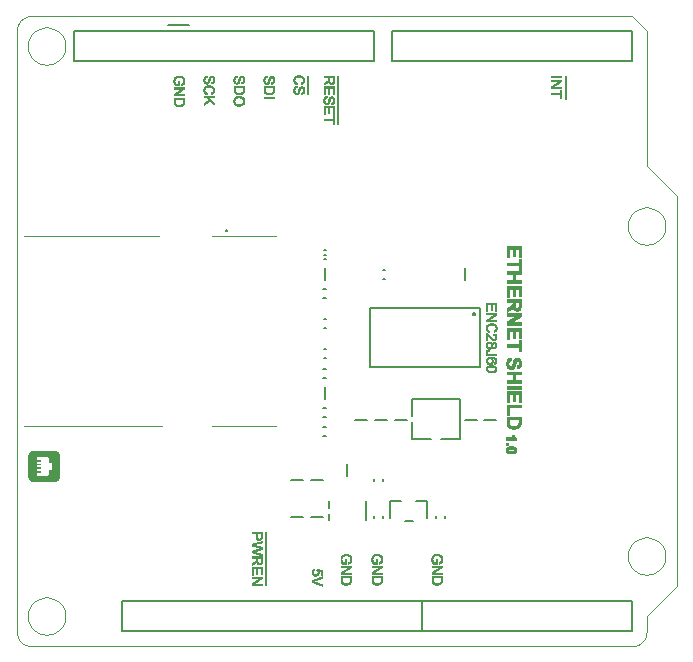
<source format=gbr>
G04 PROTEUS RS274X GERBER FILE*
%FSLAX45Y45*%
%MOMM*%
G01*
%ADD22C,0.025400*%
%ADD24C,0.127000*%
%ADD25C,0.100000*%
%ADD26C,0.200000*%
%ADD27C,0.203200*%
%ADD28C,0.031750*%
D22*
X+5492750Y+762000D02*
X+5492220Y+774958D01*
X+5487916Y+800876D01*
X+5478925Y+826794D01*
X+5464280Y+852712D01*
X+5441876Y+878466D01*
X+5415958Y+897958D01*
X+5390040Y+910530D01*
X+5364122Y+917866D01*
X+5338204Y+920694D01*
X+5334000Y+920750D01*
X+5175250Y+762000D02*
X+5175780Y+774958D01*
X+5180084Y+800876D01*
X+5189075Y+826794D01*
X+5203720Y+852712D01*
X+5226124Y+878466D01*
X+5252042Y+897958D01*
X+5277960Y+910530D01*
X+5303878Y+917866D01*
X+5329796Y+920694D01*
X+5334000Y+920750D01*
X+5175250Y+762000D02*
X+5175780Y+749042D01*
X+5180084Y+723124D01*
X+5189075Y+697206D01*
X+5203720Y+671288D01*
X+5226124Y+645534D01*
X+5252042Y+626042D01*
X+5277960Y+613470D01*
X+5303878Y+606134D01*
X+5329796Y+603306D01*
X+5334000Y+603250D01*
X+5492750Y+762000D02*
X+5492220Y+749042D01*
X+5487916Y+723124D01*
X+5478925Y+697206D01*
X+5464280Y+671288D01*
X+5441876Y+645534D01*
X+5415958Y+626042D01*
X+5390040Y+613470D01*
X+5364122Y+606134D01*
X+5338204Y+603306D01*
X+5334000Y+603250D01*
X+5492750Y+3556000D02*
X+5492220Y+3568958D01*
X+5487916Y+3594876D01*
X+5478925Y+3620794D01*
X+5464280Y+3646712D01*
X+5441876Y+3672466D01*
X+5415958Y+3691958D01*
X+5390040Y+3704530D01*
X+5364122Y+3711866D01*
X+5338204Y+3714694D01*
X+5334000Y+3714750D01*
X+5175250Y+3556000D02*
X+5175780Y+3568958D01*
X+5180084Y+3594876D01*
X+5189075Y+3620794D01*
X+5203720Y+3646712D01*
X+5226124Y+3672466D01*
X+5252042Y+3691958D01*
X+5277960Y+3704530D01*
X+5303878Y+3711866D01*
X+5329796Y+3714694D01*
X+5334000Y+3714750D01*
X+5175250Y+3556000D02*
X+5175780Y+3543042D01*
X+5180084Y+3517124D01*
X+5189075Y+3491206D01*
X+5203720Y+3465288D01*
X+5226124Y+3439534D01*
X+5252042Y+3420042D01*
X+5277960Y+3407470D01*
X+5303878Y+3400134D01*
X+5329796Y+3397306D01*
X+5334000Y+3397250D01*
X+5492750Y+3556000D02*
X+5492220Y+3543042D01*
X+5487916Y+3517124D01*
X+5478925Y+3491206D01*
X+5464280Y+3465288D01*
X+5441876Y+3439534D01*
X+5415958Y+3420042D01*
X+5390040Y+3407470D01*
X+5364122Y+3400134D01*
X+5338204Y+3397306D01*
X+5334000Y+3397250D01*
X+412750Y+5080000D02*
X+412220Y+5092958D01*
X+407916Y+5118876D01*
X+398925Y+5144794D01*
X+384280Y+5170712D01*
X+361876Y+5196466D01*
X+335958Y+5215958D01*
X+310040Y+5228530D01*
X+284122Y+5235866D01*
X+258204Y+5238694D01*
X+254000Y+5238750D01*
X+95250Y+5080000D02*
X+95780Y+5092958D01*
X+100084Y+5118876D01*
X+109075Y+5144794D01*
X+123720Y+5170712D01*
X+146124Y+5196466D01*
X+172042Y+5215958D01*
X+197960Y+5228530D01*
X+223878Y+5235866D01*
X+249796Y+5238694D01*
X+254000Y+5238750D01*
X+95250Y+5080000D02*
X+95780Y+5067042D01*
X+100084Y+5041124D01*
X+109075Y+5015206D01*
X+123720Y+4989288D01*
X+146124Y+4963534D01*
X+172042Y+4944042D01*
X+197960Y+4931470D01*
X+223878Y+4924134D01*
X+249796Y+4921306D01*
X+254000Y+4921250D01*
X+412750Y+5080000D02*
X+412220Y+5067042D01*
X+407916Y+5041124D01*
X+398925Y+5015206D01*
X+384280Y+4989288D01*
X+361876Y+4963534D01*
X+335958Y+4944042D01*
X+310040Y+4931470D01*
X+284122Y+4924134D01*
X+258204Y+4921306D01*
X+254000Y+4921250D01*
X+412750Y+254000D02*
X+412220Y+266958D01*
X+407916Y+292876D01*
X+398925Y+318794D01*
X+384280Y+344712D01*
X+361876Y+370466D01*
X+335958Y+389958D01*
X+310040Y+402530D01*
X+284122Y+409866D01*
X+258204Y+412694D01*
X+254000Y+412750D01*
X+95250Y+254000D02*
X+95780Y+266958D01*
X+100084Y+292876D01*
X+109075Y+318794D01*
X+123720Y+344712D01*
X+146124Y+370466D01*
X+172042Y+389958D01*
X+197960Y+402530D01*
X+223878Y+409866D01*
X+249796Y+412694D01*
X+254000Y+412750D01*
X+95250Y+254000D02*
X+95780Y+241042D01*
X+100084Y+215124D01*
X+109075Y+189206D01*
X+123720Y+163288D01*
X+146124Y+137534D01*
X+172042Y+118042D01*
X+197960Y+105470D01*
X+223878Y+98134D01*
X+249796Y+95306D01*
X+254000Y+95250D01*
X+412750Y+254000D02*
X+412220Y+241042D01*
X+407916Y+215124D01*
X+398925Y+189206D01*
X+384280Y+163288D01*
X+361876Y+137534D01*
X+335958Y+118042D01*
X+310040Y+105470D01*
X+284122Y+98134D01*
X+258204Y+95306D01*
X+254000Y+95250D01*
X+0Y+127000D02*
X+2527Y+101032D01*
X+9798Y+77018D01*
X+21348Y+55423D01*
X+36711Y+36711D01*
X+55423Y+21347D01*
X+77018Y+9798D01*
X+101032Y+2527D01*
X+127000Y+0D01*
X+5207000Y+0D01*
X+5232967Y+2527D01*
X+5256981Y+9798D01*
X+5278577Y+21347D01*
X+5297289Y+36711D01*
X+5312652Y+55423D01*
X+5324202Y+77018D01*
X+5331473Y+101032D01*
X+5334000Y+127000D01*
X+5334000Y+254000D01*
X+5588000Y+508000D01*
X+5588000Y+3810000D01*
X+5334000Y+4064000D01*
X+5334000Y+5207000D01*
X+5207000Y+5334000D01*
X+127000Y+5334000D01*
X+101032Y+5331473D01*
X+77018Y+5324202D01*
X+55423Y+5312652D01*
X+36711Y+5297289D01*
X+21348Y+5278577D01*
X+9798Y+5256981D01*
X+2527Y+5232967D01*
X+0Y+5207000D01*
X+0Y+127000D01*
D24*
X+889000Y+127000D02*
X+3429000Y+127000D01*
X+3429000Y+381000D01*
X+889000Y+381000D01*
X+889000Y+127000D01*
X+3429000Y+127000D02*
X+5207000Y+127000D01*
X+5207000Y+381000D01*
X+3429000Y+381000D01*
X+3429000Y+127000D01*
X+482600Y+4953000D02*
X+3022600Y+4953000D01*
X+3022600Y+5207000D01*
X+482600Y+5207000D01*
X+482600Y+4953000D01*
X+3175000Y+4953000D02*
X+5207000Y+4953000D01*
X+5207000Y+5207000D01*
X+3175000Y+5207000D01*
X+3175000Y+4953000D01*
X+1282700Y+5257800D02*
X+1460500Y+5257800D01*
D25*
X+65300Y+1865500D02*
X+1230300Y+1865500D01*
X+1230300Y+1865500D01*
X+65300Y+1865500D01*
X+65300Y+1865500D01*
X+65300Y+3469500D02*
X+1205300Y+3469500D01*
X+1205300Y+3469500D01*
X+65300Y+3469500D01*
X+65300Y+3469500D01*
X+1655300Y+3469500D02*
X+2195300Y+3469500D01*
X+2195300Y+3469500D01*
X+1655300Y+3469500D01*
X+1655300Y+3469500D01*
X+1655300Y+1865500D02*
X+2195300Y+1865500D01*
X+2195300Y+1865500D01*
X+1655300Y+1865500D01*
X+1655300Y+1865500D01*
D26*
X+1780300Y+3516500D02*
X+1775300Y+3521500D01*
X+1770300Y+3516500D01*
X+1775300Y+3511500D01*
X+1780300Y+3516500D01*
D27*
X+2993500Y+2359100D02*
X+3923500Y+2359100D01*
X+3923500Y+2859100D01*
X+2993500Y+2859100D01*
X+2993500Y+2359100D01*
D24*
X+3883500Y+2809100D02*
X+3883465Y+2809931D01*
X+3883184Y+2811595D01*
X+3882594Y+2813259D01*
X+3881630Y+2814923D01*
X+3880155Y+2816564D01*
X+3878491Y+2817765D01*
X+3876827Y+2818530D01*
X+3875163Y+2818961D01*
X+3873500Y+2819100D01*
X+3863500Y+2809100D02*
X+3863535Y+2809931D01*
X+3863816Y+2811595D01*
X+3864406Y+2813259D01*
X+3865370Y+2814923D01*
X+3866845Y+2816564D01*
X+3868509Y+2817765D01*
X+3870173Y+2818530D01*
X+3871837Y+2818961D01*
X+3873500Y+2819100D01*
X+3863500Y+2809100D02*
X+3863535Y+2808269D01*
X+3863816Y+2806605D01*
X+3864406Y+2804941D01*
X+3865370Y+2803277D01*
X+3866845Y+2801636D01*
X+3868509Y+2800435D01*
X+3870173Y+2799670D01*
X+3871837Y+2799239D01*
X+3873500Y+2799100D01*
X+3883500Y+2809100D02*
X+3883465Y+2808269D01*
X+3883184Y+2806605D01*
X+3882594Y+2804941D01*
X+3881630Y+2803277D01*
X+3880155Y+2801636D01*
X+3878491Y+2800435D01*
X+3876827Y+2799670D01*
X+3875163Y+2799239D01*
X+3873500Y+2799100D01*
D28*
X+3972708Y+2476023D02*
X+3972708Y+2493803D01*
X+3972708Y+2684303D02*
X+3972708Y+2704623D01*
X+3975248Y+2338863D02*
X+3975248Y+2356643D01*
X+3975248Y+2407443D02*
X+3975248Y+2425223D01*
X+3975248Y+2470943D02*
X+3975248Y+2498883D01*
X+3975248Y+2539523D02*
X+3975248Y+2557303D01*
X+3975248Y+2590323D02*
X+3975248Y+2648743D01*
X+3975248Y+2676683D02*
X+3975248Y+2712243D01*
X+3975248Y+2750343D02*
X+3975248Y+2763043D01*
X+3975248Y+2808763D02*
X+3975248Y+2818923D01*
X+3975248Y+2836703D02*
X+3975248Y+2902743D01*
X+3977788Y+2333783D02*
X+3977788Y+2364263D01*
X+3977788Y+2402363D02*
X+3977788Y+2432843D01*
X+3977788Y+2468403D02*
X+3977788Y+2503963D01*
X+3977788Y+2531903D02*
X+3977788Y+2564923D01*
X+3977788Y+2590323D02*
X+3977788Y+2648743D01*
X+3977788Y+2674143D02*
X+3977788Y+2714783D01*
X+3977788Y+2750343D02*
X+3977788Y+2763043D01*
X+3977788Y+2808763D02*
X+3977788Y+2818923D01*
X+3977788Y+2836703D02*
X+3977788Y+2902743D01*
X+3980328Y+2328703D02*
X+3980328Y+2366803D01*
X+3980328Y+2397283D02*
X+3980328Y+2435383D01*
X+3980328Y+2465863D02*
X+3980328Y+2503963D01*
X+3980328Y+2529363D02*
X+3980328Y+2567463D01*
X+3980328Y+2590323D02*
X+3980328Y+2648743D01*
X+3980328Y+2669063D02*
X+3980328Y+2719863D01*
X+3980328Y+2750343D02*
X+3980328Y+2765583D01*
X+3980328Y+2808763D02*
X+3980328Y+2818923D01*
X+3980328Y+2836703D02*
X+3980328Y+2902743D01*
X+3982868Y+2326163D02*
X+3982868Y+2369343D01*
X+3982868Y+2394743D02*
X+3982868Y+2437923D01*
X+3982868Y+2463323D02*
X+3982868Y+2478563D01*
X+3982868Y+2491263D02*
X+3982868Y+2506503D01*
X+3982868Y+2526823D02*
X+3982868Y+2570003D01*
X+3982868Y+2590323D02*
X+3982868Y+2646203D01*
X+3982868Y+2666523D02*
X+3982868Y+2686843D01*
X+3982868Y+2702083D02*
X+3982868Y+2722403D01*
X+3982868Y+2750343D02*
X+3982868Y+2768123D01*
X+3982868Y+2808763D02*
X+3982868Y+2818923D01*
X+3982868Y+2836703D02*
X+3982868Y+2902743D01*
X+3985408Y+2326163D02*
X+3985408Y+2341403D01*
X+3985408Y+2354103D02*
X+3985408Y+2369343D01*
X+3985408Y+2392203D02*
X+3985408Y+2407443D01*
X+3985408Y+2425223D02*
X+3985408Y+2440463D01*
X+3985408Y+2463323D02*
X+3985408Y+2473483D01*
X+3985408Y+2493803D02*
X+3985408Y+2506503D01*
X+3985408Y+2524283D02*
X+3985408Y+2539523D01*
X+3985408Y+2557303D02*
X+3985408Y+2572543D01*
X+3985408Y+2633503D02*
X+3985408Y+2646203D01*
X+3985408Y+2666523D02*
X+3985408Y+2681763D01*
X+3985408Y+2707163D02*
X+3985408Y+2722403D01*
X+3985408Y+2750343D02*
X+3985408Y+2768123D01*
X+3985408Y+2808763D02*
X+3985408Y+2818923D01*
X+3985408Y+2892583D02*
X+3985408Y+2902743D01*
X+3987948Y+2323623D02*
X+3987948Y+2336323D01*
X+3987948Y+2359183D02*
X+3987948Y+2371883D01*
X+3987948Y+2392203D02*
X+3987948Y+2404903D01*
X+3987948Y+2430303D02*
X+3987948Y+2443003D01*
X+3987948Y+2463323D02*
X+3987948Y+2473483D01*
X+3987948Y+2496343D02*
X+3987948Y+2509043D01*
X+3987948Y+2521743D02*
X+3987948Y+2534443D01*
X+3987948Y+2562383D02*
X+3987948Y+2575083D01*
X+3987948Y+2630963D02*
X+3987948Y+2643663D01*
X+3987948Y+2663983D02*
X+3987948Y+2676683D01*
X+3987948Y+2712243D02*
X+3987948Y+2724943D01*
X+3987948Y+2750343D02*
X+3987948Y+2770663D01*
X+3987948Y+2808763D02*
X+3987948Y+2818923D01*
X+3987948Y+2892583D02*
X+3987948Y+2902743D01*
X+3990488Y+2323623D02*
X+3990488Y+2333783D01*
X+3990488Y+2361723D02*
X+3990488Y+2371883D01*
X+3990488Y+2389663D02*
X+3990488Y+2402363D01*
X+3990488Y+2432843D02*
X+3990488Y+2443003D01*
X+3990488Y+2460783D02*
X+3990488Y+2470943D01*
X+3990488Y+2496343D02*
X+3990488Y+2509043D01*
X+3990488Y+2521743D02*
X+3990488Y+2531903D01*
X+3990488Y+2564923D02*
X+3990488Y+2575083D01*
X+3990488Y+2628423D02*
X+3990488Y+2641123D01*
X+3990488Y+2663983D02*
X+3990488Y+2674143D01*
X+3990488Y+2714783D02*
X+3990488Y+2727483D01*
X+3990488Y+2750343D02*
X+3990488Y+2773203D01*
X+3990488Y+2808763D02*
X+3990488Y+2818923D01*
X+3990488Y+2892583D02*
X+3990488Y+2902743D01*
X+3993028Y+2321083D02*
X+3993028Y+2331243D01*
X+3993028Y+2364263D02*
X+3993028Y+2374423D01*
X+3993028Y+2389663D02*
X+3993028Y+2399823D01*
X+3993028Y+2435383D02*
X+3993028Y+2445543D01*
X+3993028Y+2460783D02*
X+3993028Y+2470943D01*
X+3993028Y+2498883D02*
X+3993028Y+2509043D01*
X+3993028Y+2519203D02*
X+3993028Y+2531903D01*
X+3993028Y+2564923D02*
X+3993028Y+2577623D01*
X+3993028Y+2625883D02*
X+3993028Y+2638583D01*
X+3993028Y+2661443D02*
X+3993028Y+2674143D01*
X+3993028Y+2717323D02*
X+3993028Y+2727483D01*
X+3993028Y+2750343D02*
X+3993028Y+2760503D01*
X+3993028Y+2763043D02*
X+3993028Y+2773203D01*
X+3993028Y+2808763D02*
X+3993028Y+2818923D01*
X+3993028Y+2892583D02*
X+3993028Y+2902743D01*
X+3995568Y+2321083D02*
X+3995568Y+2331243D01*
X+3995568Y+2364263D02*
X+3995568Y+2374423D01*
X+3995568Y+2387123D02*
X+3995568Y+2399823D01*
X+3995568Y+2435383D02*
X+3995568Y+2445543D01*
X+3995568Y+2460783D02*
X+3995568Y+2470943D01*
X+3995568Y+2498883D02*
X+3995568Y+2509043D01*
X+3995568Y+2519203D02*
X+3995568Y+2529363D01*
X+3995568Y+2567463D02*
X+3995568Y+2577623D01*
X+3995568Y+2623343D02*
X+3995568Y+2636043D01*
X+3995568Y+2661443D02*
X+3995568Y+2671603D01*
X+3995568Y+2717323D02*
X+3995568Y+2727483D01*
X+3995568Y+2750343D02*
X+3995568Y+2760503D01*
X+3995568Y+2763043D02*
X+3995568Y+2775743D01*
X+3995568Y+2808763D02*
X+3995568Y+2818923D01*
X+3995568Y+2892583D02*
X+3995568Y+2902743D01*
X+3998108Y+2321083D02*
X+3998108Y+2331243D01*
X+3998108Y+2364263D02*
X+3998108Y+2374423D01*
X+3998108Y+2387123D02*
X+3998108Y+2397283D01*
X+3998108Y+2437923D02*
X+3998108Y+2445543D01*
X+3998108Y+2460783D02*
X+3998108Y+2470943D01*
X+3998108Y+2498883D02*
X+3998108Y+2509043D01*
X+3998108Y+2519203D02*
X+3998108Y+2529363D01*
X+3998108Y+2567463D02*
X+3998108Y+2577623D01*
X+3998108Y+2618263D02*
X+3998108Y+2633503D01*
X+3998108Y+2658903D02*
X+3998108Y+2671603D01*
X+3998108Y+2719863D02*
X+3998108Y+2730023D01*
X+3998108Y+2750343D02*
X+3998108Y+2760503D01*
X+3998108Y+2765583D02*
X+3998108Y+2778283D01*
X+3998108Y+2808763D02*
X+3998108Y+2818923D01*
X+3998108Y+2892583D02*
X+3998108Y+2902743D01*
X+4000648Y+2321083D02*
X+4000648Y+2331243D01*
X+4000648Y+2364263D02*
X+4000648Y+2374423D01*
X+4000648Y+2387123D02*
X+4000648Y+2397283D01*
X+4000648Y+2437923D02*
X+4000648Y+2445543D01*
X+4000648Y+2460783D02*
X+4000648Y+2470943D01*
X+4000648Y+2519203D02*
X+4000648Y+2529363D01*
X+4000648Y+2567463D02*
X+4000648Y+2577623D01*
X+4000648Y+2615723D02*
X+4000648Y+2630963D01*
X+4000648Y+2658903D02*
X+4000648Y+2669063D01*
X+4000648Y+2719863D02*
X+4000648Y+2730023D01*
X+4000648Y+2750343D02*
X+4000648Y+2760503D01*
X+4000648Y+2768123D02*
X+4000648Y+2778283D01*
X+4000648Y+2808763D02*
X+4000648Y+2818923D01*
X+4000648Y+2892583D02*
X+4000648Y+2902743D01*
X+4003188Y+2318543D02*
X+4003188Y+2328703D01*
X+4003188Y+2366803D02*
X+4003188Y+2376963D01*
X+4003188Y+2387123D02*
X+4003188Y+2397283D01*
X+4003188Y+2437923D02*
X+4003188Y+2448083D01*
X+4003188Y+2460783D02*
X+4003188Y+2470943D01*
X+4003188Y+2519203D02*
X+4003188Y+2529363D01*
X+4003188Y+2567463D02*
X+4003188Y+2577623D01*
X+4003188Y+2613183D02*
X+4003188Y+2628423D01*
X+4003188Y+2663983D02*
X+4003188Y+2669063D01*
X+4003188Y+2719863D02*
X+4003188Y+2730023D01*
X+4003188Y+2750343D02*
X+4003188Y+2760503D01*
X+4003188Y+2768123D02*
X+4003188Y+2780823D01*
X+4003188Y+2808763D02*
X+4003188Y+2818923D01*
X+4003188Y+2892583D02*
X+4003188Y+2902743D01*
X+4005728Y+2318543D02*
X+4005728Y+2328703D01*
X+4005728Y+2366803D02*
X+4005728Y+2376963D01*
X+4005728Y+2387123D02*
X+4005728Y+2397283D01*
X+4005728Y+2437923D02*
X+4005728Y+2448083D01*
X+4005728Y+2460783D02*
X+4005728Y+2470943D01*
X+4005728Y+2519203D02*
X+4005728Y+2529363D01*
X+4005728Y+2567463D02*
X+4005728Y+2577623D01*
X+4005728Y+2610643D02*
X+4005728Y+2623343D01*
X+4005728Y+2722403D02*
X+4005728Y+2732563D01*
X+4005728Y+2750343D02*
X+4005728Y+2760503D01*
X+4005728Y+2770663D02*
X+4005728Y+2780823D01*
X+4005728Y+2808763D02*
X+4005728Y+2818923D01*
X+4005728Y+2892583D02*
X+4005728Y+2902743D01*
X+4008268Y+2318543D02*
X+4008268Y+2328703D01*
X+4008268Y+2366803D02*
X+4008268Y+2376963D01*
X+4008268Y+2387123D02*
X+4008268Y+2397283D01*
X+4008268Y+2437923D02*
X+4008268Y+2448083D01*
X+4008268Y+2460783D02*
X+4008268Y+2470943D01*
X+4008268Y+2519203D02*
X+4008268Y+2531903D01*
X+4008268Y+2564923D02*
X+4008268Y+2577623D01*
X+4008268Y+2608103D02*
X+4008268Y+2620803D01*
X+4008268Y+2722403D02*
X+4008268Y+2732563D01*
X+4008268Y+2750343D02*
X+4008268Y+2760503D01*
X+4008268Y+2773203D02*
X+4008268Y+2783363D01*
X+4008268Y+2808763D02*
X+4008268Y+2818923D01*
X+4008268Y+2892583D02*
X+4008268Y+2902743D01*
X+4010808Y+2318543D02*
X+4010808Y+2328703D01*
X+4010808Y+2366803D02*
X+4010808Y+2376963D01*
X+4010808Y+2387123D02*
X+4010808Y+2397283D01*
X+4010808Y+2437923D02*
X+4010808Y+2448083D01*
X+4010808Y+2460783D02*
X+4010808Y+2470943D01*
X+4010808Y+2521743D02*
X+4010808Y+2531903D01*
X+4010808Y+2564923D02*
X+4010808Y+2575083D01*
X+4010808Y+2605563D02*
X+4010808Y+2618263D01*
X+4010808Y+2722403D02*
X+4010808Y+2732563D01*
X+4010808Y+2750343D02*
X+4010808Y+2760503D01*
X+4010808Y+2773203D02*
X+4010808Y+2785903D01*
X+4010808Y+2808763D02*
X+4010808Y+2818923D01*
X+4010808Y+2892583D02*
X+4010808Y+2902743D01*
X+4013348Y+2318543D02*
X+4013348Y+2328703D01*
X+4013348Y+2366803D02*
X+4013348Y+2376963D01*
X+4013348Y+2389663D02*
X+4013348Y+2399823D01*
X+4013348Y+2435383D02*
X+4013348Y+2448083D01*
X+4013348Y+2460783D02*
X+4013348Y+2470943D01*
X+4013348Y+2521743D02*
X+4013348Y+2534443D01*
X+4013348Y+2562383D02*
X+4013348Y+2575083D01*
X+4013348Y+2603023D02*
X+4013348Y+2615723D01*
X+4013348Y+2722403D02*
X+4013348Y+2732563D01*
X+4013348Y+2750343D02*
X+4013348Y+2760503D01*
X+4013348Y+2775743D02*
X+4013348Y+2785903D01*
X+4013348Y+2808763D02*
X+4013348Y+2818923D01*
X+4013348Y+2892583D02*
X+4013348Y+2902743D01*
X+4015888Y+2318543D02*
X+4015888Y+2328703D01*
X+4015888Y+2366803D02*
X+4015888Y+2376963D01*
X+4015888Y+2389663D02*
X+4015888Y+2402363D01*
X+4015888Y+2432843D02*
X+4015888Y+2448083D01*
X+4015888Y+2460783D02*
X+4015888Y+2470943D01*
X+4015888Y+2524283D02*
X+4015888Y+2539523D01*
X+4015888Y+2557303D02*
X+4015888Y+2572543D01*
X+4015888Y+2600483D02*
X+4015888Y+2613183D01*
X+4015888Y+2722403D02*
X+4015888Y+2732563D01*
X+4015888Y+2750343D02*
X+4015888Y+2760503D01*
X+4015888Y+2778283D02*
X+4015888Y+2788443D01*
X+4015888Y+2808763D02*
X+4015888Y+2818923D01*
X+4015888Y+2841783D02*
X+4015888Y+2902743D01*
X+4018428Y+2318543D02*
X+4018428Y+2328703D01*
X+4018428Y+2366803D02*
X+4018428Y+2376963D01*
X+4018428Y+2389663D02*
X+4018428Y+2404903D01*
X+4018428Y+2430303D02*
X+4018428Y+2448083D01*
X+4018428Y+2460783D02*
X+4018428Y+2470943D01*
X+4018428Y+2526823D02*
X+4018428Y+2570003D01*
X+4018428Y+2597943D02*
X+4018428Y+2610643D01*
X+4018428Y+2722403D02*
X+4018428Y+2732563D01*
X+4018428Y+2750343D02*
X+4018428Y+2760503D01*
X+4018428Y+2778283D02*
X+4018428Y+2790983D01*
X+4018428Y+2808763D02*
X+4018428Y+2818923D01*
X+4018428Y+2841783D02*
X+4018428Y+2902743D01*
X+4020968Y+2318543D02*
X+4020968Y+2328703D01*
X+4020968Y+2366803D02*
X+4020968Y+2376963D01*
X+4020968Y+2392203D02*
X+4020968Y+2407443D01*
X+4020968Y+2425223D02*
X+4020968Y+2448083D01*
X+4020968Y+2460783D02*
X+4020968Y+2470943D01*
X+4020968Y+2529363D02*
X+4020968Y+2567463D01*
X+4020968Y+2595403D02*
X+4020968Y+2608103D01*
X+4020968Y+2722403D02*
X+4020968Y+2732563D01*
X+4020968Y+2750343D02*
X+4020968Y+2760503D01*
X+4020968Y+2780823D02*
X+4020968Y+2790983D01*
X+4020968Y+2808763D02*
X+4020968Y+2818923D01*
X+4020968Y+2841783D02*
X+4020968Y+2902743D01*
X+4023508Y+2318543D02*
X+4023508Y+2328703D01*
X+4023508Y+2366803D02*
X+4023508Y+2376963D01*
X+4023508Y+2394743D02*
X+4023508Y+2435383D01*
X+4023508Y+2437923D02*
X+4023508Y+2448083D01*
X+4023508Y+2460783D02*
X+4023508Y+2470943D01*
X+4023508Y+2531903D02*
X+4023508Y+2564923D01*
X+4023508Y+2595403D02*
X+4023508Y+2605563D01*
X+4023508Y+2722403D02*
X+4023508Y+2732563D01*
X+4023508Y+2750343D02*
X+4023508Y+2760503D01*
X+4023508Y+2783363D02*
X+4023508Y+2793523D01*
X+4023508Y+2808763D02*
X+4023508Y+2818923D01*
X+4023508Y+2841783D02*
X+4023508Y+2902743D01*
X+4026048Y+2318543D02*
X+4026048Y+2328703D01*
X+4026048Y+2366803D02*
X+4026048Y+2376963D01*
X+4026048Y+2397283D02*
X+4026048Y+2432843D01*
X+4026048Y+2437923D02*
X+4026048Y+2448083D01*
X+4026048Y+2460783D02*
X+4026048Y+2470943D01*
X+4026048Y+2526823D02*
X+4026048Y+2567463D01*
X+4026048Y+2592863D02*
X+4026048Y+2605563D01*
X+4026048Y+2722403D02*
X+4026048Y+2732563D01*
X+4026048Y+2750343D02*
X+4026048Y+2760503D01*
X+4026048Y+2783363D02*
X+4026048Y+2796063D01*
X+4026048Y+2808763D02*
X+4026048Y+2818923D01*
X+4026048Y+2892583D02*
X+4026048Y+2902743D01*
X+4028588Y+2318543D02*
X+4028588Y+2328703D01*
X+4028588Y+2366803D02*
X+4028588Y+2376963D01*
X+4028588Y+2399823D02*
X+4028588Y+2430303D01*
X+4028588Y+2437923D02*
X+4028588Y+2448083D01*
X+4028588Y+2460783D02*
X+4028588Y+2470943D01*
X+4028588Y+2524283D02*
X+4028588Y+2539523D01*
X+4028588Y+2557303D02*
X+4028588Y+2570003D01*
X+4028588Y+2592863D02*
X+4028588Y+2603023D01*
X+4028588Y+2722403D02*
X+4028588Y+2732563D01*
X+4028588Y+2750343D02*
X+4028588Y+2760503D01*
X+4028588Y+2785903D02*
X+4028588Y+2796063D01*
X+4028588Y+2808763D02*
X+4028588Y+2818923D01*
X+4028588Y+2892583D02*
X+4028588Y+2902743D01*
X+4031128Y+2318543D02*
X+4031128Y+2328703D01*
X+4031128Y+2366803D02*
X+4031128Y+2376963D01*
X+4031128Y+2407443D02*
X+4031128Y+2422683D01*
X+4031128Y+2437923D02*
X+4031128Y+2448083D01*
X+4031128Y+2460783D02*
X+4031128Y+2470943D01*
X+4031128Y+2524283D02*
X+4031128Y+2534443D01*
X+4031128Y+2559843D02*
X+4031128Y+2572543D01*
X+4031128Y+2590323D02*
X+4031128Y+2600483D01*
X+4031128Y+2722403D02*
X+4031128Y+2732563D01*
X+4031128Y+2750343D02*
X+4031128Y+2760503D01*
X+4031128Y+2788443D02*
X+4031128Y+2798603D01*
X+4031128Y+2808763D02*
X+4031128Y+2818923D01*
X+4031128Y+2892583D02*
X+4031128Y+2902743D01*
X+4033668Y+2318543D02*
X+4033668Y+2328703D01*
X+4033668Y+2366803D02*
X+4033668Y+2376963D01*
X+4033668Y+2437923D02*
X+4033668Y+2445543D01*
X+4033668Y+2460783D02*
X+4033668Y+2470943D01*
X+4033668Y+2521743D02*
X+4033668Y+2534443D01*
X+4033668Y+2562383D02*
X+4033668Y+2575083D01*
X+4033668Y+2590323D02*
X+4033668Y+2600483D01*
X+4033668Y+2719863D02*
X+4033668Y+2730023D01*
X+4033668Y+2750343D02*
X+4033668Y+2760503D01*
X+4033668Y+2788443D02*
X+4033668Y+2801143D01*
X+4033668Y+2808763D02*
X+4033668Y+2818923D01*
X+4033668Y+2892583D02*
X+4033668Y+2902743D01*
X+4036208Y+2321083D02*
X+4036208Y+2331243D01*
X+4036208Y+2364263D02*
X+4036208Y+2374423D01*
X+4036208Y+2435383D02*
X+4036208Y+2445543D01*
X+4036208Y+2460783D02*
X+4036208Y+2470943D01*
X+4036208Y+2521743D02*
X+4036208Y+2531903D01*
X+4036208Y+2564923D02*
X+4036208Y+2575083D01*
X+4036208Y+2590323D02*
X+4036208Y+2600483D01*
X+4036208Y+2636043D02*
X+4036208Y+2641123D01*
X+4036208Y+2719863D02*
X+4036208Y+2730023D01*
X+4036208Y+2750343D02*
X+4036208Y+2760503D01*
X+4036208Y+2790983D02*
X+4036208Y+2801143D01*
X+4036208Y+2808763D02*
X+4036208Y+2818923D01*
X+4036208Y+2892583D02*
X+4036208Y+2902743D01*
X+4038748Y+2321083D02*
X+4038748Y+2331243D01*
X+4038748Y+2364263D02*
X+4038748Y+2374423D01*
X+4038748Y+2435383D02*
X+4038748Y+2445543D01*
X+4038748Y+2460783D02*
X+4038748Y+2470943D01*
X+4038748Y+2521743D02*
X+4038748Y+2531903D01*
X+4038748Y+2564923D02*
X+4038748Y+2575083D01*
X+4038748Y+2590323D02*
X+4038748Y+2600483D01*
X+4038748Y+2636043D02*
X+4038748Y+2646203D01*
X+4038748Y+2661443D02*
X+4038748Y+2671603D01*
X+4038748Y+2719863D02*
X+4038748Y+2730023D01*
X+4038748Y+2750343D02*
X+4038748Y+2760503D01*
X+4038748Y+2790983D02*
X+4038748Y+2803683D01*
X+4038748Y+2808763D02*
X+4038748Y+2818923D01*
X+4038748Y+2892583D02*
X+4038748Y+2902743D01*
X+4041288Y+2321083D02*
X+4041288Y+2331243D01*
X+4041288Y+2364263D02*
X+4041288Y+2374423D01*
X+4041288Y+2389663D02*
X+4041288Y+2399823D01*
X+4041288Y+2432843D02*
X+4041288Y+2445543D01*
X+4041288Y+2460783D02*
X+4041288Y+2470943D01*
X+4041288Y+2521743D02*
X+4041288Y+2531903D01*
X+4041288Y+2564923D02*
X+4041288Y+2575083D01*
X+4041288Y+2590323D02*
X+4041288Y+2600483D01*
X+4041288Y+2636043D02*
X+4041288Y+2646203D01*
X+4041288Y+2661443D02*
X+4041288Y+2674143D01*
X+4041288Y+2717323D02*
X+4041288Y+2730023D01*
X+4041288Y+2750343D02*
X+4041288Y+2760503D01*
X+4041288Y+2793523D02*
X+4041288Y+2806223D01*
X+4041288Y+2808763D02*
X+4041288Y+2818923D01*
X+4041288Y+2892583D02*
X+4041288Y+2902743D01*
X+4043828Y+2321083D02*
X+4043828Y+2333783D01*
X+4043828Y+2364263D02*
X+4043828Y+2374423D01*
X+4043828Y+2389663D02*
X+4043828Y+2402363D01*
X+4043828Y+2432843D02*
X+4043828Y+2443003D01*
X+4043828Y+2460783D02*
X+4043828Y+2470943D01*
X+4043828Y+2521743D02*
X+4043828Y+2531903D01*
X+4043828Y+2564923D02*
X+4043828Y+2575083D01*
X+4043828Y+2590323D02*
X+4043828Y+2603023D01*
X+4043828Y+2633503D02*
X+4043828Y+2646203D01*
X+4043828Y+2663983D02*
X+4043828Y+2674143D01*
X+4043828Y+2717323D02*
X+4043828Y+2727483D01*
X+4043828Y+2750343D02*
X+4043828Y+2760503D01*
X+4043828Y+2796063D02*
X+4043828Y+2806223D01*
X+4043828Y+2808763D02*
X+4043828Y+2818923D01*
X+4043828Y+2892583D02*
X+4043828Y+2902743D01*
X+4046368Y+2323623D02*
X+4046368Y+2333783D01*
X+4046368Y+2361723D02*
X+4046368Y+2371883D01*
X+4046368Y+2392203D02*
X+4046368Y+2402363D01*
X+4046368Y+2430303D02*
X+4046368Y+2443003D01*
X+4046368Y+2460783D02*
X+4046368Y+2470943D01*
X+4046368Y+2521743D02*
X+4046368Y+2534443D01*
X+4046368Y+2562383D02*
X+4046368Y+2575083D01*
X+4046368Y+2592863D02*
X+4046368Y+2603023D01*
X+4046368Y+2633503D02*
X+4046368Y+2643663D01*
X+4046368Y+2663983D02*
X+4046368Y+2676683D01*
X+4046368Y+2714783D02*
X+4046368Y+2727483D01*
X+4046368Y+2750343D02*
X+4046368Y+2760503D01*
X+4046368Y+2796063D02*
X+4046368Y+2818923D01*
X+4046368Y+2892583D02*
X+4046368Y+2902743D01*
X+4048908Y+2323623D02*
X+4048908Y+2336323D01*
X+4048908Y+2359183D02*
X+4048908Y+2371883D01*
X+4048908Y+2392203D02*
X+4048908Y+2404903D01*
X+4048908Y+2427763D02*
X+4048908Y+2440463D01*
X+4048908Y+2460783D02*
X+4048908Y+2470943D01*
X+4048908Y+2524283D02*
X+4048908Y+2536983D01*
X+4048908Y+2559843D02*
X+4048908Y+2572543D01*
X+4048908Y+2592863D02*
X+4048908Y+2605563D01*
X+4048908Y+2630963D02*
X+4048908Y+2643663D01*
X+4048908Y+2666523D02*
X+4048908Y+2679223D01*
X+4048908Y+2712243D02*
X+4048908Y+2724943D01*
X+4048908Y+2750343D02*
X+4048908Y+2760503D01*
X+4048908Y+2798603D02*
X+4048908Y+2818923D01*
X+4048908Y+2892583D02*
X+4048908Y+2902743D01*
X+4051448Y+2326163D02*
X+4051448Y+2341403D01*
X+4051448Y+2354103D02*
X+4051448Y+2369343D01*
X+4051448Y+2392203D02*
X+4051448Y+2409983D01*
X+4051448Y+2422683D02*
X+4051448Y+2440463D01*
X+4051448Y+2460783D02*
X+4051448Y+2470943D01*
X+4051448Y+2524283D02*
X+4051448Y+2539523D01*
X+4051448Y+2557303D02*
X+4051448Y+2572543D01*
X+4051448Y+2592863D02*
X+4051448Y+2610643D01*
X+4051448Y+2625883D02*
X+4051448Y+2641123D01*
X+4051448Y+2666523D02*
X+4051448Y+2681763D01*
X+4051448Y+2709703D02*
X+4051448Y+2722403D01*
X+4051448Y+2750343D02*
X+4051448Y+2760503D01*
X+4051448Y+2801143D02*
X+4051448Y+2818923D01*
X+4051448Y+2892583D02*
X+4051448Y+2902743D01*
X+4053988Y+2326163D02*
X+4053988Y+2369343D01*
X+4053988Y+2394743D02*
X+4053988Y+2437923D01*
X+4053988Y+2460783D02*
X+4053988Y+2470943D01*
X+4053988Y+2526823D02*
X+4053988Y+2570003D01*
X+4053988Y+2595403D02*
X+4053988Y+2641123D01*
X+4053988Y+2669063D02*
X+4053988Y+2686843D01*
X+4053988Y+2702083D02*
X+4053988Y+2719863D01*
X+4053988Y+2750343D02*
X+4053988Y+2760503D01*
X+4053988Y+2801143D02*
X+4053988Y+2818923D01*
X+4053988Y+2839243D02*
X+4053988Y+2902743D01*
X+4056528Y+2328703D02*
X+4056528Y+2366803D01*
X+4056528Y+2397283D02*
X+4056528Y+2435383D01*
X+4056528Y+2460783D02*
X+4056528Y+2470943D01*
X+4056528Y+2529363D02*
X+4056528Y+2567463D01*
X+4056528Y+2597943D02*
X+4056528Y+2638583D01*
X+4056528Y+2671603D02*
X+4056528Y+2717323D01*
X+4056528Y+2750343D02*
X+4056528Y+2760503D01*
X+4056528Y+2803683D02*
X+4056528Y+2818923D01*
X+4056528Y+2839243D02*
X+4056528Y+2902743D01*
X+4059068Y+2333783D02*
X+4059068Y+2361723D01*
X+4059068Y+2399823D02*
X+4059068Y+2430303D01*
X+4059068Y+2460783D02*
X+4059068Y+2470943D01*
X+4059068Y+2531903D02*
X+4059068Y+2564923D01*
X+4059068Y+2603023D02*
X+4059068Y+2633503D01*
X+4059068Y+2674143D02*
X+4059068Y+2714783D01*
X+4059068Y+2750343D02*
X+4059068Y+2760503D01*
X+4059068Y+2806223D02*
X+4059068Y+2818923D01*
X+4059068Y+2839243D02*
X+4059068Y+2902743D01*
X+4061608Y+2338863D02*
X+4061608Y+2356643D01*
X+4061608Y+2407443D02*
X+4061608Y+2425223D01*
X+4061608Y+2460783D02*
X+4061608Y+2470943D01*
X+4061608Y+2539523D02*
X+4061608Y+2557303D01*
X+4061608Y+2608103D02*
X+4061608Y+2628423D01*
X+4061608Y+2676683D02*
X+4061608Y+2709703D01*
X+4061608Y+2750343D02*
X+4061608Y+2760503D01*
X+4061608Y+2806223D02*
X+4061608Y+2818923D01*
X+4061608Y+2839243D02*
X+4061608Y+2902743D01*
X+4064148Y+2684303D02*
X+4064148Y+2704623D01*
D24*
X+2617450Y+2438400D02*
X+2598400Y+2438400D01*
X+2617450Y+2514600D02*
X+2598400Y+2514600D01*
X+2597150Y+2349500D02*
X+2616200Y+2349500D01*
X+2597150Y+2273300D02*
X+2616200Y+2273300D01*
X+2617450Y+2692400D02*
X+2598400Y+2692400D01*
X+2617450Y+2768600D02*
X+2598400Y+2768600D01*
X+2597150Y+3022600D02*
X+2616200Y+3022600D01*
X+2597150Y+2946400D02*
X+2616200Y+2946400D01*
X+2607300Y+2095350D02*
X+2607300Y+2197250D01*
X+2607300Y+3098650D02*
X+2607300Y+3200550D01*
X+2617450Y+3276600D02*
X+2598400Y+3276600D01*
X+2617450Y+3352800D02*
X+2598400Y+3352800D01*
X+2617450Y+3314700D02*
X+2598400Y+3314700D01*
X+3345550Y+1895100D02*
X+3345550Y+1750100D01*
X+3510550Y+1750100D01*
X+3590550Y+1750100D02*
X+3755550Y+1750100D01*
X+3755550Y+2090100D01*
X+3345550Y+2090100D01*
X+3345550Y+1945100D01*
X+3793500Y+3098650D02*
X+3793500Y+3200550D01*
X+3098350Y+3187700D02*
X+3117400Y+3187700D01*
X+3098350Y+3111500D02*
X+3117400Y+3111500D01*
X+2597150Y+2019300D02*
X+2616200Y+2019300D01*
X+2597150Y+1943100D02*
X+2616200Y+1943100D01*
X+2597150Y+1854200D02*
X+2616200Y+1854200D01*
X+2597150Y+1778000D02*
X+2616200Y+1778000D01*
X+3301000Y+1915100D02*
X+3199100Y+1915100D01*
X+3793750Y+1915100D02*
X+3895650Y+1915100D01*
X+4060750Y+1915100D02*
X+3958850Y+1915100D01*
X+2968550Y+1915100D02*
X+2866650Y+1915100D01*
X+3133650Y+1915100D02*
X+3031750Y+1915100D01*
X+2955100Y+1226000D02*
X+2955100Y+1066000D01*
X+2645100Y+1066000D02*
X+2645100Y+1116000D01*
X+2645100Y+1166000D02*
X+2645100Y+1226000D01*
X+3164840Y+1231900D02*
X+3256280Y+1231900D01*
X+3383280Y+1231900D02*
X+3474720Y+1231900D01*
X+3289300Y+1061720D02*
X+3352800Y+1061720D01*
X+3474720Y+1231900D02*
X+3474720Y+1087120D01*
X+3164840Y+1231900D02*
X+3164840Y+1087120D01*
X+2489050Y+1096000D02*
X+2590950Y+1096000D01*
X+3549650Y+1085850D02*
X+3549650Y+1104900D01*
X+3625850Y+1085850D02*
X+3625850Y+1104900D01*
X+3022600Y+1397000D02*
X+3022600Y+1416050D01*
X+3098800Y+1397000D02*
X+3098800Y+1416050D01*
X+3022600Y+1085850D02*
X+3022600Y+1104900D01*
X+3098800Y+1085850D02*
X+3098800Y+1104900D01*
X+2590950Y+1407150D02*
X+2489050Y+1407150D01*
X+2425850Y+1407150D02*
X+2323950Y+1407150D01*
X+2796550Y+1436200D02*
X+2796550Y+1538100D01*
X+2323950Y+1096000D02*
X+2425850Y+1096000D01*
D28*
X+4523105Y+4670996D02*
X+4523105Y+4681156D01*
X+4523105Y+4724336D02*
X+4523105Y+4737036D01*
X+4523105Y+4782756D02*
X+4523105Y+4792916D01*
X+4523105Y+4815776D02*
X+4523105Y+4825936D01*
X+4525645Y+4670996D02*
X+4525645Y+4681156D01*
X+4525645Y+4724336D02*
X+4525645Y+4737036D01*
X+4525645Y+4782756D02*
X+4525645Y+4792916D01*
X+4525645Y+4815776D02*
X+4525645Y+4825936D01*
X+4528185Y+4670996D02*
X+4528185Y+4681156D01*
X+4528185Y+4724336D02*
X+4528185Y+4739576D01*
X+4528185Y+4782756D02*
X+4528185Y+4792916D01*
X+4528185Y+4815776D02*
X+4528185Y+4825936D01*
X+4530725Y+4670996D02*
X+4530725Y+4681156D01*
X+4530725Y+4724336D02*
X+4530725Y+4742116D01*
X+4530725Y+4782756D02*
X+4530725Y+4792916D01*
X+4530725Y+4815776D02*
X+4530725Y+4825936D01*
X+4533265Y+4670996D02*
X+4533265Y+4681156D01*
X+4533265Y+4724336D02*
X+4533265Y+4742116D01*
X+4533265Y+4782756D02*
X+4533265Y+4792916D01*
X+4533265Y+4815776D02*
X+4533265Y+4825936D01*
X+4535805Y+4670996D02*
X+4535805Y+4681156D01*
X+4535805Y+4724336D02*
X+4535805Y+4744656D01*
X+4535805Y+4782756D02*
X+4535805Y+4792916D01*
X+4535805Y+4815776D02*
X+4535805Y+4825936D01*
X+4538345Y+4670996D02*
X+4538345Y+4681156D01*
X+4538345Y+4724336D02*
X+4538345Y+4747196D01*
X+4538345Y+4782756D02*
X+4538345Y+4792916D01*
X+4538345Y+4815776D02*
X+4538345Y+4825936D01*
X+4540885Y+4670996D02*
X+4540885Y+4681156D01*
X+4540885Y+4724336D02*
X+4540885Y+4734496D01*
X+4540885Y+4737036D02*
X+4540885Y+4747196D01*
X+4540885Y+4782756D02*
X+4540885Y+4792916D01*
X+4540885Y+4815776D02*
X+4540885Y+4825936D01*
X+4543425Y+4670996D02*
X+4543425Y+4681156D01*
X+4543425Y+4724336D02*
X+4543425Y+4734496D01*
X+4543425Y+4737036D02*
X+4543425Y+4749736D01*
X+4543425Y+4782756D02*
X+4543425Y+4792916D01*
X+4543425Y+4815776D02*
X+4543425Y+4825936D01*
X+4545965Y+4670996D02*
X+4545965Y+4681156D01*
X+4545965Y+4724336D02*
X+4545965Y+4734496D01*
X+4545965Y+4739576D02*
X+4545965Y+4752276D01*
X+4545965Y+4782756D02*
X+4545965Y+4792916D01*
X+4545965Y+4815776D02*
X+4545965Y+4825936D01*
X+4548505Y+4670996D02*
X+4548505Y+4681156D01*
X+4548505Y+4724336D02*
X+4548505Y+4734496D01*
X+4548505Y+4742116D02*
X+4548505Y+4752276D01*
X+4548505Y+4782756D02*
X+4548505Y+4792916D01*
X+4548505Y+4815776D02*
X+4548505Y+4825936D01*
X+4551045Y+4670996D02*
X+4551045Y+4681156D01*
X+4551045Y+4724336D02*
X+4551045Y+4734496D01*
X+4551045Y+4742116D02*
X+4551045Y+4754816D01*
X+4551045Y+4782756D02*
X+4551045Y+4792916D01*
X+4551045Y+4815776D02*
X+4551045Y+4825936D01*
X+4553585Y+4670996D02*
X+4553585Y+4681156D01*
X+4553585Y+4724336D02*
X+4553585Y+4734496D01*
X+4553585Y+4744656D02*
X+4553585Y+4754816D01*
X+4553585Y+4782756D02*
X+4553585Y+4792916D01*
X+4553585Y+4815776D02*
X+4553585Y+4825936D01*
X+4556125Y+4670996D02*
X+4556125Y+4681156D01*
X+4556125Y+4724336D02*
X+4556125Y+4734496D01*
X+4556125Y+4747196D02*
X+4556125Y+4757356D01*
X+4556125Y+4782756D02*
X+4556125Y+4792916D01*
X+4556125Y+4815776D02*
X+4556125Y+4825936D01*
X+4558665Y+4670996D02*
X+4558665Y+4681156D01*
X+4558665Y+4724336D02*
X+4558665Y+4734496D01*
X+4558665Y+4747196D02*
X+4558665Y+4759896D01*
X+4558665Y+4782756D02*
X+4558665Y+4792916D01*
X+4558665Y+4815776D02*
X+4558665Y+4825936D01*
X+4561205Y+4670996D02*
X+4561205Y+4681156D01*
X+4561205Y+4724336D02*
X+4561205Y+4734496D01*
X+4561205Y+4749736D02*
X+4561205Y+4759896D01*
X+4561205Y+4782756D02*
X+4561205Y+4792916D01*
X+4561205Y+4815776D02*
X+4561205Y+4825936D01*
X+4563745Y+4670996D02*
X+4563745Y+4681156D01*
X+4563745Y+4724336D02*
X+4563745Y+4734496D01*
X+4563745Y+4752276D02*
X+4563745Y+4762436D01*
X+4563745Y+4782756D02*
X+4563745Y+4792916D01*
X+4563745Y+4815776D02*
X+4563745Y+4825936D01*
X+4566285Y+4670996D02*
X+4566285Y+4681156D01*
X+4566285Y+4724336D02*
X+4566285Y+4734496D01*
X+4566285Y+4752276D02*
X+4566285Y+4764976D01*
X+4566285Y+4782756D02*
X+4566285Y+4792916D01*
X+4566285Y+4815776D02*
X+4566285Y+4825936D01*
X+4568825Y+4670996D02*
X+4568825Y+4681156D01*
X+4568825Y+4724336D02*
X+4568825Y+4734496D01*
X+4568825Y+4754816D02*
X+4568825Y+4764976D01*
X+4568825Y+4782756D02*
X+4568825Y+4792916D01*
X+4568825Y+4815776D02*
X+4568825Y+4825936D01*
X+4571365Y+4670996D02*
X+4571365Y+4681156D01*
X+4571365Y+4724336D02*
X+4571365Y+4734496D01*
X+4571365Y+4757356D02*
X+4571365Y+4767516D01*
X+4571365Y+4782756D02*
X+4571365Y+4792916D01*
X+4571365Y+4815776D02*
X+4571365Y+4825936D01*
X+4573905Y+4670996D02*
X+4573905Y+4681156D01*
X+4573905Y+4724336D02*
X+4573905Y+4734496D01*
X+4573905Y+4757356D02*
X+4573905Y+4770056D01*
X+4573905Y+4782756D02*
X+4573905Y+4792916D01*
X+4573905Y+4815776D02*
X+4573905Y+4825936D01*
X+4576445Y+4670996D02*
X+4576445Y+4681156D01*
X+4576445Y+4724336D02*
X+4576445Y+4734496D01*
X+4576445Y+4759896D02*
X+4576445Y+4770056D01*
X+4576445Y+4782756D02*
X+4576445Y+4792916D01*
X+4576445Y+4815776D02*
X+4576445Y+4825936D01*
X+4578985Y+4670996D02*
X+4578985Y+4681156D01*
X+4578985Y+4724336D02*
X+4578985Y+4734496D01*
X+4578985Y+4762436D02*
X+4578985Y+4772596D01*
X+4578985Y+4782756D02*
X+4578985Y+4792916D01*
X+4578985Y+4815776D02*
X+4578985Y+4825936D01*
X+4581525Y+4670996D02*
X+4581525Y+4681156D01*
X+4581525Y+4724336D02*
X+4581525Y+4734496D01*
X+4581525Y+4762436D02*
X+4581525Y+4775136D01*
X+4581525Y+4782756D02*
X+4581525Y+4792916D01*
X+4581525Y+4815776D02*
X+4581525Y+4825936D01*
X+4584065Y+4670996D02*
X+4584065Y+4681156D01*
X+4584065Y+4724336D02*
X+4584065Y+4734496D01*
X+4584065Y+4764976D02*
X+4584065Y+4775136D01*
X+4584065Y+4782756D02*
X+4584065Y+4792916D01*
X+4584065Y+4815776D02*
X+4584065Y+4825936D01*
X+4586605Y+4670996D02*
X+4586605Y+4681156D01*
X+4586605Y+4724336D02*
X+4586605Y+4734496D01*
X+4586605Y+4764976D02*
X+4586605Y+4777676D01*
X+4586605Y+4782756D02*
X+4586605Y+4792916D01*
X+4586605Y+4815776D02*
X+4586605Y+4825936D01*
X+4589145Y+4670996D02*
X+4589145Y+4681156D01*
X+4589145Y+4724336D02*
X+4589145Y+4734496D01*
X+4589145Y+4767516D02*
X+4589145Y+4780216D01*
X+4589145Y+4782756D02*
X+4589145Y+4792916D01*
X+4589145Y+4815776D02*
X+4589145Y+4825936D01*
X+4591685Y+4670996D02*
X+4591685Y+4681156D01*
X+4591685Y+4724336D02*
X+4591685Y+4734496D01*
X+4591685Y+4770056D02*
X+4591685Y+4780216D01*
X+4591685Y+4782756D02*
X+4591685Y+4792916D01*
X+4591685Y+4815776D02*
X+4591685Y+4825936D01*
X+4594225Y+4670996D02*
X+4594225Y+4681156D01*
X+4594225Y+4724336D02*
X+4594225Y+4734496D01*
X+4594225Y+4770056D02*
X+4594225Y+4792916D01*
X+4594225Y+4815776D02*
X+4594225Y+4825936D01*
X+4596765Y+4670996D02*
X+4596765Y+4681156D01*
X+4596765Y+4724336D02*
X+4596765Y+4734496D01*
X+4596765Y+4772596D02*
X+4596765Y+4792916D01*
X+4596765Y+4815776D02*
X+4596765Y+4825936D01*
X+4599305Y+4670996D02*
X+4599305Y+4681156D01*
X+4599305Y+4724336D02*
X+4599305Y+4734496D01*
X+4599305Y+4775136D02*
X+4599305Y+4792916D01*
X+4599305Y+4815776D02*
X+4599305Y+4825936D01*
X+4601845Y+4640516D02*
X+4601845Y+4711636D01*
X+4601845Y+4724336D02*
X+4601845Y+4734496D01*
X+4601845Y+4775136D02*
X+4601845Y+4792916D01*
X+4601845Y+4815776D02*
X+4601845Y+4825936D01*
X+4604385Y+4640516D02*
X+4604385Y+4711636D01*
X+4604385Y+4724336D02*
X+4604385Y+4734496D01*
X+4604385Y+4777676D02*
X+4604385Y+4792916D01*
X+4604385Y+4815776D02*
X+4604385Y+4825936D01*
X+4606925Y+4640516D02*
X+4606925Y+4711636D01*
X+4606925Y+4724336D02*
X+4606925Y+4734496D01*
X+4606925Y+4780216D02*
X+4606925Y+4792916D01*
X+4606925Y+4815776D02*
X+4606925Y+4825936D01*
X+4609465Y+4640516D02*
X+4609465Y+4711636D01*
X+4609465Y+4724336D02*
X+4609465Y+4734496D01*
X+4609465Y+4780216D02*
X+4609465Y+4792916D01*
X+4609465Y+4815776D02*
X+4609465Y+4825936D01*
D24*
X+4648200Y+4826000D02*
X+4648200Y+4635500D01*
D28*
X+2596515Y+4608492D02*
X+2596515Y+4631352D01*
X+2599055Y+4453552D02*
X+2599055Y+4463712D01*
X+2599055Y+4504352D02*
X+2599055Y+4570392D01*
X+2599055Y+4603412D02*
X+2599055Y+4638972D01*
X+2599055Y+4671992D02*
X+2599055Y+4738032D01*
X+2599055Y+4755812D02*
X+2599055Y+4765972D01*
X+2599055Y+4816772D02*
X+2599055Y+4826932D01*
X+2601595Y+4453552D02*
X+2601595Y+4463712D01*
X+2601595Y+4504352D02*
X+2601595Y+4570392D01*
X+2601595Y+4598332D02*
X+2601595Y+4644052D01*
X+2601595Y+4671992D02*
X+2601595Y+4738032D01*
X+2601595Y+4755812D02*
X+2601595Y+4768512D01*
X+2601595Y+4816772D02*
X+2601595Y+4826932D01*
X+2604135Y+4453552D02*
X+2604135Y+4463712D01*
X+2604135Y+4504352D02*
X+2604135Y+4570392D01*
X+2604135Y+4595792D02*
X+2604135Y+4646592D01*
X+2604135Y+4671992D02*
X+2604135Y+4738032D01*
X+2604135Y+4758352D02*
X+2604135Y+4768512D01*
X+2604135Y+4816772D02*
X+2604135Y+4826932D01*
X+2606675Y+4453552D02*
X+2606675Y+4463712D01*
X+2606675Y+4504352D02*
X+2606675Y+4570392D01*
X+2606675Y+4593252D02*
X+2606675Y+4611032D01*
X+2606675Y+4628812D02*
X+2606675Y+4649132D01*
X+2606675Y+4671992D02*
X+2606675Y+4738032D01*
X+2606675Y+4758352D02*
X+2606675Y+4771052D01*
X+2606675Y+4816772D02*
X+2606675Y+4826932D01*
X+2609215Y+4453552D02*
X+2609215Y+4463712D01*
X+2609215Y+4560232D02*
X+2609215Y+4570392D01*
X+2609215Y+4590712D02*
X+2609215Y+4605952D01*
X+2609215Y+4636432D02*
X+2609215Y+4651672D01*
X+2609215Y+4727872D02*
X+2609215Y+4738032D01*
X+2609215Y+4760892D02*
X+2609215Y+4773592D01*
X+2609215Y+4816772D02*
X+2609215Y+4826932D01*
X+2611755Y+4453552D02*
X+2611755Y+4463712D01*
X+2611755Y+4560232D02*
X+2611755Y+4570392D01*
X+2611755Y+4590712D02*
X+2611755Y+4603412D01*
X+2611755Y+4638972D02*
X+2611755Y+4651672D01*
X+2611755Y+4727872D02*
X+2611755Y+4738032D01*
X+2611755Y+4763432D02*
X+2611755Y+4773592D01*
X+2611755Y+4816772D02*
X+2611755Y+4826932D01*
X+2614295Y+4453552D02*
X+2614295Y+4463712D01*
X+2614295Y+4560232D02*
X+2614295Y+4570392D01*
X+2614295Y+4590712D02*
X+2614295Y+4600872D01*
X+2614295Y+4641512D02*
X+2614295Y+4654212D01*
X+2614295Y+4727872D02*
X+2614295Y+4738032D01*
X+2614295Y+4763432D02*
X+2614295Y+4776132D01*
X+2614295Y+4816772D02*
X+2614295Y+4826932D01*
X+2616835Y+4453552D02*
X+2616835Y+4463712D01*
X+2616835Y+4560232D02*
X+2616835Y+4570392D01*
X+2616835Y+4588172D02*
X+2616835Y+4598332D01*
X+2616835Y+4644052D02*
X+2616835Y+4654212D01*
X+2616835Y+4727872D02*
X+2616835Y+4738032D01*
X+2616835Y+4765972D02*
X+2616835Y+4778672D01*
X+2616835Y+4816772D02*
X+2616835Y+4826932D01*
X+2619375Y+4453552D02*
X+2619375Y+4463712D01*
X+2619375Y+4560232D02*
X+2619375Y+4570392D01*
X+2619375Y+4588172D02*
X+2619375Y+4598332D01*
X+2619375Y+4644052D02*
X+2619375Y+4656752D01*
X+2619375Y+4727872D02*
X+2619375Y+4738032D01*
X+2619375Y+4765972D02*
X+2619375Y+4778672D01*
X+2619375Y+4816772D02*
X+2619375Y+4826932D01*
X+2621915Y+4453552D02*
X+2621915Y+4463712D01*
X+2621915Y+4560232D02*
X+2621915Y+4570392D01*
X+2621915Y+4588172D02*
X+2621915Y+4598332D01*
X+2621915Y+4646592D02*
X+2621915Y+4656752D01*
X+2621915Y+4727872D02*
X+2621915Y+4738032D01*
X+2621915Y+4768512D02*
X+2621915Y+4781212D01*
X+2621915Y+4816772D02*
X+2621915Y+4826932D01*
X+2624455Y+4453552D02*
X+2624455Y+4463712D01*
X+2624455Y+4560232D02*
X+2624455Y+4570392D01*
X+2624455Y+4588172D02*
X+2624455Y+4598332D01*
X+2624455Y+4646592D02*
X+2624455Y+4656752D01*
X+2624455Y+4727872D02*
X+2624455Y+4738032D01*
X+2624455Y+4771052D02*
X+2624455Y+4783752D01*
X+2624455Y+4816772D02*
X+2624455Y+4826932D01*
X+2626995Y+4453552D02*
X+2626995Y+4463712D01*
X+2626995Y+4560232D02*
X+2626995Y+4570392D01*
X+2626995Y+4588172D02*
X+2626995Y+4598332D01*
X+2626995Y+4646592D02*
X+2626995Y+4656752D01*
X+2626995Y+4727872D02*
X+2626995Y+4738032D01*
X+2626995Y+4773592D02*
X+2626995Y+4783752D01*
X+2626995Y+4816772D02*
X+2626995Y+4826932D01*
X+2629535Y+4453552D02*
X+2629535Y+4463712D01*
X+2629535Y+4560232D02*
X+2629535Y+4570392D01*
X+2629535Y+4588172D02*
X+2629535Y+4600872D01*
X+2629535Y+4727872D02*
X+2629535Y+4738032D01*
X+2629535Y+4773592D02*
X+2629535Y+4786292D01*
X+2629535Y+4816772D02*
X+2629535Y+4826932D01*
X+2632075Y+4453552D02*
X+2632075Y+4463712D01*
X+2632075Y+4560232D02*
X+2632075Y+4570392D01*
X+2632075Y+4590712D02*
X+2632075Y+4603412D01*
X+2632075Y+4727872D02*
X+2632075Y+4738032D01*
X+2632075Y+4776132D02*
X+2632075Y+4788832D01*
X+2632075Y+4816772D02*
X+2632075Y+4826932D01*
X+2634615Y+4453552D02*
X+2634615Y+4463712D01*
X+2634615Y+4560232D02*
X+2634615Y+4570392D01*
X+2634615Y+4590712D02*
X+2634615Y+4611032D01*
X+2634615Y+4727872D02*
X+2634615Y+4738032D01*
X+2634615Y+4778672D02*
X+2634615Y+4791372D01*
X+2634615Y+4816772D02*
X+2634615Y+4826932D01*
X+2637155Y+4453552D02*
X+2637155Y+4463712D01*
X+2637155Y+4560232D02*
X+2637155Y+4570392D01*
X+2637155Y+4593252D02*
X+2637155Y+4618652D01*
X+2637155Y+4727872D02*
X+2637155Y+4738032D01*
X+2637155Y+4781212D02*
X+2637155Y+4793912D01*
X+2637155Y+4816772D02*
X+2637155Y+4826932D01*
X+2639695Y+4453552D02*
X+2639695Y+4463712D01*
X+2639695Y+4509432D02*
X+2639695Y+4570392D01*
X+2639695Y+4595792D02*
X+2639695Y+4628812D01*
X+2639695Y+4677072D02*
X+2639695Y+4738032D01*
X+2639695Y+4776132D02*
X+2639695Y+4826932D01*
X+2642235Y+4453552D02*
X+2642235Y+4463712D01*
X+2642235Y+4509432D02*
X+2642235Y+4570392D01*
X+2642235Y+4598332D02*
X+2642235Y+4638972D01*
X+2642235Y+4677072D02*
X+2642235Y+4738032D01*
X+2642235Y+4771052D02*
X+2642235Y+4826932D01*
X+2644775Y+4453552D02*
X+2644775Y+4463712D01*
X+2644775Y+4509432D02*
X+2644775Y+4570392D01*
X+2644775Y+4603412D02*
X+2644775Y+4644052D01*
X+2644775Y+4677072D02*
X+2644775Y+4738032D01*
X+2644775Y+4765972D02*
X+2644775Y+4826932D01*
X+2647315Y+4453552D02*
X+2647315Y+4463712D01*
X+2647315Y+4509432D02*
X+2647315Y+4570392D01*
X+2647315Y+4611032D02*
X+2647315Y+4646592D01*
X+2647315Y+4677072D02*
X+2647315Y+4738032D01*
X+2647315Y+4763432D02*
X+2647315Y+4826932D01*
X+2649855Y+4453552D02*
X+2649855Y+4463712D01*
X+2649855Y+4560232D02*
X+2649855Y+4570392D01*
X+2649855Y+4618652D02*
X+2649855Y+4649132D01*
X+2649855Y+4727872D02*
X+2649855Y+4738032D01*
X+2649855Y+4760892D02*
X+2649855Y+4778672D01*
X+2649855Y+4816772D02*
X+2649855Y+4826932D01*
X+2652395Y+4453552D02*
X+2652395Y+4463712D01*
X+2652395Y+4560232D02*
X+2652395Y+4570392D01*
X+2652395Y+4628812D02*
X+2652395Y+4651672D01*
X+2652395Y+4727872D02*
X+2652395Y+4738032D01*
X+2652395Y+4760892D02*
X+2652395Y+4773592D01*
X+2652395Y+4816772D02*
X+2652395Y+4826932D01*
X+2654935Y+4453552D02*
X+2654935Y+4463712D01*
X+2654935Y+4560232D02*
X+2654935Y+4570392D01*
X+2654935Y+4636432D02*
X+2654935Y+4651672D01*
X+2654935Y+4727872D02*
X+2654935Y+4738032D01*
X+2654935Y+4758352D02*
X+2654935Y+4771052D01*
X+2654935Y+4816772D02*
X+2654935Y+4826932D01*
X+2657475Y+4453552D02*
X+2657475Y+4463712D01*
X+2657475Y+4560232D02*
X+2657475Y+4570392D01*
X+2657475Y+4641512D02*
X+2657475Y+4654212D01*
X+2657475Y+4727872D02*
X+2657475Y+4738032D01*
X+2657475Y+4758352D02*
X+2657475Y+4768512D01*
X+2657475Y+4816772D02*
X+2657475Y+4826932D01*
X+2660015Y+4453552D02*
X+2660015Y+4463712D01*
X+2660015Y+4560232D02*
X+2660015Y+4570392D01*
X+2660015Y+4644052D02*
X+2660015Y+4654212D01*
X+2660015Y+4727872D02*
X+2660015Y+4738032D01*
X+2660015Y+4758352D02*
X+2660015Y+4768512D01*
X+2660015Y+4816772D02*
X+2660015Y+4826932D01*
X+2662555Y+4453552D02*
X+2662555Y+4463712D01*
X+2662555Y+4560232D02*
X+2662555Y+4570392D01*
X+2662555Y+4644052D02*
X+2662555Y+4654212D01*
X+2662555Y+4727872D02*
X+2662555Y+4738032D01*
X+2662555Y+4758352D02*
X+2662555Y+4768512D01*
X+2662555Y+4816772D02*
X+2662555Y+4826932D01*
X+2665095Y+4453552D02*
X+2665095Y+4463712D01*
X+2665095Y+4560232D02*
X+2665095Y+4570392D01*
X+2665095Y+4590712D02*
X+2665095Y+4600872D01*
X+2665095Y+4644052D02*
X+2665095Y+4654212D01*
X+2665095Y+4727872D02*
X+2665095Y+4738032D01*
X+2665095Y+4758352D02*
X+2665095Y+4768512D01*
X+2665095Y+4816772D02*
X+2665095Y+4826932D01*
X+2667635Y+4453552D02*
X+2667635Y+4463712D01*
X+2667635Y+4560232D02*
X+2667635Y+4570392D01*
X+2667635Y+4590712D02*
X+2667635Y+4600872D01*
X+2667635Y+4644052D02*
X+2667635Y+4654212D01*
X+2667635Y+4727872D02*
X+2667635Y+4738032D01*
X+2667635Y+4758352D02*
X+2667635Y+4768512D01*
X+2667635Y+4816772D02*
X+2667635Y+4826932D01*
X+2670175Y+4453552D02*
X+2670175Y+4463712D01*
X+2670175Y+4560232D02*
X+2670175Y+4570392D01*
X+2670175Y+4590712D02*
X+2670175Y+4603412D01*
X+2670175Y+4644052D02*
X+2670175Y+4654212D01*
X+2670175Y+4727872D02*
X+2670175Y+4738032D01*
X+2670175Y+4758352D02*
X+2670175Y+4771052D01*
X+2670175Y+4816772D02*
X+2670175Y+4826932D01*
X+2672715Y+4453552D02*
X+2672715Y+4463712D01*
X+2672715Y+4560232D02*
X+2672715Y+4570392D01*
X+2672715Y+4593252D02*
X+2672715Y+4603412D01*
X+2672715Y+4641512D02*
X+2672715Y+4651672D01*
X+2672715Y+4727872D02*
X+2672715Y+4738032D01*
X+2672715Y+4760892D02*
X+2672715Y+4773592D01*
X+2672715Y+4816772D02*
X+2672715Y+4826932D01*
X+2675255Y+4453552D02*
X+2675255Y+4463712D01*
X+2675255Y+4560232D02*
X+2675255Y+4570392D01*
X+2675255Y+4593252D02*
X+2675255Y+4608492D01*
X+2675255Y+4638972D02*
X+2675255Y+4651672D01*
X+2675255Y+4727872D02*
X+2675255Y+4738032D01*
X+2675255Y+4760892D02*
X+2675255Y+4778672D01*
X+2675255Y+4816772D02*
X+2675255Y+4826932D01*
X+2677795Y+4423072D02*
X+2677795Y+4494192D01*
X+2677795Y+4506892D02*
X+2677795Y+4570392D01*
X+2677795Y+4595792D02*
X+2677795Y+4613572D01*
X+2677795Y+4633892D02*
X+2677795Y+4649132D01*
X+2677795Y+4674532D02*
X+2677795Y+4738032D01*
X+2677795Y+4763432D02*
X+2677795Y+4826932D01*
X+2680335Y+4423072D02*
X+2680335Y+4494192D01*
X+2680335Y+4506892D02*
X+2680335Y+4570392D01*
X+2680335Y+4598332D02*
X+2680335Y+4649132D01*
X+2680335Y+4674532D02*
X+2680335Y+4738032D01*
X+2680335Y+4765972D02*
X+2680335Y+4826932D01*
X+2682875Y+4423072D02*
X+2682875Y+4494192D01*
X+2682875Y+4506892D02*
X+2682875Y+4570392D01*
X+2682875Y+4600872D02*
X+2682875Y+4644052D01*
X+2682875Y+4674532D02*
X+2682875Y+4738032D01*
X+2682875Y+4768512D02*
X+2682875Y+4826932D01*
X+2685415Y+4423072D02*
X+2685415Y+4494192D01*
X+2685415Y+4506892D02*
X+2685415Y+4570392D01*
X+2685415Y+4603412D02*
X+2685415Y+4641512D01*
X+2685415Y+4674532D02*
X+2685415Y+4738032D01*
X+2685415Y+4776132D02*
X+2685415Y+4826932D01*
X+2687955Y+4611032D02*
X+2687955Y+4633892D01*
X+2342515Y+4693862D02*
X+2342515Y+4716722D01*
X+2342515Y+4782762D02*
X+2342515Y+4803082D01*
X+2345055Y+4688782D02*
X+2345055Y+4724342D01*
X+2345055Y+4775142D02*
X+2345055Y+4810702D01*
X+2347595Y+4683702D02*
X+2347595Y+4729422D01*
X+2347595Y+4772602D02*
X+2347595Y+4813242D01*
X+2350135Y+4681162D02*
X+2350135Y+4731962D01*
X+2350135Y+4767522D02*
X+2350135Y+4818322D01*
X+2352675Y+4678622D02*
X+2352675Y+4696402D01*
X+2352675Y+4714182D02*
X+2352675Y+4734502D01*
X+2352675Y+4764982D02*
X+2352675Y+4785302D01*
X+2352675Y+4800542D02*
X+2352675Y+4820862D01*
X+2355215Y+4676082D02*
X+2355215Y+4691322D01*
X+2355215Y+4721802D02*
X+2355215Y+4737042D01*
X+2355215Y+4764982D02*
X+2355215Y+4780222D01*
X+2355215Y+4805622D02*
X+2355215Y+4820862D01*
X+2357755Y+4676082D02*
X+2357755Y+4688782D01*
X+2357755Y+4724342D02*
X+2357755Y+4737042D01*
X+2357755Y+4762442D02*
X+2357755Y+4775142D01*
X+2357755Y+4810702D02*
X+2357755Y+4823402D01*
X+2360295Y+4676082D02*
X+2360295Y+4686242D01*
X+2360295Y+4726882D02*
X+2360295Y+4739582D01*
X+2360295Y+4762442D02*
X+2360295Y+4772602D01*
X+2360295Y+4813242D02*
X+2360295Y+4825942D01*
X+2362835Y+4673542D02*
X+2362835Y+4683702D01*
X+2362835Y+4729422D02*
X+2362835Y+4739582D01*
X+2362835Y+4759902D02*
X+2362835Y+4772602D01*
X+2362835Y+4815782D02*
X+2362835Y+4825942D01*
X+2365375Y+4673542D02*
X+2365375Y+4683702D01*
X+2365375Y+4729422D02*
X+2365375Y+4742122D01*
X+2365375Y+4759902D02*
X+2365375Y+4770062D01*
X+2365375Y+4815782D02*
X+2365375Y+4825942D01*
X+2367915Y+4673542D02*
X+2367915Y+4683702D01*
X+2367915Y+4731962D02*
X+2367915Y+4742122D01*
X+2367915Y+4757362D02*
X+2367915Y+4770062D01*
X+2367915Y+4818322D02*
X+2367915Y+4828482D01*
X+2370455Y+4673542D02*
X+2370455Y+4683702D01*
X+2370455Y+4731962D02*
X+2370455Y+4742122D01*
X+2370455Y+4757362D02*
X+2370455Y+4767522D01*
X+2370455Y+4818322D02*
X+2370455Y+4828482D01*
X+2372995Y+4673542D02*
X+2372995Y+4683702D01*
X+2372995Y+4731962D02*
X+2372995Y+4742122D01*
X+2372995Y+4762442D02*
X+2372995Y+4767522D01*
X+2372995Y+4818322D02*
X+2372995Y+4828482D01*
X+2375535Y+4673542D02*
X+2375535Y+4686242D01*
X+2375535Y+4820862D02*
X+2375535Y+4831022D01*
X+2378075Y+4676082D02*
X+2378075Y+4688782D01*
X+2378075Y+4820862D02*
X+2378075Y+4831022D01*
X+2380615Y+4676082D02*
X+2380615Y+4696402D01*
X+2380615Y+4820862D02*
X+2380615Y+4831022D01*
X+2383155Y+4678622D02*
X+2383155Y+4704022D01*
X+2383155Y+4820862D02*
X+2383155Y+4831022D01*
X+2385695Y+4681162D02*
X+2385695Y+4714182D01*
X+2385695Y+4820862D02*
X+2385695Y+4831022D01*
X+2388235Y+4683702D02*
X+2388235Y+4724342D01*
X+2388235Y+4820862D02*
X+2388235Y+4831022D01*
X+2390775Y+4688782D02*
X+2390775Y+4729422D01*
X+2390775Y+4820862D02*
X+2390775Y+4831022D01*
X+2393315Y+4696402D02*
X+2393315Y+4731962D01*
X+2393315Y+4820862D02*
X+2393315Y+4831022D01*
X+2395855Y+4704022D02*
X+2395855Y+4734502D01*
X+2395855Y+4820862D02*
X+2395855Y+4831022D01*
X+2398395Y+4714182D02*
X+2398395Y+4737042D01*
X+2398395Y+4820862D02*
X+2398395Y+4831022D01*
X+2400935Y+4721802D02*
X+2400935Y+4737042D01*
X+2400935Y+4820862D02*
X+2400935Y+4831022D01*
X+2403475Y+4726882D02*
X+2403475Y+4739582D01*
X+2403475Y+4818322D02*
X+2403475Y+4828482D01*
X+2406015Y+4729422D02*
X+2406015Y+4739582D01*
X+2406015Y+4818322D02*
X+2406015Y+4828482D01*
X+2408555Y+4729422D02*
X+2408555Y+4739582D01*
X+2408555Y+4759902D02*
X+2408555Y+4770062D01*
X+2408555Y+4818322D02*
X+2408555Y+4828482D01*
X+2411095Y+4676082D02*
X+2411095Y+4686242D01*
X+2411095Y+4729422D02*
X+2411095Y+4739582D01*
X+2411095Y+4759902D02*
X+2411095Y+4772602D01*
X+2411095Y+4815782D02*
X+2411095Y+4828482D01*
X+2413635Y+4676082D02*
X+2413635Y+4686242D01*
X+2413635Y+4729422D02*
X+2413635Y+4739582D01*
X+2413635Y+4762442D02*
X+2413635Y+4772602D01*
X+2413635Y+4815782D02*
X+2413635Y+4825942D01*
X+2416175Y+4676082D02*
X+2416175Y+4688782D01*
X+2416175Y+4729422D02*
X+2416175Y+4739582D01*
X+2416175Y+4762442D02*
X+2416175Y+4775142D01*
X+2416175Y+4813242D02*
X+2416175Y+4825942D01*
X+2418715Y+4678622D02*
X+2418715Y+4688782D01*
X+2418715Y+4726882D02*
X+2418715Y+4737042D01*
X+2418715Y+4764982D02*
X+2418715Y+4777682D01*
X+2418715Y+4810702D02*
X+2418715Y+4823402D01*
X+2421255Y+4678622D02*
X+2421255Y+4693862D01*
X+2421255Y+4724342D02*
X+2421255Y+4737042D01*
X+2421255Y+4764982D02*
X+2421255Y+4780222D01*
X+2421255Y+4808162D02*
X+2421255Y+4820862D01*
X+2423795Y+4681162D02*
X+2423795Y+4698942D01*
X+2423795Y+4719262D02*
X+2423795Y+4734502D01*
X+2423795Y+4767522D02*
X+2423795Y+4785302D01*
X+2423795Y+4800542D02*
X+2423795Y+4818322D01*
X+2426335Y+4683702D02*
X+2426335Y+4734502D01*
X+2426335Y+4770062D02*
X+2426335Y+4815782D01*
X+2428875Y+4686242D02*
X+2428875Y+4729422D01*
X+2428875Y+4772602D02*
X+2428875Y+4813242D01*
X+2431415Y+4688782D02*
X+2431415Y+4726882D01*
X+2431415Y+4775142D02*
X+2431415Y+4808162D01*
X+2433955Y+4696402D02*
X+2433955Y+4719262D01*
X+2433955Y+4782762D02*
X+2433955Y+4803082D01*
X+2088515Y+4780746D02*
X+2088515Y+4803606D01*
X+2091055Y+4641046D02*
X+2091055Y+4651206D01*
X+2091055Y+4699466D02*
X+2091055Y+4742646D01*
X+2091055Y+4775666D02*
X+2091055Y+4811226D01*
X+2093595Y+4641046D02*
X+2093595Y+4651206D01*
X+2093595Y+4691846D02*
X+2093595Y+4742646D01*
X+2093595Y+4770586D02*
X+2093595Y+4816306D01*
X+2096135Y+4641046D02*
X+2096135Y+4651206D01*
X+2096135Y+4686766D02*
X+2096135Y+4742646D01*
X+2096135Y+4768046D02*
X+2096135Y+4818846D01*
X+2098675Y+4641046D02*
X+2098675Y+4651206D01*
X+2098675Y+4684226D02*
X+2098675Y+4742646D01*
X+2098675Y+4765506D02*
X+2098675Y+4783286D01*
X+2098675Y+4801066D02*
X+2098675Y+4821386D01*
X+2101215Y+4641046D02*
X+2101215Y+4651206D01*
X+2101215Y+4681686D02*
X+2101215Y+4699466D01*
X+2101215Y+4732486D02*
X+2101215Y+4742646D01*
X+2101215Y+4762966D02*
X+2101215Y+4778206D01*
X+2101215Y+4808686D02*
X+2101215Y+4823926D01*
X+2103755Y+4641046D02*
X+2103755Y+4651206D01*
X+2103755Y+4679146D02*
X+2103755Y+4694386D01*
X+2103755Y+4732486D02*
X+2103755Y+4742646D01*
X+2103755Y+4762966D02*
X+2103755Y+4775666D01*
X+2103755Y+4811226D02*
X+2103755Y+4823926D01*
X+2106295Y+4641046D02*
X+2106295Y+4651206D01*
X+2106295Y+4679146D02*
X+2106295Y+4691846D01*
X+2106295Y+4732486D02*
X+2106295Y+4742646D01*
X+2106295Y+4762966D02*
X+2106295Y+4773126D01*
X+2106295Y+4813766D02*
X+2106295Y+4826466D01*
X+2108835Y+4641046D02*
X+2108835Y+4651206D01*
X+2108835Y+4676606D02*
X+2108835Y+4689306D01*
X+2108835Y+4732486D02*
X+2108835Y+4742646D01*
X+2108835Y+4760426D02*
X+2108835Y+4770586D01*
X+2108835Y+4816306D02*
X+2108835Y+4826466D01*
X+2111375Y+4641046D02*
X+2111375Y+4651206D01*
X+2111375Y+4676606D02*
X+2111375Y+4686766D01*
X+2111375Y+4732486D02*
X+2111375Y+4742646D01*
X+2111375Y+4760426D02*
X+2111375Y+4770586D01*
X+2111375Y+4816306D02*
X+2111375Y+4829006D01*
X+2113915Y+4641046D02*
X+2113915Y+4651206D01*
X+2113915Y+4674066D02*
X+2113915Y+4686766D01*
X+2113915Y+4732486D02*
X+2113915Y+4742646D01*
X+2113915Y+4760426D02*
X+2113915Y+4770586D01*
X+2113915Y+4818846D02*
X+2113915Y+4829006D01*
X+2116455Y+4641046D02*
X+2116455Y+4651206D01*
X+2116455Y+4674066D02*
X+2116455Y+4684226D01*
X+2116455Y+4732486D02*
X+2116455Y+4742646D01*
X+2116455Y+4760426D02*
X+2116455Y+4770586D01*
X+2116455Y+4818846D02*
X+2116455Y+4829006D01*
X+2118995Y+4641046D02*
X+2118995Y+4651206D01*
X+2118995Y+4674066D02*
X+2118995Y+4684226D01*
X+2118995Y+4732486D02*
X+2118995Y+4742646D01*
X+2118995Y+4760426D02*
X+2118995Y+4770586D01*
X+2118995Y+4818846D02*
X+2118995Y+4829006D01*
X+2121535Y+4641046D02*
X+2121535Y+4651206D01*
X+2121535Y+4671526D02*
X+2121535Y+4684226D01*
X+2121535Y+4732486D02*
X+2121535Y+4742646D01*
X+2121535Y+4760426D02*
X+2121535Y+4773126D01*
X+2124075Y+4641046D02*
X+2124075Y+4651206D01*
X+2124075Y+4671526D02*
X+2124075Y+4681686D01*
X+2124075Y+4732486D02*
X+2124075Y+4742646D01*
X+2124075Y+4762966D02*
X+2124075Y+4775666D01*
X+2126615Y+4641046D02*
X+2126615Y+4651206D01*
X+2126615Y+4671526D02*
X+2126615Y+4681686D01*
X+2126615Y+4732486D02*
X+2126615Y+4742646D01*
X+2126615Y+4762966D02*
X+2126615Y+4783286D01*
X+2129155Y+4641046D02*
X+2129155Y+4651206D01*
X+2129155Y+4671526D02*
X+2129155Y+4681686D01*
X+2129155Y+4732486D02*
X+2129155Y+4742646D01*
X+2129155Y+4765506D02*
X+2129155Y+4790906D01*
X+2131695Y+4641046D02*
X+2131695Y+4651206D01*
X+2131695Y+4671526D02*
X+2131695Y+4681686D01*
X+2131695Y+4732486D02*
X+2131695Y+4742646D01*
X+2131695Y+4768046D02*
X+2131695Y+4801066D01*
X+2134235Y+4641046D02*
X+2134235Y+4651206D01*
X+2134235Y+4671526D02*
X+2134235Y+4681686D01*
X+2134235Y+4732486D02*
X+2134235Y+4742646D01*
X+2134235Y+4770586D02*
X+2134235Y+4811226D01*
X+2136775Y+4641046D02*
X+2136775Y+4651206D01*
X+2136775Y+4671526D02*
X+2136775Y+4681686D01*
X+2136775Y+4732486D02*
X+2136775Y+4742646D01*
X+2136775Y+4775666D02*
X+2136775Y+4816306D01*
X+2139315Y+4641046D02*
X+2139315Y+4651206D01*
X+2139315Y+4671526D02*
X+2139315Y+4681686D01*
X+2139315Y+4732486D02*
X+2139315Y+4742646D01*
X+2139315Y+4783286D02*
X+2139315Y+4818846D01*
X+2141855Y+4641046D02*
X+2141855Y+4651206D01*
X+2141855Y+4671526D02*
X+2141855Y+4681686D01*
X+2141855Y+4732486D02*
X+2141855Y+4742646D01*
X+2141855Y+4790906D02*
X+2141855Y+4821386D01*
X+2144395Y+4641046D02*
X+2144395Y+4651206D01*
X+2144395Y+4671526D02*
X+2144395Y+4681686D01*
X+2144395Y+4732486D02*
X+2144395Y+4742646D01*
X+2144395Y+4801066D02*
X+2144395Y+4823926D01*
X+2146935Y+4641046D02*
X+2146935Y+4651206D01*
X+2146935Y+4671526D02*
X+2146935Y+4681686D01*
X+2146935Y+4732486D02*
X+2146935Y+4742646D01*
X+2146935Y+4808686D02*
X+2146935Y+4823926D01*
X+2149475Y+4641046D02*
X+2149475Y+4651206D01*
X+2149475Y+4674066D02*
X+2149475Y+4684226D01*
X+2149475Y+4732486D02*
X+2149475Y+4742646D01*
X+2149475Y+4813766D02*
X+2149475Y+4826466D01*
X+2152015Y+4641046D02*
X+2152015Y+4651206D01*
X+2152015Y+4674066D02*
X+2152015Y+4684226D01*
X+2152015Y+4732486D02*
X+2152015Y+4742646D01*
X+2152015Y+4816306D02*
X+2152015Y+4826466D01*
X+2154555Y+4641046D02*
X+2154555Y+4651206D01*
X+2154555Y+4674066D02*
X+2154555Y+4684226D01*
X+2154555Y+4732486D02*
X+2154555Y+4742646D01*
X+2154555Y+4816306D02*
X+2154555Y+4826466D01*
X+2157095Y+4641046D02*
X+2157095Y+4651206D01*
X+2157095Y+4676606D02*
X+2157095Y+4686766D01*
X+2157095Y+4732486D02*
X+2157095Y+4742646D01*
X+2157095Y+4762966D02*
X+2157095Y+4773126D01*
X+2157095Y+4816306D02*
X+2157095Y+4826466D01*
X+2159635Y+4641046D02*
X+2159635Y+4651206D01*
X+2159635Y+4676606D02*
X+2159635Y+4689306D01*
X+2159635Y+4732486D02*
X+2159635Y+4742646D01*
X+2159635Y+4762966D02*
X+2159635Y+4773126D01*
X+2159635Y+4816306D02*
X+2159635Y+4826466D01*
X+2162175Y+4641046D02*
X+2162175Y+4651206D01*
X+2162175Y+4676606D02*
X+2162175Y+4691846D01*
X+2162175Y+4732486D02*
X+2162175Y+4742646D01*
X+2162175Y+4762966D02*
X+2162175Y+4775666D01*
X+2162175Y+4816306D02*
X+2162175Y+4826466D01*
X+2164715Y+4641046D02*
X+2164715Y+4651206D01*
X+2164715Y+4679146D02*
X+2164715Y+4694386D01*
X+2164715Y+4732486D02*
X+2164715Y+4742646D01*
X+2164715Y+4765506D02*
X+2164715Y+4775666D01*
X+2164715Y+4813766D02*
X+2164715Y+4823926D01*
X+2167255Y+4641046D02*
X+2167255Y+4651206D01*
X+2167255Y+4681686D02*
X+2167255Y+4699466D01*
X+2167255Y+4732486D02*
X+2167255Y+4742646D01*
X+2167255Y+4765506D02*
X+2167255Y+4780746D01*
X+2167255Y+4811226D02*
X+2167255Y+4823926D01*
X+2169795Y+4641046D02*
X+2169795Y+4651206D01*
X+2169795Y+4684226D02*
X+2169795Y+4742646D01*
X+2169795Y+4768046D02*
X+2169795Y+4785826D01*
X+2169795Y+4806146D02*
X+2169795Y+4821386D01*
X+2172335Y+4641046D02*
X+2172335Y+4651206D01*
X+2172335Y+4686766D02*
X+2172335Y+4742646D01*
X+2172335Y+4770586D02*
X+2172335Y+4821386D01*
X+2174875Y+4641046D02*
X+2174875Y+4651206D01*
X+2174875Y+4691846D02*
X+2174875Y+4742646D01*
X+2174875Y+4773126D02*
X+2174875Y+4816306D01*
X+2177415Y+4641046D02*
X+2177415Y+4651206D01*
X+2177415Y+4696926D02*
X+2177415Y+4742646D01*
X+2177415Y+4775666D02*
X+2177415Y+4813766D01*
X+2179955Y+4783286D02*
X+2179955Y+4806146D01*
X+1834515Y+4605866D02*
X+1834515Y+4626186D01*
X+1834515Y+4781126D02*
X+1834515Y+4803986D01*
X+1837055Y+4598246D02*
X+1837055Y+4633806D01*
X+1837055Y+4699846D02*
X+1837055Y+4743026D01*
X+1837055Y+4776046D02*
X+1837055Y+4811606D01*
X+1839595Y+4593166D02*
X+1839595Y+4638886D01*
X+1839595Y+4692226D02*
X+1839595Y+4743026D01*
X+1839595Y+4770966D02*
X+1839595Y+4816686D01*
X+1842135Y+4590626D02*
X+1842135Y+4641426D01*
X+1842135Y+4687146D02*
X+1842135Y+4743026D01*
X+1842135Y+4768426D02*
X+1842135Y+4819226D01*
X+1844675Y+4588086D02*
X+1844675Y+4605866D01*
X+1844675Y+4626186D02*
X+1844675Y+4643966D01*
X+1844675Y+4684606D02*
X+1844675Y+4743026D01*
X+1844675Y+4765886D02*
X+1844675Y+4783666D01*
X+1844675Y+4801446D02*
X+1844675Y+4821766D01*
X+1847215Y+4585546D02*
X+1847215Y+4600786D01*
X+1847215Y+4631266D02*
X+1847215Y+4646506D01*
X+1847215Y+4682066D02*
X+1847215Y+4699846D01*
X+1847215Y+4732866D02*
X+1847215Y+4743026D01*
X+1847215Y+4763346D02*
X+1847215Y+4778586D01*
X+1847215Y+4809066D02*
X+1847215Y+4824306D01*
X+1849755Y+4583006D02*
X+1849755Y+4598246D01*
X+1849755Y+4633806D02*
X+1849755Y+4649046D01*
X+1849755Y+4679526D02*
X+1849755Y+4694766D01*
X+1849755Y+4732866D02*
X+1849755Y+4743026D01*
X+1849755Y+4763346D02*
X+1849755Y+4776046D01*
X+1849755Y+4811606D02*
X+1849755Y+4824306D01*
X+1852295Y+4583006D02*
X+1852295Y+4595706D01*
X+1852295Y+4636346D02*
X+1852295Y+4649046D01*
X+1852295Y+4679526D02*
X+1852295Y+4692226D01*
X+1852295Y+4732866D02*
X+1852295Y+4743026D01*
X+1852295Y+4763346D02*
X+1852295Y+4773506D01*
X+1852295Y+4814146D02*
X+1852295Y+4826846D01*
X+1854835Y+4580466D02*
X+1854835Y+4593166D01*
X+1854835Y+4638886D02*
X+1854835Y+4651586D01*
X+1854835Y+4676986D02*
X+1854835Y+4689686D01*
X+1854835Y+4732866D02*
X+1854835Y+4743026D01*
X+1854835Y+4760806D02*
X+1854835Y+4770966D01*
X+1854835Y+4816686D02*
X+1854835Y+4826846D01*
X+1857375Y+4580466D02*
X+1857375Y+4590626D01*
X+1857375Y+4641426D02*
X+1857375Y+4651586D01*
X+1857375Y+4676986D02*
X+1857375Y+4687146D01*
X+1857375Y+4732866D02*
X+1857375Y+4743026D01*
X+1857375Y+4760806D02*
X+1857375Y+4770966D01*
X+1857375Y+4816686D02*
X+1857375Y+4829386D01*
X+1859915Y+4577926D02*
X+1859915Y+4590626D01*
X+1859915Y+4641426D02*
X+1859915Y+4654126D01*
X+1859915Y+4674446D02*
X+1859915Y+4687146D01*
X+1859915Y+4732866D02*
X+1859915Y+4743026D01*
X+1859915Y+4760806D02*
X+1859915Y+4770966D01*
X+1859915Y+4819226D02*
X+1859915Y+4829386D01*
X+1862455Y+4577926D02*
X+1862455Y+4588086D01*
X+1862455Y+4643966D02*
X+1862455Y+4654126D01*
X+1862455Y+4674446D02*
X+1862455Y+4684606D01*
X+1862455Y+4732866D02*
X+1862455Y+4743026D01*
X+1862455Y+4760806D02*
X+1862455Y+4770966D01*
X+1862455Y+4819226D02*
X+1862455Y+4829386D01*
X+1864995Y+4577926D02*
X+1864995Y+4588086D01*
X+1864995Y+4643966D02*
X+1864995Y+4654126D01*
X+1864995Y+4674446D02*
X+1864995Y+4684606D01*
X+1864995Y+4732866D02*
X+1864995Y+4743026D01*
X+1864995Y+4760806D02*
X+1864995Y+4770966D01*
X+1864995Y+4819226D02*
X+1864995Y+4829386D01*
X+1867535Y+4575386D02*
X+1867535Y+4588086D01*
X+1867535Y+4646506D02*
X+1867535Y+4656666D01*
X+1867535Y+4671906D02*
X+1867535Y+4684606D01*
X+1867535Y+4732866D02*
X+1867535Y+4743026D01*
X+1867535Y+4760806D02*
X+1867535Y+4773506D01*
X+1870075Y+4575386D02*
X+1870075Y+4585546D01*
X+1870075Y+4646506D02*
X+1870075Y+4656666D01*
X+1870075Y+4671906D02*
X+1870075Y+4682066D01*
X+1870075Y+4732866D02*
X+1870075Y+4743026D01*
X+1870075Y+4763346D02*
X+1870075Y+4776046D01*
X+1872615Y+4575386D02*
X+1872615Y+4585546D01*
X+1872615Y+4646506D02*
X+1872615Y+4656666D01*
X+1872615Y+4671906D02*
X+1872615Y+4682066D01*
X+1872615Y+4732866D02*
X+1872615Y+4743026D01*
X+1872615Y+4763346D02*
X+1872615Y+4783666D01*
X+1875155Y+4575386D02*
X+1875155Y+4585546D01*
X+1875155Y+4646506D02*
X+1875155Y+4656666D01*
X+1875155Y+4671906D02*
X+1875155Y+4682066D01*
X+1875155Y+4732866D02*
X+1875155Y+4743026D01*
X+1875155Y+4765886D02*
X+1875155Y+4791286D01*
X+1877695Y+4575386D02*
X+1877695Y+4585546D01*
X+1877695Y+4646506D02*
X+1877695Y+4656666D01*
X+1877695Y+4671906D02*
X+1877695Y+4682066D01*
X+1877695Y+4732866D02*
X+1877695Y+4743026D01*
X+1877695Y+4768426D02*
X+1877695Y+4801446D01*
X+1880235Y+4575386D02*
X+1880235Y+4585546D01*
X+1880235Y+4646506D02*
X+1880235Y+4656666D01*
X+1880235Y+4671906D02*
X+1880235Y+4682066D01*
X+1880235Y+4732866D02*
X+1880235Y+4743026D01*
X+1880235Y+4770966D02*
X+1880235Y+4811606D01*
X+1882775Y+4575386D02*
X+1882775Y+4585546D01*
X+1882775Y+4646506D02*
X+1882775Y+4656666D01*
X+1882775Y+4671906D02*
X+1882775Y+4682066D01*
X+1882775Y+4732866D02*
X+1882775Y+4743026D01*
X+1882775Y+4776046D02*
X+1882775Y+4816686D01*
X+1885315Y+4575386D02*
X+1885315Y+4585546D01*
X+1885315Y+4646506D02*
X+1885315Y+4656666D01*
X+1885315Y+4671906D02*
X+1885315Y+4682066D01*
X+1885315Y+4732866D02*
X+1885315Y+4743026D01*
X+1885315Y+4783666D02*
X+1885315Y+4819226D01*
X+1887855Y+4575386D02*
X+1887855Y+4585546D01*
X+1887855Y+4646506D02*
X+1887855Y+4656666D01*
X+1887855Y+4671906D02*
X+1887855Y+4682066D01*
X+1887855Y+4732866D02*
X+1887855Y+4743026D01*
X+1887855Y+4791286D02*
X+1887855Y+4821766D01*
X+1890395Y+4575386D02*
X+1890395Y+4585546D01*
X+1890395Y+4646506D02*
X+1890395Y+4656666D01*
X+1890395Y+4671906D02*
X+1890395Y+4682066D01*
X+1890395Y+4732866D02*
X+1890395Y+4743026D01*
X+1890395Y+4801446D02*
X+1890395Y+4824306D01*
X+1892935Y+4575386D02*
X+1892935Y+4588086D01*
X+1892935Y+4643966D02*
X+1892935Y+4656666D01*
X+1892935Y+4671906D02*
X+1892935Y+4682066D01*
X+1892935Y+4732866D02*
X+1892935Y+4743026D01*
X+1892935Y+4809066D02*
X+1892935Y+4824306D01*
X+1895475Y+4577926D02*
X+1895475Y+4588086D01*
X+1895475Y+4643966D02*
X+1895475Y+4654126D01*
X+1895475Y+4674446D02*
X+1895475Y+4684606D01*
X+1895475Y+4732866D02*
X+1895475Y+4743026D01*
X+1895475Y+4814146D02*
X+1895475Y+4826846D01*
X+1898015Y+4577926D02*
X+1898015Y+4588086D01*
X+1898015Y+4643966D02*
X+1898015Y+4654126D01*
X+1898015Y+4674446D02*
X+1898015Y+4684606D01*
X+1898015Y+4732866D02*
X+1898015Y+4743026D01*
X+1898015Y+4816686D02*
X+1898015Y+4826846D01*
X+1900555Y+4577926D02*
X+1900555Y+4590626D01*
X+1900555Y+4643966D02*
X+1900555Y+4654126D01*
X+1900555Y+4674446D02*
X+1900555Y+4684606D01*
X+1900555Y+4732866D02*
X+1900555Y+4743026D01*
X+1900555Y+4816686D02*
X+1900555Y+4826846D01*
X+1903095Y+4580466D02*
X+1903095Y+4590626D01*
X+1903095Y+4641426D02*
X+1903095Y+4651586D01*
X+1903095Y+4676986D02*
X+1903095Y+4687146D01*
X+1903095Y+4732866D02*
X+1903095Y+4743026D01*
X+1903095Y+4763346D02*
X+1903095Y+4773506D01*
X+1903095Y+4816686D02*
X+1903095Y+4826846D01*
X+1905635Y+4580466D02*
X+1905635Y+4593166D01*
X+1905635Y+4638886D02*
X+1905635Y+4651586D01*
X+1905635Y+4676986D02*
X+1905635Y+4689686D01*
X+1905635Y+4732866D02*
X+1905635Y+4743026D01*
X+1905635Y+4763346D02*
X+1905635Y+4773506D01*
X+1905635Y+4816686D02*
X+1905635Y+4826846D01*
X+1908175Y+4583006D02*
X+1908175Y+4595706D01*
X+1908175Y+4636346D02*
X+1908175Y+4649046D01*
X+1908175Y+4676986D02*
X+1908175Y+4692226D01*
X+1908175Y+4732866D02*
X+1908175Y+4743026D01*
X+1908175Y+4763346D02*
X+1908175Y+4776046D01*
X+1908175Y+4816686D02*
X+1908175Y+4826846D01*
X+1910715Y+4583006D02*
X+1910715Y+4598246D01*
X+1910715Y+4633806D02*
X+1910715Y+4649046D01*
X+1910715Y+4679526D02*
X+1910715Y+4694766D01*
X+1910715Y+4732866D02*
X+1910715Y+4743026D01*
X+1910715Y+4765886D02*
X+1910715Y+4776046D01*
X+1910715Y+4814146D02*
X+1910715Y+4824306D01*
X+1913255Y+4585546D02*
X+1913255Y+4600786D01*
X+1913255Y+4631266D02*
X+1913255Y+4646506D01*
X+1913255Y+4682066D02*
X+1913255Y+4699846D01*
X+1913255Y+4732866D02*
X+1913255Y+4743026D01*
X+1913255Y+4765886D02*
X+1913255Y+4781126D01*
X+1913255Y+4811606D02*
X+1913255Y+4824306D01*
X+1915795Y+4588086D02*
X+1915795Y+4605866D01*
X+1915795Y+4626186D02*
X+1915795Y+4643966D01*
X+1915795Y+4684606D02*
X+1915795Y+4743026D01*
X+1915795Y+4768426D02*
X+1915795Y+4786206D01*
X+1915795Y+4806526D02*
X+1915795Y+4821766D01*
X+1918335Y+4590626D02*
X+1918335Y+4641426D01*
X+1918335Y+4687146D02*
X+1918335Y+4743026D01*
X+1918335Y+4770966D02*
X+1918335Y+4821766D01*
X+1920875Y+4593166D02*
X+1920875Y+4638886D01*
X+1920875Y+4692226D02*
X+1920875Y+4743026D01*
X+1920875Y+4773506D02*
X+1920875Y+4816686D01*
X+1923415Y+4598246D02*
X+1923415Y+4633806D01*
X+1923415Y+4697306D02*
X+1923415Y+4743026D01*
X+1923415Y+4776046D02*
X+1923415Y+4814146D01*
X+1925955Y+4605866D02*
X+1925955Y+4626186D01*
X+1925955Y+4783666D02*
X+1925955Y+4806526D01*
X+1580515Y+4698648D02*
X+1580515Y+4718968D01*
X+1580515Y+4782468D02*
X+1580515Y+4805328D01*
X+1583055Y+4581808D02*
X+1583055Y+4594508D01*
X+1583055Y+4645308D02*
X+1583055Y+4655468D01*
X+1583055Y+4691028D02*
X+1583055Y+4726588D01*
X+1583055Y+4777388D02*
X+1583055Y+4812948D01*
X+1585595Y+4584348D02*
X+1585595Y+4597048D01*
X+1585595Y+4645308D02*
X+1585595Y+4655468D01*
X+1585595Y+4688488D02*
X+1585595Y+4729128D01*
X+1585595Y+4772308D02*
X+1585595Y+4818028D01*
X+1588135Y+4586888D02*
X+1588135Y+4599588D01*
X+1588135Y+4645308D02*
X+1588135Y+4655468D01*
X+1588135Y+4683408D02*
X+1588135Y+4734208D01*
X+1588135Y+4769768D02*
X+1588135Y+4820568D01*
X+1590675Y+4589428D02*
X+1590675Y+4599588D01*
X+1590675Y+4645308D02*
X+1590675Y+4655468D01*
X+1590675Y+4680868D02*
X+1590675Y+4701188D01*
X+1590675Y+4716428D02*
X+1590675Y+4736748D01*
X+1590675Y+4767228D02*
X+1590675Y+4785008D01*
X+1590675Y+4802788D02*
X+1590675Y+4823108D01*
X+1593215Y+4589428D02*
X+1593215Y+4602128D01*
X+1593215Y+4645308D02*
X+1593215Y+4655468D01*
X+1593215Y+4680868D02*
X+1593215Y+4696108D01*
X+1593215Y+4721508D02*
X+1593215Y+4736748D01*
X+1593215Y+4764688D02*
X+1593215Y+4779928D01*
X+1593215Y+4810408D02*
X+1593215Y+4825648D01*
X+1595755Y+4591968D02*
X+1595755Y+4604668D01*
X+1595755Y+4645308D02*
X+1595755Y+4655468D01*
X+1595755Y+4678328D02*
X+1595755Y+4691028D01*
X+1595755Y+4726588D02*
X+1595755Y+4739288D01*
X+1595755Y+4764688D02*
X+1595755Y+4777388D01*
X+1595755Y+4812948D02*
X+1595755Y+4825648D01*
X+1598295Y+4594508D02*
X+1598295Y+4607208D01*
X+1598295Y+4645308D02*
X+1598295Y+4655468D01*
X+1598295Y+4678328D02*
X+1598295Y+4688488D01*
X+1598295Y+4729128D02*
X+1598295Y+4741828D01*
X+1598295Y+4764688D02*
X+1598295Y+4774848D01*
X+1598295Y+4815488D02*
X+1598295Y+4828188D01*
X+1600835Y+4597048D02*
X+1600835Y+4607208D01*
X+1600835Y+4645308D02*
X+1600835Y+4655468D01*
X+1600835Y+4675788D02*
X+1600835Y+4688488D01*
X+1600835Y+4731668D02*
X+1600835Y+4741828D01*
X+1600835Y+4762148D02*
X+1600835Y+4772308D01*
X+1600835Y+4818028D02*
X+1600835Y+4828188D01*
X+1603375Y+4597048D02*
X+1603375Y+4609748D01*
X+1603375Y+4645308D02*
X+1603375Y+4655468D01*
X+1603375Y+4675788D02*
X+1603375Y+4685948D01*
X+1603375Y+4731668D02*
X+1603375Y+4741828D01*
X+1603375Y+4762148D02*
X+1603375Y+4772308D01*
X+1603375Y+4818028D02*
X+1603375Y+4830728D01*
X+1605915Y+4599588D02*
X+1605915Y+4612288D01*
X+1605915Y+4645308D02*
X+1605915Y+4655468D01*
X+1605915Y+4673248D02*
X+1605915Y+4685948D01*
X+1605915Y+4734208D02*
X+1605915Y+4744368D01*
X+1605915Y+4762148D02*
X+1605915Y+4772308D01*
X+1605915Y+4820568D02*
X+1605915Y+4830728D01*
X+1608455Y+4602128D02*
X+1608455Y+4614828D01*
X+1608455Y+4645308D02*
X+1608455Y+4655468D01*
X+1608455Y+4673248D02*
X+1608455Y+4683408D01*
X+1608455Y+4734208D02*
X+1608455Y+4744368D01*
X+1608455Y+4762148D02*
X+1608455Y+4772308D01*
X+1608455Y+4820568D02*
X+1608455Y+4830728D01*
X+1610995Y+4604668D02*
X+1610995Y+4614828D01*
X+1610995Y+4645308D02*
X+1610995Y+4655468D01*
X+1610995Y+4678328D02*
X+1610995Y+4683408D01*
X+1610995Y+4734208D02*
X+1610995Y+4744368D01*
X+1610995Y+4762148D02*
X+1610995Y+4772308D01*
X+1610995Y+4820568D02*
X+1610995Y+4830728D01*
X+1613535Y+4604668D02*
X+1613535Y+4617368D01*
X+1613535Y+4642768D02*
X+1613535Y+4655468D01*
X+1613535Y+4736748D02*
X+1613535Y+4746908D01*
X+1613535Y+4762148D02*
X+1613535Y+4774848D01*
X+1616075Y+4607208D02*
X+1616075Y+4619908D01*
X+1616075Y+4640228D02*
X+1616075Y+4655468D01*
X+1616075Y+4736748D02*
X+1616075Y+4746908D01*
X+1616075Y+4764688D02*
X+1616075Y+4777388D01*
X+1618615Y+4609748D02*
X+1618615Y+4622448D01*
X+1618615Y+4637688D02*
X+1618615Y+4655468D01*
X+1618615Y+4736748D02*
X+1618615Y+4746908D01*
X+1618615Y+4764688D02*
X+1618615Y+4785008D01*
X+1621155Y+4612288D02*
X+1621155Y+4622448D01*
X+1621155Y+4635148D02*
X+1621155Y+4655468D01*
X+1621155Y+4736748D02*
X+1621155Y+4746908D01*
X+1621155Y+4767228D02*
X+1621155Y+4792628D01*
X+1623695Y+4612288D02*
X+1623695Y+4624988D01*
X+1623695Y+4632608D02*
X+1623695Y+4655468D01*
X+1623695Y+4736748D02*
X+1623695Y+4746908D01*
X+1623695Y+4769768D02*
X+1623695Y+4802788D01*
X+1626235Y+4614828D02*
X+1626235Y+4627528D01*
X+1626235Y+4630068D02*
X+1626235Y+4655468D01*
X+1626235Y+4736748D02*
X+1626235Y+4746908D01*
X+1626235Y+4772308D02*
X+1626235Y+4812948D01*
X+1628775Y+4617368D02*
X+1628775Y+4642768D01*
X+1628775Y+4645308D02*
X+1628775Y+4655468D01*
X+1628775Y+4736748D02*
X+1628775Y+4746908D01*
X+1628775Y+4777388D02*
X+1628775Y+4818028D01*
X+1631315Y+4619908D02*
X+1631315Y+4640228D01*
X+1631315Y+4645308D02*
X+1631315Y+4655468D01*
X+1631315Y+4736748D02*
X+1631315Y+4746908D01*
X+1631315Y+4785008D02*
X+1631315Y+4820568D01*
X+1633855Y+4619908D02*
X+1633855Y+4635148D01*
X+1633855Y+4645308D02*
X+1633855Y+4655468D01*
X+1633855Y+4736748D02*
X+1633855Y+4746908D01*
X+1633855Y+4792628D02*
X+1633855Y+4823108D01*
X+1636395Y+4619908D02*
X+1636395Y+4632608D01*
X+1636395Y+4645308D02*
X+1636395Y+4655468D01*
X+1636395Y+4736748D02*
X+1636395Y+4746908D01*
X+1636395Y+4802788D02*
X+1636395Y+4825648D01*
X+1638935Y+4617368D02*
X+1638935Y+4630068D01*
X+1638935Y+4645308D02*
X+1638935Y+4655468D01*
X+1638935Y+4736748D02*
X+1638935Y+4746908D01*
X+1638935Y+4810408D02*
X+1638935Y+4825648D01*
X+1641475Y+4614828D02*
X+1641475Y+4627528D01*
X+1641475Y+4645308D02*
X+1641475Y+4655468D01*
X+1641475Y+4734208D02*
X+1641475Y+4744368D01*
X+1641475Y+4815488D02*
X+1641475Y+4828188D01*
X+1644015Y+4612288D02*
X+1644015Y+4624988D01*
X+1644015Y+4645308D02*
X+1644015Y+4655468D01*
X+1644015Y+4734208D02*
X+1644015Y+4744368D01*
X+1644015Y+4818028D02*
X+1644015Y+4828188D01*
X+1646555Y+4609748D02*
X+1646555Y+4622448D01*
X+1646555Y+4645308D02*
X+1646555Y+4655468D01*
X+1646555Y+4675788D02*
X+1646555Y+4685948D01*
X+1646555Y+4734208D02*
X+1646555Y+4744368D01*
X+1646555Y+4818028D02*
X+1646555Y+4828188D01*
X+1649095Y+4607208D02*
X+1649095Y+4619908D01*
X+1649095Y+4645308D02*
X+1649095Y+4655468D01*
X+1649095Y+4675788D02*
X+1649095Y+4688488D01*
X+1649095Y+4731668D02*
X+1649095Y+4744368D01*
X+1649095Y+4764688D02*
X+1649095Y+4774848D01*
X+1649095Y+4818028D02*
X+1649095Y+4828188D01*
X+1651635Y+4604668D02*
X+1651635Y+4617368D01*
X+1651635Y+4645308D02*
X+1651635Y+4655468D01*
X+1651635Y+4678328D02*
X+1651635Y+4688488D01*
X+1651635Y+4731668D02*
X+1651635Y+4741828D01*
X+1651635Y+4764688D02*
X+1651635Y+4774848D01*
X+1651635Y+4818028D02*
X+1651635Y+4828188D01*
X+1654175Y+4602128D02*
X+1654175Y+4614828D01*
X+1654175Y+4645308D02*
X+1654175Y+4655468D01*
X+1654175Y+4678328D02*
X+1654175Y+4691028D01*
X+1654175Y+4729128D02*
X+1654175Y+4741828D01*
X+1654175Y+4764688D02*
X+1654175Y+4777388D01*
X+1654175Y+4818028D02*
X+1654175Y+4828188D01*
X+1656715Y+4599588D02*
X+1656715Y+4612288D01*
X+1656715Y+4645308D02*
X+1656715Y+4655468D01*
X+1656715Y+4680868D02*
X+1656715Y+4693568D01*
X+1656715Y+4726588D02*
X+1656715Y+4739288D01*
X+1656715Y+4767228D02*
X+1656715Y+4777388D01*
X+1656715Y+4815488D02*
X+1656715Y+4825648D01*
X+1659255Y+4597048D02*
X+1659255Y+4609748D01*
X+1659255Y+4645308D02*
X+1659255Y+4655468D01*
X+1659255Y+4680868D02*
X+1659255Y+4696108D01*
X+1659255Y+4724048D02*
X+1659255Y+4736748D01*
X+1659255Y+4767228D02*
X+1659255Y+4782468D01*
X+1659255Y+4812948D02*
X+1659255Y+4825648D01*
X+1661795Y+4594508D02*
X+1661795Y+4607208D01*
X+1661795Y+4645308D02*
X+1661795Y+4655468D01*
X+1661795Y+4683408D02*
X+1661795Y+4701188D01*
X+1661795Y+4716428D02*
X+1661795Y+4734208D01*
X+1661795Y+4769768D02*
X+1661795Y+4787548D01*
X+1661795Y+4807868D02*
X+1661795Y+4823108D01*
X+1664335Y+4591968D02*
X+1664335Y+4604668D01*
X+1664335Y+4645308D02*
X+1664335Y+4655468D01*
X+1664335Y+4685948D02*
X+1664335Y+4731668D01*
X+1664335Y+4772308D02*
X+1664335Y+4823108D01*
X+1666875Y+4589428D02*
X+1666875Y+4602128D01*
X+1666875Y+4645308D02*
X+1666875Y+4655468D01*
X+1666875Y+4688488D02*
X+1666875Y+4729128D01*
X+1666875Y+4774848D02*
X+1666875Y+4818028D01*
X+1669415Y+4586888D02*
X+1669415Y+4599588D01*
X+1669415Y+4645308D02*
X+1669415Y+4655468D01*
X+1669415Y+4691028D02*
X+1669415Y+4724048D01*
X+1669415Y+4777388D02*
X+1669415Y+4815488D01*
X+1671955Y+4698648D02*
X+1671955Y+4718968D01*
X+1671955Y+4785008D02*
X+1671955Y+4807868D01*
X+1326515Y+4774174D02*
X+1326515Y+4797034D01*
X+1329055Y+4598914D02*
X+1329055Y+4642094D01*
X+1329055Y+4662414D02*
X+1329055Y+4675114D01*
X+1329055Y+4720834D02*
X+1329055Y+4730994D01*
X+1329055Y+4766554D02*
X+1329055Y+4804654D01*
X+1331595Y+4591294D02*
X+1331595Y+4642094D01*
X+1331595Y+4662414D02*
X+1331595Y+4675114D01*
X+1331595Y+4720834D02*
X+1331595Y+4730994D01*
X+1331595Y+4761474D02*
X+1331595Y+4809734D01*
X+1334135Y+4586214D02*
X+1334135Y+4642094D01*
X+1334135Y+4662414D02*
X+1334135Y+4677654D01*
X+1334135Y+4720834D02*
X+1334135Y+4730994D01*
X+1334135Y+4756394D02*
X+1334135Y+4814814D01*
X+1336675Y+4583674D02*
X+1336675Y+4642094D01*
X+1336675Y+4662414D02*
X+1336675Y+4680194D01*
X+1336675Y+4720834D02*
X+1336675Y+4730994D01*
X+1336675Y+4751314D02*
X+1336675Y+4776714D01*
X+1336675Y+4797034D02*
X+1336675Y+4817354D01*
X+1339215Y+4581134D02*
X+1339215Y+4598914D01*
X+1339215Y+4631934D02*
X+1339215Y+4642094D01*
X+1339215Y+4662414D02*
X+1339215Y+4680194D01*
X+1339215Y+4720834D02*
X+1339215Y+4730994D01*
X+1339215Y+4748774D02*
X+1339215Y+4769094D01*
X+1339215Y+4802114D02*
X+1339215Y+4819894D01*
X+1341755Y+4578594D02*
X+1341755Y+4593834D01*
X+1341755Y+4631934D02*
X+1341755Y+4642094D01*
X+1341755Y+4662414D02*
X+1341755Y+4682734D01*
X+1341755Y+4720834D02*
X+1341755Y+4730994D01*
X+1341755Y+4748774D02*
X+1341755Y+4764014D01*
X+1341755Y+4807194D02*
X+1341755Y+4819894D01*
X+1344295Y+4578594D02*
X+1344295Y+4591294D01*
X+1344295Y+4631934D02*
X+1344295Y+4642094D01*
X+1344295Y+4662414D02*
X+1344295Y+4685274D01*
X+1344295Y+4720834D02*
X+1344295Y+4730994D01*
X+1344295Y+4748774D02*
X+1344295Y+4761474D01*
X+1344295Y+4809734D02*
X+1344295Y+4822434D01*
X+1346835Y+4576054D02*
X+1346835Y+4588754D01*
X+1346835Y+4631934D02*
X+1346835Y+4642094D01*
X+1346835Y+4662414D02*
X+1346835Y+4672574D01*
X+1346835Y+4675114D02*
X+1346835Y+4685274D01*
X+1346835Y+4720834D02*
X+1346835Y+4730994D01*
X+1346835Y+4748774D02*
X+1346835Y+4758934D01*
X+1346835Y+4812274D02*
X+1346835Y+4824974D01*
X+1349375Y+4576054D02*
X+1349375Y+4586214D01*
X+1349375Y+4631934D02*
X+1349375Y+4642094D01*
X+1349375Y+4662414D02*
X+1349375Y+4672574D01*
X+1349375Y+4675114D02*
X+1349375Y+4687814D01*
X+1349375Y+4720834D02*
X+1349375Y+4730994D01*
X+1349375Y+4748774D02*
X+1349375Y+4758934D01*
X+1349375Y+4814814D02*
X+1349375Y+4824974D01*
X+1351915Y+4573514D02*
X+1351915Y+4586214D01*
X+1351915Y+4631934D02*
X+1351915Y+4642094D01*
X+1351915Y+4662414D02*
X+1351915Y+4672574D01*
X+1351915Y+4677654D02*
X+1351915Y+4690354D01*
X+1351915Y+4720834D02*
X+1351915Y+4730994D01*
X+1351915Y+4748774D02*
X+1351915Y+4758934D01*
X+1351915Y+4814814D02*
X+1351915Y+4827514D01*
X+1354455Y+4573514D02*
X+1354455Y+4583674D01*
X+1354455Y+4631934D02*
X+1354455Y+4642094D01*
X+1354455Y+4662414D02*
X+1354455Y+4672574D01*
X+1354455Y+4680194D02*
X+1354455Y+4690354D01*
X+1354455Y+4720834D02*
X+1354455Y+4730994D01*
X+1354455Y+4748774D02*
X+1354455Y+4758934D01*
X+1354455Y+4817354D02*
X+1354455Y+4827514D01*
X+1356995Y+4573514D02*
X+1356995Y+4583674D01*
X+1356995Y+4631934D02*
X+1356995Y+4642094D01*
X+1356995Y+4662414D02*
X+1356995Y+4672574D01*
X+1356995Y+4680194D02*
X+1356995Y+4692894D01*
X+1356995Y+4720834D02*
X+1356995Y+4730994D01*
X+1356995Y+4748774D02*
X+1356995Y+4758934D01*
X+1356995Y+4817354D02*
X+1356995Y+4827514D01*
X+1359535Y+4570974D02*
X+1359535Y+4583674D01*
X+1359535Y+4631934D02*
X+1359535Y+4642094D01*
X+1359535Y+4662414D02*
X+1359535Y+4672574D01*
X+1359535Y+4682734D02*
X+1359535Y+4692894D01*
X+1359535Y+4720834D02*
X+1359535Y+4730994D01*
X+1359535Y+4748774D02*
X+1359535Y+4758934D01*
X+1359535Y+4817354D02*
X+1359535Y+4830054D01*
X+1362075Y+4570974D02*
X+1362075Y+4581134D01*
X+1362075Y+4631934D02*
X+1362075Y+4642094D01*
X+1362075Y+4662414D02*
X+1362075Y+4672574D01*
X+1362075Y+4685274D02*
X+1362075Y+4695434D01*
X+1362075Y+4720834D02*
X+1362075Y+4730994D01*
X+1362075Y+4748774D02*
X+1362075Y+4758934D01*
X+1362075Y+4819894D02*
X+1362075Y+4830054D01*
X+1364615Y+4570974D02*
X+1364615Y+4581134D01*
X+1364615Y+4631934D02*
X+1364615Y+4642094D01*
X+1364615Y+4662414D02*
X+1364615Y+4672574D01*
X+1364615Y+4685274D02*
X+1364615Y+4697974D01*
X+1364615Y+4720834D02*
X+1364615Y+4730994D01*
X+1364615Y+4748774D02*
X+1364615Y+4786874D01*
X+1364615Y+4819894D02*
X+1364615Y+4830054D01*
X+1367155Y+4570974D02*
X+1367155Y+4581134D01*
X+1367155Y+4631934D02*
X+1367155Y+4642094D01*
X+1367155Y+4662414D02*
X+1367155Y+4672574D01*
X+1367155Y+4687814D02*
X+1367155Y+4697974D01*
X+1367155Y+4720834D02*
X+1367155Y+4730994D01*
X+1367155Y+4748774D02*
X+1367155Y+4786874D01*
X+1367155Y+4819894D02*
X+1367155Y+4830054D01*
X+1369695Y+4570974D02*
X+1369695Y+4581134D01*
X+1369695Y+4631934D02*
X+1369695Y+4642094D01*
X+1369695Y+4662414D02*
X+1369695Y+4672574D01*
X+1369695Y+4690354D02*
X+1369695Y+4700514D01*
X+1369695Y+4720834D02*
X+1369695Y+4730994D01*
X+1369695Y+4748774D02*
X+1369695Y+4786874D01*
X+1369695Y+4819894D02*
X+1369695Y+4830054D01*
X+1372235Y+4570974D02*
X+1372235Y+4581134D01*
X+1372235Y+4631934D02*
X+1372235Y+4642094D01*
X+1372235Y+4662414D02*
X+1372235Y+4672574D01*
X+1372235Y+4690354D02*
X+1372235Y+4703054D01*
X+1372235Y+4720834D02*
X+1372235Y+4730994D01*
X+1372235Y+4748774D02*
X+1372235Y+4786874D01*
X+1372235Y+4819894D02*
X+1372235Y+4830054D01*
X+1374775Y+4570974D02*
X+1374775Y+4581134D01*
X+1374775Y+4631934D02*
X+1374775Y+4642094D01*
X+1374775Y+4662414D02*
X+1374775Y+4672574D01*
X+1374775Y+4692894D02*
X+1374775Y+4703054D01*
X+1374775Y+4720834D02*
X+1374775Y+4730994D01*
X+1374775Y+4819894D02*
X+1374775Y+4830054D01*
X+1377315Y+4570974D02*
X+1377315Y+4581134D01*
X+1377315Y+4631934D02*
X+1377315Y+4642094D01*
X+1377315Y+4662414D02*
X+1377315Y+4672574D01*
X+1377315Y+4695434D02*
X+1377315Y+4705594D01*
X+1377315Y+4720834D02*
X+1377315Y+4730994D01*
X+1377315Y+4819894D02*
X+1377315Y+4830054D01*
X+1379855Y+4570974D02*
X+1379855Y+4581134D01*
X+1379855Y+4631934D02*
X+1379855Y+4642094D01*
X+1379855Y+4662414D02*
X+1379855Y+4672574D01*
X+1379855Y+4695434D02*
X+1379855Y+4708134D01*
X+1379855Y+4720834D02*
X+1379855Y+4730994D01*
X+1379855Y+4819894D02*
X+1379855Y+4830054D01*
X+1382395Y+4570974D02*
X+1382395Y+4581134D01*
X+1382395Y+4631934D02*
X+1382395Y+4642094D01*
X+1382395Y+4662414D02*
X+1382395Y+4672574D01*
X+1382395Y+4697974D02*
X+1382395Y+4708134D01*
X+1382395Y+4720834D02*
X+1382395Y+4730994D01*
X+1382395Y+4819894D02*
X+1382395Y+4830054D01*
X+1384935Y+4570974D02*
X+1384935Y+4581134D01*
X+1384935Y+4631934D02*
X+1384935Y+4642094D01*
X+1384935Y+4662414D02*
X+1384935Y+4672574D01*
X+1384935Y+4700514D02*
X+1384935Y+4710674D01*
X+1384935Y+4720834D02*
X+1384935Y+4730994D01*
X+1384935Y+4817354D02*
X+1384935Y+4827514D01*
X+1387475Y+4573514D02*
X+1387475Y+4583674D01*
X+1387475Y+4631934D02*
X+1387475Y+4642094D01*
X+1387475Y+4662414D02*
X+1387475Y+4672574D01*
X+1387475Y+4700514D02*
X+1387475Y+4713214D01*
X+1387475Y+4720834D02*
X+1387475Y+4730994D01*
X+1387475Y+4817354D02*
X+1387475Y+4827514D01*
X+1390015Y+4573514D02*
X+1390015Y+4583674D01*
X+1390015Y+4631934D02*
X+1390015Y+4642094D01*
X+1390015Y+4662414D02*
X+1390015Y+4672574D01*
X+1390015Y+4703054D02*
X+1390015Y+4713214D01*
X+1390015Y+4720834D02*
X+1390015Y+4730994D01*
X+1390015Y+4817354D02*
X+1390015Y+4827514D01*
X+1392555Y+4573514D02*
X+1392555Y+4583674D01*
X+1392555Y+4631934D02*
X+1392555Y+4642094D01*
X+1392555Y+4662414D02*
X+1392555Y+4672574D01*
X+1392555Y+4703054D02*
X+1392555Y+4715754D01*
X+1392555Y+4720834D02*
X+1392555Y+4730994D01*
X+1392555Y+4748774D02*
X+1392555Y+4761474D01*
X+1392555Y+4814814D02*
X+1392555Y+4827514D01*
X+1395095Y+4576054D02*
X+1395095Y+4586214D01*
X+1395095Y+4631934D02*
X+1395095Y+4642094D01*
X+1395095Y+4662414D02*
X+1395095Y+4672574D01*
X+1395095Y+4705594D02*
X+1395095Y+4718294D01*
X+1395095Y+4720834D02*
X+1395095Y+4730994D01*
X+1395095Y+4751314D02*
X+1395095Y+4761474D01*
X+1395095Y+4814814D02*
X+1395095Y+4824974D01*
X+1397635Y+4576054D02*
X+1397635Y+4588754D01*
X+1397635Y+4631934D02*
X+1397635Y+4642094D01*
X+1397635Y+4662414D02*
X+1397635Y+4672574D01*
X+1397635Y+4708134D02*
X+1397635Y+4718294D01*
X+1397635Y+4720834D02*
X+1397635Y+4730994D01*
X+1397635Y+4751314D02*
X+1397635Y+4761474D01*
X+1397635Y+4812274D02*
X+1397635Y+4824974D01*
X+1400175Y+4576054D02*
X+1400175Y+4591294D01*
X+1400175Y+4631934D02*
X+1400175Y+4642094D01*
X+1400175Y+4662414D02*
X+1400175Y+4672574D01*
X+1400175Y+4708134D02*
X+1400175Y+4730994D01*
X+1400175Y+4751314D02*
X+1400175Y+4764014D01*
X+1400175Y+4809734D02*
X+1400175Y+4822434D01*
X+1402715Y+4578594D02*
X+1402715Y+4593834D01*
X+1402715Y+4631934D02*
X+1402715Y+4642094D01*
X+1402715Y+4662414D02*
X+1402715Y+4672574D01*
X+1402715Y+4710674D02*
X+1402715Y+4730994D01*
X+1402715Y+4753854D02*
X+1402715Y+4766554D01*
X+1402715Y+4807194D02*
X+1402715Y+4822434D01*
X+1405255Y+4581134D02*
X+1405255Y+4598914D01*
X+1405255Y+4631934D02*
X+1405255Y+4642094D01*
X+1405255Y+4662414D02*
X+1405255Y+4672574D01*
X+1405255Y+4713214D02*
X+1405255Y+4730994D01*
X+1405255Y+4756394D02*
X+1405255Y+4771634D01*
X+1405255Y+4802114D02*
X+1405255Y+4819894D01*
X+1407795Y+4583674D02*
X+1407795Y+4642094D01*
X+1407795Y+4662414D02*
X+1407795Y+4672574D01*
X+1407795Y+4713214D02*
X+1407795Y+4730994D01*
X+1407795Y+4756394D02*
X+1407795Y+4776714D01*
X+1407795Y+4797034D02*
X+1407795Y+4817354D01*
X+1410335Y+4586214D02*
X+1410335Y+4642094D01*
X+1410335Y+4662414D02*
X+1410335Y+4672574D01*
X+1410335Y+4715754D02*
X+1410335Y+4730994D01*
X+1410335Y+4758934D02*
X+1410335Y+4814814D01*
X+1412875Y+4591294D02*
X+1412875Y+4642094D01*
X+1412875Y+4662414D02*
X+1412875Y+4672574D01*
X+1412875Y+4718294D02*
X+1412875Y+4730994D01*
X+1412875Y+4761474D02*
X+1412875Y+4809734D01*
X+1415415Y+4596374D02*
X+1415415Y+4642094D01*
X+1415415Y+4662414D02*
X+1415415Y+4672574D01*
X+1415415Y+4718294D02*
X+1415415Y+4730994D01*
X+1415415Y+4766554D02*
X+1415415Y+4804654D01*
X+1417955Y+4774174D02*
X+1417955Y+4797034D01*
D24*
X+2717800Y+4826000D02*
X+2717800Y+4419600D01*
X+2463800Y+4826000D02*
X+2463800Y+4673600D01*
D28*
X+3510915Y+723900D02*
X+3510915Y+746760D01*
X+3513455Y+548640D02*
X+3513455Y+591820D01*
X+3513455Y+612140D02*
X+3513455Y+624840D01*
X+3513455Y+670560D02*
X+3513455Y+680720D01*
X+3513455Y+716280D02*
X+3513455Y+754380D01*
X+3515995Y+541020D02*
X+3515995Y+591820D01*
X+3515995Y+612140D02*
X+3515995Y+624840D01*
X+3515995Y+670560D02*
X+3515995Y+680720D01*
X+3515995Y+711200D02*
X+3515995Y+759460D01*
X+3518535Y+535940D02*
X+3518535Y+591820D01*
X+3518535Y+612140D02*
X+3518535Y+627380D01*
X+3518535Y+670560D02*
X+3518535Y+680720D01*
X+3518535Y+706120D02*
X+3518535Y+764540D01*
X+3521075Y+533400D02*
X+3521075Y+591820D01*
X+3521075Y+612140D02*
X+3521075Y+629920D01*
X+3521075Y+670560D02*
X+3521075Y+680720D01*
X+3521075Y+701040D02*
X+3521075Y+726440D01*
X+3521075Y+746760D02*
X+3521075Y+767080D01*
X+3523615Y+530860D02*
X+3523615Y+548640D01*
X+3523615Y+581660D02*
X+3523615Y+591820D01*
X+3523615Y+612140D02*
X+3523615Y+629920D01*
X+3523615Y+670560D02*
X+3523615Y+680720D01*
X+3523615Y+698500D02*
X+3523615Y+718820D01*
X+3523615Y+751840D02*
X+3523615Y+769620D01*
X+3526155Y+528320D02*
X+3526155Y+543560D01*
X+3526155Y+581660D02*
X+3526155Y+591820D01*
X+3526155Y+612140D02*
X+3526155Y+632460D01*
X+3526155Y+670560D02*
X+3526155Y+680720D01*
X+3526155Y+698500D02*
X+3526155Y+713740D01*
X+3526155Y+756920D02*
X+3526155Y+769620D01*
X+3528695Y+528320D02*
X+3528695Y+541020D01*
X+3528695Y+581660D02*
X+3528695Y+591820D01*
X+3528695Y+612140D02*
X+3528695Y+635000D01*
X+3528695Y+670560D02*
X+3528695Y+680720D01*
X+3528695Y+698500D02*
X+3528695Y+711200D01*
X+3528695Y+759460D02*
X+3528695Y+772160D01*
X+3531235Y+525780D02*
X+3531235Y+538480D01*
X+3531235Y+581660D02*
X+3531235Y+591820D01*
X+3531235Y+612140D02*
X+3531235Y+622300D01*
X+3531235Y+624840D02*
X+3531235Y+635000D01*
X+3531235Y+670560D02*
X+3531235Y+680720D01*
X+3531235Y+698500D02*
X+3531235Y+708660D01*
X+3531235Y+762000D02*
X+3531235Y+774700D01*
X+3533775Y+525780D02*
X+3533775Y+535940D01*
X+3533775Y+581660D02*
X+3533775Y+591820D01*
X+3533775Y+612140D02*
X+3533775Y+622300D01*
X+3533775Y+624840D02*
X+3533775Y+637540D01*
X+3533775Y+670560D02*
X+3533775Y+680720D01*
X+3533775Y+698500D02*
X+3533775Y+708660D01*
X+3533775Y+764540D02*
X+3533775Y+774700D01*
X+3536315Y+523240D02*
X+3536315Y+535940D01*
X+3536315Y+581660D02*
X+3536315Y+591820D01*
X+3536315Y+612140D02*
X+3536315Y+622300D01*
X+3536315Y+627380D02*
X+3536315Y+640080D01*
X+3536315Y+670560D02*
X+3536315Y+680720D01*
X+3536315Y+698500D02*
X+3536315Y+708660D01*
X+3536315Y+764540D02*
X+3536315Y+777240D01*
X+3538855Y+523240D02*
X+3538855Y+533400D01*
X+3538855Y+581660D02*
X+3538855Y+591820D01*
X+3538855Y+612140D02*
X+3538855Y+622300D01*
X+3538855Y+629920D02*
X+3538855Y+640080D01*
X+3538855Y+670560D02*
X+3538855Y+680720D01*
X+3538855Y+698500D02*
X+3538855Y+708660D01*
X+3538855Y+767080D02*
X+3538855Y+777240D01*
X+3541395Y+523240D02*
X+3541395Y+533400D01*
X+3541395Y+581660D02*
X+3541395Y+591820D01*
X+3541395Y+612140D02*
X+3541395Y+622300D01*
X+3541395Y+629920D02*
X+3541395Y+642620D01*
X+3541395Y+670560D02*
X+3541395Y+680720D01*
X+3541395Y+698500D02*
X+3541395Y+708660D01*
X+3541395Y+767080D02*
X+3541395Y+777240D01*
X+3543935Y+520700D02*
X+3543935Y+533400D01*
X+3543935Y+581660D02*
X+3543935Y+591820D01*
X+3543935Y+612140D02*
X+3543935Y+622300D01*
X+3543935Y+632460D02*
X+3543935Y+642620D01*
X+3543935Y+670560D02*
X+3543935Y+680720D01*
X+3543935Y+698500D02*
X+3543935Y+708660D01*
X+3543935Y+767080D02*
X+3543935Y+779780D01*
X+3546475Y+520700D02*
X+3546475Y+530860D01*
X+3546475Y+581660D02*
X+3546475Y+591820D01*
X+3546475Y+612140D02*
X+3546475Y+622300D01*
X+3546475Y+635000D02*
X+3546475Y+645160D01*
X+3546475Y+670560D02*
X+3546475Y+680720D01*
X+3546475Y+698500D02*
X+3546475Y+708660D01*
X+3546475Y+769620D02*
X+3546475Y+779780D01*
X+3549015Y+520700D02*
X+3549015Y+530860D01*
X+3549015Y+581660D02*
X+3549015Y+591820D01*
X+3549015Y+612140D02*
X+3549015Y+622300D01*
X+3549015Y+635000D02*
X+3549015Y+647700D01*
X+3549015Y+670560D02*
X+3549015Y+680720D01*
X+3549015Y+698500D02*
X+3549015Y+736600D01*
X+3549015Y+769620D02*
X+3549015Y+779780D01*
X+3551555Y+520700D02*
X+3551555Y+530860D01*
X+3551555Y+581660D02*
X+3551555Y+591820D01*
X+3551555Y+612140D02*
X+3551555Y+622300D01*
X+3551555Y+637540D02*
X+3551555Y+647700D01*
X+3551555Y+670560D02*
X+3551555Y+680720D01*
X+3551555Y+698500D02*
X+3551555Y+736600D01*
X+3551555Y+769620D02*
X+3551555Y+779780D01*
X+3554095Y+520700D02*
X+3554095Y+530860D01*
X+3554095Y+581660D02*
X+3554095Y+591820D01*
X+3554095Y+612140D02*
X+3554095Y+622300D01*
X+3554095Y+640080D02*
X+3554095Y+650240D01*
X+3554095Y+670560D02*
X+3554095Y+680720D01*
X+3554095Y+698500D02*
X+3554095Y+736600D01*
X+3554095Y+769620D02*
X+3554095Y+779780D01*
X+3556635Y+520700D02*
X+3556635Y+530860D01*
X+3556635Y+581660D02*
X+3556635Y+591820D01*
X+3556635Y+612140D02*
X+3556635Y+622300D01*
X+3556635Y+640080D02*
X+3556635Y+652780D01*
X+3556635Y+670560D02*
X+3556635Y+680720D01*
X+3556635Y+698500D02*
X+3556635Y+736600D01*
X+3556635Y+769620D02*
X+3556635Y+779780D01*
X+3559175Y+520700D02*
X+3559175Y+530860D01*
X+3559175Y+581660D02*
X+3559175Y+591820D01*
X+3559175Y+612140D02*
X+3559175Y+622300D01*
X+3559175Y+642620D02*
X+3559175Y+652780D01*
X+3559175Y+670560D02*
X+3559175Y+680720D01*
X+3559175Y+769620D02*
X+3559175Y+779780D01*
X+3561715Y+520700D02*
X+3561715Y+530860D01*
X+3561715Y+581660D02*
X+3561715Y+591820D01*
X+3561715Y+612140D02*
X+3561715Y+622300D01*
X+3561715Y+645160D02*
X+3561715Y+655320D01*
X+3561715Y+670560D02*
X+3561715Y+680720D01*
X+3561715Y+769620D02*
X+3561715Y+779780D01*
X+3564255Y+520700D02*
X+3564255Y+530860D01*
X+3564255Y+581660D02*
X+3564255Y+591820D01*
X+3564255Y+612140D02*
X+3564255Y+622300D01*
X+3564255Y+645160D02*
X+3564255Y+657860D01*
X+3564255Y+670560D02*
X+3564255Y+680720D01*
X+3564255Y+769620D02*
X+3564255Y+779780D01*
X+3566795Y+520700D02*
X+3566795Y+530860D01*
X+3566795Y+581660D02*
X+3566795Y+591820D01*
X+3566795Y+612140D02*
X+3566795Y+622300D01*
X+3566795Y+647700D02*
X+3566795Y+657860D01*
X+3566795Y+670560D02*
X+3566795Y+680720D01*
X+3566795Y+769620D02*
X+3566795Y+779780D01*
X+3569335Y+520700D02*
X+3569335Y+530860D01*
X+3569335Y+581660D02*
X+3569335Y+591820D01*
X+3569335Y+612140D02*
X+3569335Y+622300D01*
X+3569335Y+650240D02*
X+3569335Y+660400D01*
X+3569335Y+670560D02*
X+3569335Y+680720D01*
X+3569335Y+767080D02*
X+3569335Y+777240D01*
X+3571875Y+523240D02*
X+3571875Y+533400D01*
X+3571875Y+581660D02*
X+3571875Y+591820D01*
X+3571875Y+612140D02*
X+3571875Y+622300D01*
X+3571875Y+650240D02*
X+3571875Y+662940D01*
X+3571875Y+670560D02*
X+3571875Y+680720D01*
X+3571875Y+767080D02*
X+3571875Y+777240D01*
X+3574415Y+523240D02*
X+3574415Y+533400D01*
X+3574415Y+581660D02*
X+3574415Y+591820D01*
X+3574415Y+612140D02*
X+3574415Y+622300D01*
X+3574415Y+652780D02*
X+3574415Y+662940D01*
X+3574415Y+670560D02*
X+3574415Y+680720D01*
X+3574415Y+767080D02*
X+3574415Y+777240D01*
X+3576955Y+523240D02*
X+3576955Y+533400D01*
X+3576955Y+581660D02*
X+3576955Y+591820D01*
X+3576955Y+612140D02*
X+3576955Y+622300D01*
X+3576955Y+652780D02*
X+3576955Y+665480D01*
X+3576955Y+670560D02*
X+3576955Y+680720D01*
X+3576955Y+698500D02*
X+3576955Y+711200D01*
X+3576955Y+764540D02*
X+3576955Y+777240D01*
X+3579495Y+525780D02*
X+3579495Y+535940D01*
X+3579495Y+581660D02*
X+3579495Y+591820D01*
X+3579495Y+612140D02*
X+3579495Y+622300D01*
X+3579495Y+655320D02*
X+3579495Y+668020D01*
X+3579495Y+670560D02*
X+3579495Y+680720D01*
X+3579495Y+701040D02*
X+3579495Y+711200D01*
X+3579495Y+764540D02*
X+3579495Y+774700D01*
X+3582035Y+525780D02*
X+3582035Y+538480D01*
X+3582035Y+581660D02*
X+3582035Y+591820D01*
X+3582035Y+612140D02*
X+3582035Y+622300D01*
X+3582035Y+657860D02*
X+3582035Y+668020D01*
X+3582035Y+670560D02*
X+3582035Y+680720D01*
X+3582035Y+701040D02*
X+3582035Y+711200D01*
X+3582035Y+762000D02*
X+3582035Y+774700D01*
X+3584575Y+525780D02*
X+3584575Y+541020D01*
X+3584575Y+581660D02*
X+3584575Y+591820D01*
X+3584575Y+612140D02*
X+3584575Y+622300D01*
X+3584575Y+657860D02*
X+3584575Y+680720D01*
X+3584575Y+701040D02*
X+3584575Y+713740D01*
X+3584575Y+759460D02*
X+3584575Y+772160D01*
X+3587115Y+528320D02*
X+3587115Y+543560D01*
X+3587115Y+581660D02*
X+3587115Y+591820D01*
X+3587115Y+612140D02*
X+3587115Y+622300D01*
X+3587115Y+660400D02*
X+3587115Y+680720D01*
X+3587115Y+703580D02*
X+3587115Y+716280D01*
X+3587115Y+756920D02*
X+3587115Y+772160D01*
X+3589655Y+530860D02*
X+3589655Y+548640D01*
X+3589655Y+581660D02*
X+3589655Y+591820D01*
X+3589655Y+612140D02*
X+3589655Y+622300D01*
X+3589655Y+662940D02*
X+3589655Y+680720D01*
X+3589655Y+706120D02*
X+3589655Y+721360D01*
X+3589655Y+751840D02*
X+3589655Y+769620D01*
X+3592195Y+533400D02*
X+3592195Y+591820D01*
X+3592195Y+612140D02*
X+3592195Y+622300D01*
X+3592195Y+662940D02*
X+3592195Y+680720D01*
X+3592195Y+706120D02*
X+3592195Y+726440D01*
X+3592195Y+746760D02*
X+3592195Y+767080D01*
X+3594735Y+535940D02*
X+3594735Y+591820D01*
X+3594735Y+612140D02*
X+3594735Y+622300D01*
X+3594735Y+665480D02*
X+3594735Y+680720D01*
X+3594735Y+708660D02*
X+3594735Y+764540D01*
X+3597275Y+541020D02*
X+3597275Y+591820D01*
X+3597275Y+612140D02*
X+3597275Y+622300D01*
X+3597275Y+668020D02*
X+3597275Y+680720D01*
X+3597275Y+711200D02*
X+3597275Y+759460D01*
X+3599815Y+546100D02*
X+3599815Y+591820D01*
X+3599815Y+612140D02*
X+3599815Y+622300D01*
X+3599815Y+668020D02*
X+3599815Y+680720D01*
X+3599815Y+716280D02*
X+3599815Y+754380D01*
X+3602355Y+723900D02*
X+3602355Y+746760D01*
X+3002915Y+723900D02*
X+3002915Y+746760D01*
X+3005455Y+548640D02*
X+3005455Y+591820D01*
X+3005455Y+612140D02*
X+3005455Y+624840D01*
X+3005455Y+670560D02*
X+3005455Y+680720D01*
X+3005455Y+716280D02*
X+3005455Y+754380D01*
X+3007995Y+541020D02*
X+3007995Y+591820D01*
X+3007995Y+612140D02*
X+3007995Y+624840D01*
X+3007995Y+670560D02*
X+3007995Y+680720D01*
X+3007995Y+711200D02*
X+3007995Y+759460D01*
X+3010535Y+535940D02*
X+3010535Y+591820D01*
X+3010535Y+612140D02*
X+3010535Y+627380D01*
X+3010535Y+670560D02*
X+3010535Y+680720D01*
X+3010535Y+706120D02*
X+3010535Y+764540D01*
X+3013075Y+533400D02*
X+3013075Y+591820D01*
X+3013075Y+612140D02*
X+3013075Y+629920D01*
X+3013075Y+670560D02*
X+3013075Y+680720D01*
X+3013075Y+701040D02*
X+3013075Y+726440D01*
X+3013075Y+746760D02*
X+3013075Y+767080D01*
X+3015615Y+530860D02*
X+3015615Y+548640D01*
X+3015615Y+581660D02*
X+3015615Y+591820D01*
X+3015615Y+612140D02*
X+3015615Y+629920D01*
X+3015615Y+670560D02*
X+3015615Y+680720D01*
X+3015615Y+698500D02*
X+3015615Y+718820D01*
X+3015615Y+751840D02*
X+3015615Y+769620D01*
X+3018155Y+528320D02*
X+3018155Y+543560D01*
X+3018155Y+581660D02*
X+3018155Y+591820D01*
X+3018155Y+612140D02*
X+3018155Y+632460D01*
X+3018155Y+670560D02*
X+3018155Y+680720D01*
X+3018155Y+698500D02*
X+3018155Y+713740D01*
X+3018155Y+756920D02*
X+3018155Y+769620D01*
X+3020695Y+528320D02*
X+3020695Y+541020D01*
X+3020695Y+581660D02*
X+3020695Y+591820D01*
X+3020695Y+612140D02*
X+3020695Y+635000D01*
X+3020695Y+670560D02*
X+3020695Y+680720D01*
X+3020695Y+698500D02*
X+3020695Y+711200D01*
X+3020695Y+759460D02*
X+3020695Y+772160D01*
X+3023235Y+525780D02*
X+3023235Y+538480D01*
X+3023235Y+581660D02*
X+3023235Y+591820D01*
X+3023235Y+612140D02*
X+3023235Y+622300D01*
X+3023235Y+624840D02*
X+3023235Y+635000D01*
X+3023235Y+670560D02*
X+3023235Y+680720D01*
X+3023235Y+698500D02*
X+3023235Y+708660D01*
X+3023235Y+762000D02*
X+3023235Y+774700D01*
X+3025775Y+525780D02*
X+3025775Y+535940D01*
X+3025775Y+581660D02*
X+3025775Y+591820D01*
X+3025775Y+612140D02*
X+3025775Y+622300D01*
X+3025775Y+624840D02*
X+3025775Y+637540D01*
X+3025775Y+670560D02*
X+3025775Y+680720D01*
X+3025775Y+698500D02*
X+3025775Y+708660D01*
X+3025775Y+764540D02*
X+3025775Y+774700D01*
X+3028315Y+523240D02*
X+3028315Y+535940D01*
X+3028315Y+581660D02*
X+3028315Y+591820D01*
X+3028315Y+612140D02*
X+3028315Y+622300D01*
X+3028315Y+627380D02*
X+3028315Y+640080D01*
X+3028315Y+670560D02*
X+3028315Y+680720D01*
X+3028315Y+698500D02*
X+3028315Y+708660D01*
X+3028315Y+764540D02*
X+3028315Y+777240D01*
X+3030855Y+523240D02*
X+3030855Y+533400D01*
X+3030855Y+581660D02*
X+3030855Y+591820D01*
X+3030855Y+612140D02*
X+3030855Y+622300D01*
X+3030855Y+629920D02*
X+3030855Y+640080D01*
X+3030855Y+670560D02*
X+3030855Y+680720D01*
X+3030855Y+698500D02*
X+3030855Y+708660D01*
X+3030855Y+767080D02*
X+3030855Y+777240D01*
X+3033395Y+523240D02*
X+3033395Y+533400D01*
X+3033395Y+581660D02*
X+3033395Y+591820D01*
X+3033395Y+612140D02*
X+3033395Y+622300D01*
X+3033395Y+629920D02*
X+3033395Y+642620D01*
X+3033395Y+670560D02*
X+3033395Y+680720D01*
X+3033395Y+698500D02*
X+3033395Y+708660D01*
X+3033395Y+767080D02*
X+3033395Y+777240D01*
X+3035935Y+520700D02*
X+3035935Y+533400D01*
X+3035935Y+581660D02*
X+3035935Y+591820D01*
X+3035935Y+612140D02*
X+3035935Y+622300D01*
X+3035935Y+632460D02*
X+3035935Y+642620D01*
X+3035935Y+670560D02*
X+3035935Y+680720D01*
X+3035935Y+698500D02*
X+3035935Y+708660D01*
X+3035935Y+767080D02*
X+3035935Y+779780D01*
X+3038475Y+520700D02*
X+3038475Y+530860D01*
X+3038475Y+581660D02*
X+3038475Y+591820D01*
X+3038475Y+612140D02*
X+3038475Y+622300D01*
X+3038475Y+635000D02*
X+3038475Y+645160D01*
X+3038475Y+670560D02*
X+3038475Y+680720D01*
X+3038475Y+698500D02*
X+3038475Y+708660D01*
X+3038475Y+769620D02*
X+3038475Y+779780D01*
X+3041015Y+520700D02*
X+3041015Y+530860D01*
X+3041015Y+581660D02*
X+3041015Y+591820D01*
X+3041015Y+612140D02*
X+3041015Y+622300D01*
X+3041015Y+635000D02*
X+3041015Y+647700D01*
X+3041015Y+670560D02*
X+3041015Y+680720D01*
X+3041015Y+698500D02*
X+3041015Y+736600D01*
X+3041015Y+769620D02*
X+3041015Y+779780D01*
X+3043555Y+520700D02*
X+3043555Y+530860D01*
X+3043555Y+581660D02*
X+3043555Y+591820D01*
X+3043555Y+612140D02*
X+3043555Y+622300D01*
X+3043555Y+637540D02*
X+3043555Y+647700D01*
X+3043555Y+670560D02*
X+3043555Y+680720D01*
X+3043555Y+698500D02*
X+3043555Y+736600D01*
X+3043555Y+769620D02*
X+3043555Y+779780D01*
X+3046095Y+520700D02*
X+3046095Y+530860D01*
X+3046095Y+581660D02*
X+3046095Y+591820D01*
X+3046095Y+612140D02*
X+3046095Y+622300D01*
X+3046095Y+640080D02*
X+3046095Y+650240D01*
X+3046095Y+670560D02*
X+3046095Y+680720D01*
X+3046095Y+698500D02*
X+3046095Y+736600D01*
X+3046095Y+769620D02*
X+3046095Y+779780D01*
X+3048635Y+520700D02*
X+3048635Y+530860D01*
X+3048635Y+581660D02*
X+3048635Y+591820D01*
X+3048635Y+612140D02*
X+3048635Y+622300D01*
X+3048635Y+640080D02*
X+3048635Y+652780D01*
X+3048635Y+670560D02*
X+3048635Y+680720D01*
X+3048635Y+698500D02*
X+3048635Y+736600D01*
X+3048635Y+769620D02*
X+3048635Y+779780D01*
X+3051175Y+520700D02*
X+3051175Y+530860D01*
X+3051175Y+581660D02*
X+3051175Y+591820D01*
X+3051175Y+612140D02*
X+3051175Y+622300D01*
X+3051175Y+642620D02*
X+3051175Y+652780D01*
X+3051175Y+670560D02*
X+3051175Y+680720D01*
X+3051175Y+769620D02*
X+3051175Y+779780D01*
X+3053715Y+520700D02*
X+3053715Y+530860D01*
X+3053715Y+581660D02*
X+3053715Y+591820D01*
X+3053715Y+612140D02*
X+3053715Y+622300D01*
X+3053715Y+645160D02*
X+3053715Y+655320D01*
X+3053715Y+670560D02*
X+3053715Y+680720D01*
X+3053715Y+769620D02*
X+3053715Y+779780D01*
X+3056255Y+520700D02*
X+3056255Y+530860D01*
X+3056255Y+581660D02*
X+3056255Y+591820D01*
X+3056255Y+612140D02*
X+3056255Y+622300D01*
X+3056255Y+645160D02*
X+3056255Y+657860D01*
X+3056255Y+670560D02*
X+3056255Y+680720D01*
X+3056255Y+769620D02*
X+3056255Y+779780D01*
X+3058795Y+520700D02*
X+3058795Y+530860D01*
X+3058795Y+581660D02*
X+3058795Y+591820D01*
X+3058795Y+612140D02*
X+3058795Y+622300D01*
X+3058795Y+647700D02*
X+3058795Y+657860D01*
X+3058795Y+670560D02*
X+3058795Y+680720D01*
X+3058795Y+769620D02*
X+3058795Y+779780D01*
X+3061335Y+520700D02*
X+3061335Y+530860D01*
X+3061335Y+581660D02*
X+3061335Y+591820D01*
X+3061335Y+612140D02*
X+3061335Y+622300D01*
X+3061335Y+650240D02*
X+3061335Y+660400D01*
X+3061335Y+670560D02*
X+3061335Y+680720D01*
X+3061335Y+767080D02*
X+3061335Y+777240D01*
X+3063875Y+523240D02*
X+3063875Y+533400D01*
X+3063875Y+581660D02*
X+3063875Y+591820D01*
X+3063875Y+612140D02*
X+3063875Y+622300D01*
X+3063875Y+650240D02*
X+3063875Y+662940D01*
X+3063875Y+670560D02*
X+3063875Y+680720D01*
X+3063875Y+767080D02*
X+3063875Y+777240D01*
X+3066415Y+523240D02*
X+3066415Y+533400D01*
X+3066415Y+581660D02*
X+3066415Y+591820D01*
X+3066415Y+612140D02*
X+3066415Y+622300D01*
X+3066415Y+652780D02*
X+3066415Y+662940D01*
X+3066415Y+670560D02*
X+3066415Y+680720D01*
X+3066415Y+767080D02*
X+3066415Y+777240D01*
X+3068955Y+523240D02*
X+3068955Y+533400D01*
X+3068955Y+581660D02*
X+3068955Y+591820D01*
X+3068955Y+612140D02*
X+3068955Y+622300D01*
X+3068955Y+652780D02*
X+3068955Y+665480D01*
X+3068955Y+670560D02*
X+3068955Y+680720D01*
X+3068955Y+698500D02*
X+3068955Y+711200D01*
X+3068955Y+764540D02*
X+3068955Y+777240D01*
X+3071495Y+525780D02*
X+3071495Y+535940D01*
X+3071495Y+581660D02*
X+3071495Y+591820D01*
X+3071495Y+612140D02*
X+3071495Y+622300D01*
X+3071495Y+655320D02*
X+3071495Y+668020D01*
X+3071495Y+670560D02*
X+3071495Y+680720D01*
X+3071495Y+701040D02*
X+3071495Y+711200D01*
X+3071495Y+764540D02*
X+3071495Y+774700D01*
X+3074035Y+525780D02*
X+3074035Y+538480D01*
X+3074035Y+581660D02*
X+3074035Y+591820D01*
X+3074035Y+612140D02*
X+3074035Y+622300D01*
X+3074035Y+657860D02*
X+3074035Y+668020D01*
X+3074035Y+670560D02*
X+3074035Y+680720D01*
X+3074035Y+701040D02*
X+3074035Y+711200D01*
X+3074035Y+762000D02*
X+3074035Y+774700D01*
X+3076575Y+525780D02*
X+3076575Y+541020D01*
X+3076575Y+581660D02*
X+3076575Y+591820D01*
X+3076575Y+612140D02*
X+3076575Y+622300D01*
X+3076575Y+657860D02*
X+3076575Y+680720D01*
X+3076575Y+701040D02*
X+3076575Y+713740D01*
X+3076575Y+759460D02*
X+3076575Y+772160D01*
X+3079115Y+528320D02*
X+3079115Y+543560D01*
X+3079115Y+581660D02*
X+3079115Y+591820D01*
X+3079115Y+612140D02*
X+3079115Y+622300D01*
X+3079115Y+660400D02*
X+3079115Y+680720D01*
X+3079115Y+703580D02*
X+3079115Y+716280D01*
X+3079115Y+756920D02*
X+3079115Y+772160D01*
X+3081655Y+530860D02*
X+3081655Y+548640D01*
X+3081655Y+581660D02*
X+3081655Y+591820D01*
X+3081655Y+612140D02*
X+3081655Y+622300D01*
X+3081655Y+662940D02*
X+3081655Y+680720D01*
X+3081655Y+706120D02*
X+3081655Y+721360D01*
X+3081655Y+751840D02*
X+3081655Y+769620D01*
X+3084195Y+533400D02*
X+3084195Y+591820D01*
X+3084195Y+612140D02*
X+3084195Y+622300D01*
X+3084195Y+662940D02*
X+3084195Y+680720D01*
X+3084195Y+706120D02*
X+3084195Y+726440D01*
X+3084195Y+746760D02*
X+3084195Y+767080D01*
X+3086735Y+535940D02*
X+3086735Y+591820D01*
X+3086735Y+612140D02*
X+3086735Y+622300D01*
X+3086735Y+665480D02*
X+3086735Y+680720D01*
X+3086735Y+708660D02*
X+3086735Y+764540D01*
X+3089275Y+541020D02*
X+3089275Y+591820D01*
X+3089275Y+612140D02*
X+3089275Y+622300D01*
X+3089275Y+668020D02*
X+3089275Y+680720D01*
X+3089275Y+711200D02*
X+3089275Y+759460D01*
X+3091815Y+546100D02*
X+3091815Y+591820D01*
X+3091815Y+612140D02*
X+3091815Y+622300D01*
X+3091815Y+668020D02*
X+3091815Y+680720D01*
X+3091815Y+716280D02*
X+3091815Y+754380D01*
X+3094355Y+723900D02*
X+3094355Y+746760D01*
X+2742565Y+723900D02*
X+2742565Y+746760D01*
X+2745105Y+548640D02*
X+2745105Y+591820D01*
X+2745105Y+612140D02*
X+2745105Y+624840D01*
X+2745105Y+670560D02*
X+2745105Y+680720D01*
X+2745105Y+716280D02*
X+2745105Y+754380D01*
X+2747645Y+541020D02*
X+2747645Y+591820D01*
X+2747645Y+612140D02*
X+2747645Y+624840D01*
X+2747645Y+670560D02*
X+2747645Y+680720D01*
X+2747645Y+711200D02*
X+2747645Y+759460D01*
X+2750185Y+535940D02*
X+2750185Y+591820D01*
X+2750185Y+612140D02*
X+2750185Y+627380D01*
X+2750185Y+670560D02*
X+2750185Y+680720D01*
X+2750185Y+706120D02*
X+2750185Y+764540D01*
X+2752725Y+533400D02*
X+2752725Y+591820D01*
X+2752725Y+612140D02*
X+2752725Y+629920D01*
X+2752725Y+670560D02*
X+2752725Y+680720D01*
X+2752725Y+701040D02*
X+2752725Y+726440D01*
X+2752725Y+746760D02*
X+2752725Y+767080D01*
X+2755265Y+530860D02*
X+2755265Y+548640D01*
X+2755265Y+581660D02*
X+2755265Y+591820D01*
X+2755265Y+612140D02*
X+2755265Y+629920D01*
X+2755265Y+670560D02*
X+2755265Y+680720D01*
X+2755265Y+698500D02*
X+2755265Y+718820D01*
X+2755265Y+751840D02*
X+2755265Y+769620D01*
X+2757805Y+528320D02*
X+2757805Y+543560D01*
X+2757805Y+581660D02*
X+2757805Y+591820D01*
X+2757805Y+612140D02*
X+2757805Y+632460D01*
X+2757805Y+670560D02*
X+2757805Y+680720D01*
X+2757805Y+698500D02*
X+2757805Y+713740D01*
X+2757805Y+756920D02*
X+2757805Y+769620D01*
X+2760345Y+528320D02*
X+2760345Y+541020D01*
X+2760345Y+581660D02*
X+2760345Y+591820D01*
X+2760345Y+612140D02*
X+2760345Y+635000D01*
X+2760345Y+670560D02*
X+2760345Y+680720D01*
X+2760345Y+698500D02*
X+2760345Y+711200D01*
X+2760345Y+759460D02*
X+2760345Y+772160D01*
X+2762885Y+525780D02*
X+2762885Y+538480D01*
X+2762885Y+581660D02*
X+2762885Y+591820D01*
X+2762885Y+612140D02*
X+2762885Y+622300D01*
X+2762885Y+624840D02*
X+2762885Y+635000D01*
X+2762885Y+670560D02*
X+2762885Y+680720D01*
X+2762885Y+698500D02*
X+2762885Y+708660D01*
X+2762885Y+762000D02*
X+2762885Y+774700D01*
X+2765425Y+525780D02*
X+2765425Y+535940D01*
X+2765425Y+581660D02*
X+2765425Y+591820D01*
X+2765425Y+612140D02*
X+2765425Y+622300D01*
X+2765425Y+624840D02*
X+2765425Y+637540D01*
X+2765425Y+670560D02*
X+2765425Y+680720D01*
X+2765425Y+698500D02*
X+2765425Y+708660D01*
X+2765425Y+764540D02*
X+2765425Y+774700D01*
X+2767965Y+523240D02*
X+2767965Y+535940D01*
X+2767965Y+581660D02*
X+2767965Y+591820D01*
X+2767965Y+612140D02*
X+2767965Y+622300D01*
X+2767965Y+627380D02*
X+2767965Y+640080D01*
X+2767965Y+670560D02*
X+2767965Y+680720D01*
X+2767965Y+698500D02*
X+2767965Y+708660D01*
X+2767965Y+764540D02*
X+2767965Y+777240D01*
X+2770505Y+523240D02*
X+2770505Y+533400D01*
X+2770505Y+581660D02*
X+2770505Y+591820D01*
X+2770505Y+612140D02*
X+2770505Y+622300D01*
X+2770505Y+629920D02*
X+2770505Y+640080D01*
X+2770505Y+670560D02*
X+2770505Y+680720D01*
X+2770505Y+698500D02*
X+2770505Y+708660D01*
X+2770505Y+767080D02*
X+2770505Y+777240D01*
X+2773045Y+523240D02*
X+2773045Y+533400D01*
X+2773045Y+581660D02*
X+2773045Y+591820D01*
X+2773045Y+612140D02*
X+2773045Y+622300D01*
X+2773045Y+629920D02*
X+2773045Y+642620D01*
X+2773045Y+670560D02*
X+2773045Y+680720D01*
X+2773045Y+698500D02*
X+2773045Y+708660D01*
X+2773045Y+767080D02*
X+2773045Y+777240D01*
X+2775585Y+520700D02*
X+2775585Y+533400D01*
X+2775585Y+581660D02*
X+2775585Y+591820D01*
X+2775585Y+612140D02*
X+2775585Y+622300D01*
X+2775585Y+632460D02*
X+2775585Y+642620D01*
X+2775585Y+670560D02*
X+2775585Y+680720D01*
X+2775585Y+698500D02*
X+2775585Y+708660D01*
X+2775585Y+767080D02*
X+2775585Y+779780D01*
X+2778125Y+520700D02*
X+2778125Y+530860D01*
X+2778125Y+581660D02*
X+2778125Y+591820D01*
X+2778125Y+612140D02*
X+2778125Y+622300D01*
X+2778125Y+635000D02*
X+2778125Y+645160D01*
X+2778125Y+670560D02*
X+2778125Y+680720D01*
X+2778125Y+698500D02*
X+2778125Y+708660D01*
X+2778125Y+769620D02*
X+2778125Y+779780D01*
X+2780665Y+520700D02*
X+2780665Y+530860D01*
X+2780665Y+581660D02*
X+2780665Y+591820D01*
X+2780665Y+612140D02*
X+2780665Y+622300D01*
X+2780665Y+635000D02*
X+2780665Y+647700D01*
X+2780665Y+670560D02*
X+2780665Y+680720D01*
X+2780665Y+698500D02*
X+2780665Y+736600D01*
X+2780665Y+769620D02*
X+2780665Y+779780D01*
X+2783205Y+520700D02*
X+2783205Y+530860D01*
X+2783205Y+581660D02*
X+2783205Y+591820D01*
X+2783205Y+612140D02*
X+2783205Y+622300D01*
X+2783205Y+637540D02*
X+2783205Y+647700D01*
X+2783205Y+670560D02*
X+2783205Y+680720D01*
X+2783205Y+698500D02*
X+2783205Y+736600D01*
X+2783205Y+769620D02*
X+2783205Y+779780D01*
X+2785745Y+520700D02*
X+2785745Y+530860D01*
X+2785745Y+581660D02*
X+2785745Y+591820D01*
X+2785745Y+612140D02*
X+2785745Y+622300D01*
X+2785745Y+640080D02*
X+2785745Y+650240D01*
X+2785745Y+670560D02*
X+2785745Y+680720D01*
X+2785745Y+698500D02*
X+2785745Y+736600D01*
X+2785745Y+769620D02*
X+2785745Y+779780D01*
X+2788285Y+520700D02*
X+2788285Y+530860D01*
X+2788285Y+581660D02*
X+2788285Y+591820D01*
X+2788285Y+612140D02*
X+2788285Y+622300D01*
X+2788285Y+640080D02*
X+2788285Y+652780D01*
X+2788285Y+670560D02*
X+2788285Y+680720D01*
X+2788285Y+698500D02*
X+2788285Y+736600D01*
X+2788285Y+769620D02*
X+2788285Y+779780D01*
X+2790825Y+520700D02*
X+2790825Y+530860D01*
X+2790825Y+581660D02*
X+2790825Y+591820D01*
X+2790825Y+612140D02*
X+2790825Y+622300D01*
X+2790825Y+642620D02*
X+2790825Y+652780D01*
X+2790825Y+670560D02*
X+2790825Y+680720D01*
X+2790825Y+769620D02*
X+2790825Y+779780D01*
X+2793365Y+520700D02*
X+2793365Y+530860D01*
X+2793365Y+581660D02*
X+2793365Y+591820D01*
X+2793365Y+612140D02*
X+2793365Y+622300D01*
X+2793365Y+645160D02*
X+2793365Y+655320D01*
X+2793365Y+670560D02*
X+2793365Y+680720D01*
X+2793365Y+769620D02*
X+2793365Y+779780D01*
X+2795905Y+520700D02*
X+2795905Y+530860D01*
X+2795905Y+581660D02*
X+2795905Y+591820D01*
X+2795905Y+612140D02*
X+2795905Y+622300D01*
X+2795905Y+645160D02*
X+2795905Y+657860D01*
X+2795905Y+670560D02*
X+2795905Y+680720D01*
X+2795905Y+769620D02*
X+2795905Y+779780D01*
X+2798445Y+520700D02*
X+2798445Y+530860D01*
X+2798445Y+581660D02*
X+2798445Y+591820D01*
X+2798445Y+612140D02*
X+2798445Y+622300D01*
X+2798445Y+647700D02*
X+2798445Y+657860D01*
X+2798445Y+670560D02*
X+2798445Y+680720D01*
X+2798445Y+769620D02*
X+2798445Y+779780D01*
X+2800985Y+520700D02*
X+2800985Y+530860D01*
X+2800985Y+581660D02*
X+2800985Y+591820D01*
X+2800985Y+612140D02*
X+2800985Y+622300D01*
X+2800985Y+650240D02*
X+2800985Y+660400D01*
X+2800985Y+670560D02*
X+2800985Y+680720D01*
X+2800985Y+767080D02*
X+2800985Y+777240D01*
X+2803525Y+523240D02*
X+2803525Y+533400D01*
X+2803525Y+581660D02*
X+2803525Y+591820D01*
X+2803525Y+612140D02*
X+2803525Y+622300D01*
X+2803525Y+650240D02*
X+2803525Y+662940D01*
X+2803525Y+670560D02*
X+2803525Y+680720D01*
X+2803525Y+767080D02*
X+2803525Y+777240D01*
X+2806065Y+523240D02*
X+2806065Y+533400D01*
X+2806065Y+581660D02*
X+2806065Y+591820D01*
X+2806065Y+612140D02*
X+2806065Y+622300D01*
X+2806065Y+652780D02*
X+2806065Y+662940D01*
X+2806065Y+670560D02*
X+2806065Y+680720D01*
X+2806065Y+767080D02*
X+2806065Y+777240D01*
X+2808605Y+523240D02*
X+2808605Y+533400D01*
X+2808605Y+581660D02*
X+2808605Y+591820D01*
X+2808605Y+612140D02*
X+2808605Y+622300D01*
X+2808605Y+652780D02*
X+2808605Y+665480D01*
X+2808605Y+670560D02*
X+2808605Y+680720D01*
X+2808605Y+698500D02*
X+2808605Y+711200D01*
X+2808605Y+764540D02*
X+2808605Y+777240D01*
X+2811145Y+525780D02*
X+2811145Y+535940D01*
X+2811145Y+581660D02*
X+2811145Y+591820D01*
X+2811145Y+612140D02*
X+2811145Y+622300D01*
X+2811145Y+655320D02*
X+2811145Y+668020D01*
X+2811145Y+670560D02*
X+2811145Y+680720D01*
X+2811145Y+701040D02*
X+2811145Y+711200D01*
X+2811145Y+764540D02*
X+2811145Y+774700D01*
X+2813685Y+525780D02*
X+2813685Y+538480D01*
X+2813685Y+581660D02*
X+2813685Y+591820D01*
X+2813685Y+612140D02*
X+2813685Y+622300D01*
X+2813685Y+657860D02*
X+2813685Y+668020D01*
X+2813685Y+670560D02*
X+2813685Y+680720D01*
X+2813685Y+701040D02*
X+2813685Y+711200D01*
X+2813685Y+762000D02*
X+2813685Y+774700D01*
X+2816225Y+525780D02*
X+2816225Y+541020D01*
X+2816225Y+581660D02*
X+2816225Y+591820D01*
X+2816225Y+612140D02*
X+2816225Y+622300D01*
X+2816225Y+657860D02*
X+2816225Y+680720D01*
X+2816225Y+701040D02*
X+2816225Y+713740D01*
X+2816225Y+759460D02*
X+2816225Y+772160D01*
X+2818765Y+528320D02*
X+2818765Y+543560D01*
X+2818765Y+581660D02*
X+2818765Y+591820D01*
X+2818765Y+612140D02*
X+2818765Y+622300D01*
X+2818765Y+660400D02*
X+2818765Y+680720D01*
X+2818765Y+703580D02*
X+2818765Y+716280D01*
X+2818765Y+756920D02*
X+2818765Y+772160D01*
X+2821305Y+530860D02*
X+2821305Y+548640D01*
X+2821305Y+581660D02*
X+2821305Y+591820D01*
X+2821305Y+612140D02*
X+2821305Y+622300D01*
X+2821305Y+662940D02*
X+2821305Y+680720D01*
X+2821305Y+706120D02*
X+2821305Y+721360D01*
X+2821305Y+751840D02*
X+2821305Y+769620D01*
X+2823845Y+533400D02*
X+2823845Y+591820D01*
X+2823845Y+612140D02*
X+2823845Y+622300D01*
X+2823845Y+662940D02*
X+2823845Y+680720D01*
X+2823845Y+706120D02*
X+2823845Y+726440D01*
X+2823845Y+746760D02*
X+2823845Y+767080D01*
X+2826385Y+535940D02*
X+2826385Y+591820D01*
X+2826385Y+612140D02*
X+2826385Y+622300D01*
X+2826385Y+665480D02*
X+2826385Y+680720D01*
X+2826385Y+708660D02*
X+2826385Y+764540D01*
X+2828925Y+541020D02*
X+2828925Y+591820D01*
X+2828925Y+612140D02*
X+2828925Y+622300D01*
X+2828925Y+668020D02*
X+2828925Y+680720D01*
X+2828925Y+711200D02*
X+2828925Y+759460D01*
X+2831465Y+546100D02*
X+2831465Y+591820D01*
X+2831465Y+612140D02*
X+2831465Y+622300D01*
X+2831465Y+668020D02*
X+2831465Y+680720D01*
X+2831465Y+716280D02*
X+2831465Y+754380D01*
X+2834005Y+723900D02*
X+2834005Y+746760D01*
X+2497455Y+543560D02*
X+2497455Y+556260D01*
X+2497455Y+617220D02*
X+2497455Y+637540D01*
X+2499995Y+541020D02*
X+2499995Y+558800D01*
X+2499995Y+612140D02*
X+2499995Y+642620D01*
X+2502535Y+541020D02*
X+2502535Y+558800D01*
X+2502535Y+607060D02*
X+2502535Y+645160D01*
X+2505075Y+541020D02*
X+2505075Y+558800D01*
X+2505075Y+604520D02*
X+2505075Y+647700D01*
X+2507615Y+538480D02*
X+2507615Y+548640D01*
X+2507615Y+551180D02*
X+2507615Y+561340D01*
X+2507615Y+604520D02*
X+2507615Y+619760D01*
X+2507615Y+635000D02*
X+2507615Y+650240D01*
X+2510155Y+538480D02*
X+2510155Y+548640D01*
X+2510155Y+551180D02*
X+2510155Y+561340D01*
X+2510155Y+601980D02*
X+2510155Y+614680D01*
X+2510155Y+640080D02*
X+2510155Y+652780D01*
X+2512695Y+538480D02*
X+2512695Y+548640D01*
X+2512695Y+551180D02*
X+2512695Y+561340D01*
X+2512695Y+599440D02*
X+2512695Y+612140D01*
X+2512695Y+642620D02*
X+2512695Y+652780D01*
X+2515235Y+535940D02*
X+2515235Y+548640D01*
X+2515235Y+551180D02*
X+2515235Y+563880D01*
X+2515235Y+599440D02*
X+2515235Y+609600D01*
X+2515235Y+642620D02*
X+2515235Y+655320D01*
X+2517775Y+535940D02*
X+2517775Y+546100D01*
X+2517775Y+553720D02*
X+2517775Y+563880D01*
X+2517775Y+599440D02*
X+2517775Y+609600D01*
X+2517775Y+645160D02*
X+2517775Y+655320D01*
X+2520315Y+533400D02*
X+2520315Y+546100D01*
X+2520315Y+553720D02*
X+2520315Y+566420D01*
X+2520315Y+596900D02*
X+2520315Y+607060D01*
X+2520315Y+645160D02*
X+2520315Y+655320D01*
X+2522855Y+533400D02*
X+2522855Y+543560D01*
X+2522855Y+556260D02*
X+2522855Y+566420D01*
X+2522855Y+596900D02*
X+2522855Y+607060D01*
X+2525395Y+533400D02*
X+2525395Y+543560D01*
X+2525395Y+556260D02*
X+2525395Y+566420D01*
X+2525395Y+596900D02*
X+2525395Y+607060D01*
X+2527935Y+530860D02*
X+2527935Y+543560D01*
X+2527935Y+556260D02*
X+2527935Y+568960D01*
X+2527935Y+596900D02*
X+2527935Y+607060D01*
X+2530475Y+530860D02*
X+2530475Y+541020D01*
X+2530475Y+558800D02*
X+2530475Y+568960D01*
X+2530475Y+596900D02*
X+2530475Y+607060D01*
X+2533015Y+530860D02*
X+2533015Y+541020D01*
X+2533015Y+558800D02*
X+2533015Y+568960D01*
X+2533015Y+596900D02*
X+2533015Y+607060D01*
X+2535555Y+528320D02*
X+2535555Y+541020D01*
X+2535555Y+561340D02*
X+2535555Y+571500D01*
X+2535555Y+596900D02*
X+2535555Y+607060D01*
X+2538095Y+528320D02*
X+2538095Y+538480D01*
X+2538095Y+561340D02*
X+2538095Y+571500D01*
X+2538095Y+599440D02*
X+2538095Y+609600D01*
X+2538095Y+642620D02*
X+2538095Y+647700D01*
X+2540635Y+525780D02*
X+2540635Y+538480D01*
X+2540635Y+561340D02*
X+2540635Y+574040D01*
X+2540635Y+599440D02*
X+2540635Y+609600D01*
X+2540635Y+640080D02*
X+2540635Y+652780D01*
X+2543175Y+525780D02*
X+2543175Y+535940D01*
X+2543175Y+563880D02*
X+2543175Y+574040D01*
X+2543175Y+599440D02*
X+2543175Y+612140D01*
X+2543175Y+637540D02*
X+2543175Y+652780D01*
X+2545715Y+525780D02*
X+2545715Y+535940D01*
X+2545715Y+563880D02*
X+2545715Y+574040D01*
X+2545715Y+601980D02*
X+2545715Y+617220D01*
X+2545715Y+635000D02*
X+2545715Y+650240D01*
X+2548255Y+523240D02*
X+2548255Y+535940D01*
X+2548255Y+563880D02*
X+2548255Y+576580D01*
X+2548255Y+604520D02*
X+2548255Y+650240D01*
X+2550795Y+523240D02*
X+2550795Y+533400D01*
X+2550795Y+566420D02*
X+2550795Y+576580D01*
X+2550795Y+607060D02*
X+2550795Y+650240D01*
X+2553335Y+523240D02*
X+2553335Y+533400D01*
X+2553335Y+566420D02*
X+2553335Y+576580D01*
X+2553335Y+609600D02*
X+2553335Y+637540D01*
X+2553335Y+640080D02*
X+2553335Y+650240D01*
X+2555875Y+520700D02*
X+2555875Y+530860D01*
X+2555875Y+568960D02*
X+2555875Y+579120D01*
X+2555875Y+614680D02*
X+2555875Y+632460D01*
X+2555875Y+640080D02*
X+2555875Y+650240D01*
X+2558415Y+520700D02*
X+2558415Y+530860D01*
X+2558415Y+568960D02*
X+2558415Y+579120D01*
X+2558415Y+637540D02*
X+2558415Y+647700D01*
X+2560955Y+518160D02*
X+2560955Y+530860D01*
X+2560955Y+568960D02*
X+2560955Y+581660D01*
X+2560955Y+637540D02*
X+2560955Y+647700D01*
X+2563495Y+518160D02*
X+2563495Y+528320D01*
X+2563495Y+571500D02*
X+2563495Y+581660D01*
X+2563495Y+637540D02*
X+2563495Y+647700D01*
X+2566035Y+518160D02*
X+2566035Y+528320D01*
X+2566035Y+571500D02*
X+2566035Y+581660D01*
X+2566035Y+637540D02*
X+2566035Y+647700D01*
X+2568575Y+515620D02*
X+2568575Y+528320D01*
X+2568575Y+574040D02*
X+2568575Y+584200D01*
X+2568575Y+635000D02*
X+2568575Y+645160D01*
X+2571115Y+515620D02*
X+2571115Y+525780D01*
X+2571115Y+574040D02*
X+2571115Y+584200D01*
X+2571115Y+635000D02*
X+2571115Y+645160D01*
X+2573655Y+515620D02*
X+2573655Y+525780D01*
X+2573655Y+574040D02*
X+2573655Y+584200D01*
X+2573655Y+635000D02*
X+2573655Y+645160D01*
X+2576195Y+513080D02*
X+2576195Y+523240D01*
X+2576195Y+576580D02*
X+2576195Y+586740D01*
X+2576195Y+601980D02*
X+2576195Y+645160D01*
X+2578735Y+513080D02*
X+2578735Y+523240D01*
X+2578735Y+576580D02*
X+2578735Y+586740D01*
X+2578735Y+601980D02*
X+2578735Y+645160D01*
X+2581275Y+510540D02*
X+2581275Y+523240D01*
X+2581275Y+576580D02*
X+2581275Y+589280D01*
X+2581275Y+601980D02*
X+2581275Y+642620D01*
X+2583815Y+510540D02*
X+2583815Y+520700D01*
X+2583815Y+579120D02*
X+2583815Y+589280D01*
X+2583815Y+601980D02*
X+2583815Y+642620D01*
X+1989455Y+518160D02*
X+1989455Y+530860D01*
X+1989455Y+576580D02*
X+1989455Y+586740D01*
X+1989455Y+604520D02*
X+1989455Y+670560D01*
X+1989455Y+688340D02*
X+1989455Y+698500D01*
X+1989455Y+749300D02*
X+1989455Y+759460D01*
X+1989455Y+795020D02*
X+1989455Y+805180D01*
X+1989455Y+853440D02*
X+1989455Y+863600D01*
X+1989455Y+955040D02*
X+1989455Y+965200D01*
X+1991995Y+518160D02*
X+1991995Y+530860D01*
X+1991995Y+576580D02*
X+1991995Y+586740D01*
X+1991995Y+604520D02*
X+1991995Y+670560D01*
X+1991995Y+688340D02*
X+1991995Y+701040D01*
X+1991995Y+749300D02*
X+1991995Y+759460D01*
X+1991995Y+792480D02*
X+1991995Y+807720D01*
X+1991995Y+850900D02*
X+1991995Y+866140D01*
X+1991995Y+955040D02*
X+1991995Y+965200D01*
X+1994535Y+518160D02*
X+1994535Y+533400D01*
X+1994535Y+576580D02*
X+1994535Y+586740D01*
X+1994535Y+604520D02*
X+1994535Y+670560D01*
X+1994535Y+690880D02*
X+1994535Y+701040D01*
X+1994535Y+749300D02*
X+1994535Y+759460D01*
X+1994535Y+792480D02*
X+1994535Y+807720D01*
X+1994535Y+850900D02*
X+1994535Y+866140D01*
X+1994535Y+955040D02*
X+1994535Y+965200D01*
X+1997075Y+518160D02*
X+1997075Y+535940D01*
X+1997075Y+576580D02*
X+1997075Y+586740D01*
X+1997075Y+604520D02*
X+1997075Y+670560D01*
X+1997075Y+690880D02*
X+1997075Y+703580D01*
X+1997075Y+749300D02*
X+1997075Y+759460D01*
X+1997075Y+792480D02*
X+1997075Y+807720D01*
X+1997075Y+850900D02*
X+1997075Y+866140D01*
X+1997075Y+955040D02*
X+1997075Y+965200D01*
X+1999615Y+518160D02*
X+1999615Y+535940D01*
X+1999615Y+576580D02*
X+1999615Y+586740D01*
X+1999615Y+660400D02*
X+1999615Y+670560D01*
X+1999615Y+693420D02*
X+1999615Y+706120D01*
X+1999615Y+749300D02*
X+1999615Y+759460D01*
X+1999615Y+789940D02*
X+1999615Y+807720D01*
X+1999615Y+848360D02*
X+1999615Y+868680D01*
X+1999615Y+955040D02*
X+1999615Y+965200D01*
X+2002155Y+518160D02*
X+2002155Y+538480D01*
X+2002155Y+576580D02*
X+2002155Y+586740D01*
X+2002155Y+660400D02*
X+2002155Y+670560D01*
X+2002155Y+695960D02*
X+2002155Y+706120D01*
X+2002155Y+749300D02*
X+2002155Y+759460D01*
X+2002155Y+789940D02*
X+2002155Y+797560D01*
X+2002155Y+800100D02*
X+2002155Y+810260D01*
X+2002155Y+848360D02*
X+2002155Y+858520D01*
X+2002155Y+861060D02*
X+2002155Y+868680D01*
X+2002155Y+955040D02*
X+2002155Y+965200D01*
X+2004695Y+518160D02*
X+2004695Y+541020D01*
X+2004695Y+576580D02*
X+2004695Y+586740D01*
X+2004695Y+660400D02*
X+2004695Y+670560D01*
X+2004695Y+695960D02*
X+2004695Y+708660D01*
X+2004695Y+749300D02*
X+2004695Y+759460D01*
X+2004695Y+789940D02*
X+2004695Y+797560D01*
X+2004695Y+800100D02*
X+2004695Y+810260D01*
X+2004695Y+848360D02*
X+2004695Y+858520D01*
X+2004695Y+861060D02*
X+2004695Y+868680D01*
X+2004695Y+955040D02*
X+2004695Y+965200D01*
X+2007235Y+518160D02*
X+2007235Y+528320D01*
X+2007235Y+530860D02*
X+2007235Y+541020D01*
X+2007235Y+576580D02*
X+2007235Y+586740D01*
X+2007235Y+660400D02*
X+2007235Y+670560D01*
X+2007235Y+698500D02*
X+2007235Y+711200D01*
X+2007235Y+749300D02*
X+2007235Y+759460D01*
X+2007235Y+789940D02*
X+2007235Y+797560D01*
X+2007235Y+800100D02*
X+2007235Y+810260D01*
X+2007235Y+848360D02*
X+2007235Y+858520D01*
X+2007235Y+861060D02*
X+2007235Y+868680D01*
X+2007235Y+955040D02*
X+2007235Y+965200D01*
X+2009775Y+518160D02*
X+2009775Y+528320D01*
X+2009775Y+530860D02*
X+2009775Y+543560D01*
X+2009775Y+576580D02*
X+2009775Y+586740D01*
X+2009775Y+660400D02*
X+2009775Y+670560D01*
X+2009775Y+698500D02*
X+2009775Y+711200D01*
X+2009775Y+749300D02*
X+2009775Y+759460D01*
X+2009775Y+787400D02*
X+2009775Y+797560D01*
X+2009775Y+802640D02*
X+2009775Y+812800D01*
X+2009775Y+845820D02*
X+2009775Y+855980D01*
X+2009775Y+861060D02*
X+2009775Y+871220D01*
X+2009775Y+955040D02*
X+2009775Y+965200D01*
X+2012315Y+518160D02*
X+2012315Y+528320D01*
X+2012315Y+533400D02*
X+2012315Y+546100D01*
X+2012315Y+576580D02*
X+2012315Y+586740D01*
X+2012315Y+660400D02*
X+2012315Y+670560D01*
X+2012315Y+701040D02*
X+2012315Y+713740D01*
X+2012315Y+749300D02*
X+2012315Y+759460D01*
X+2012315Y+787400D02*
X+2012315Y+795020D01*
X+2012315Y+802640D02*
X+2012315Y+812800D01*
X+2012315Y+845820D02*
X+2012315Y+855980D01*
X+2012315Y+863600D02*
X+2012315Y+871220D01*
X+2012315Y+955040D02*
X+2012315Y+965200D01*
X+2014855Y+518160D02*
X+2014855Y+528320D01*
X+2014855Y+535940D02*
X+2014855Y+546100D01*
X+2014855Y+576580D02*
X+2014855Y+586740D01*
X+2014855Y+660400D02*
X+2014855Y+670560D01*
X+2014855Y+703580D02*
X+2014855Y+716280D01*
X+2014855Y+749300D02*
X+2014855Y+759460D01*
X+2014855Y+787400D02*
X+2014855Y+795020D01*
X+2014855Y+802640D02*
X+2014855Y+812800D01*
X+2014855Y+845820D02*
X+2014855Y+855980D01*
X+2014855Y+863600D02*
X+2014855Y+871220D01*
X+2014855Y+955040D02*
X+2014855Y+965200D01*
X+2017395Y+518160D02*
X+2017395Y+528320D01*
X+2017395Y+535940D02*
X+2017395Y+548640D01*
X+2017395Y+576580D02*
X+2017395Y+586740D01*
X+2017395Y+660400D02*
X+2017395Y+670560D01*
X+2017395Y+706120D02*
X+2017395Y+716280D01*
X+2017395Y+749300D02*
X+2017395Y+759460D01*
X+2017395Y+784860D02*
X+2017395Y+795020D01*
X+2017395Y+805180D02*
X+2017395Y+815340D01*
X+2017395Y+843280D02*
X+2017395Y+853440D01*
X+2017395Y+863600D02*
X+2017395Y+873760D01*
X+2017395Y+955040D02*
X+2017395Y+965200D01*
X+2019935Y+518160D02*
X+2019935Y+528320D01*
X+2019935Y+538480D02*
X+2019935Y+548640D01*
X+2019935Y+576580D02*
X+2019935Y+586740D01*
X+2019935Y+660400D02*
X+2019935Y+670560D01*
X+2019935Y+706120D02*
X+2019935Y+718820D01*
X+2019935Y+749300D02*
X+2019935Y+759460D01*
X+2019935Y+784860D02*
X+2019935Y+795020D01*
X+2019935Y+805180D02*
X+2019935Y+815340D01*
X+2019935Y+843280D02*
X+2019935Y+853440D01*
X+2019935Y+863600D02*
X+2019935Y+873760D01*
X+2019935Y+955040D02*
X+2019935Y+965200D01*
X+2022475Y+518160D02*
X+2022475Y+528320D01*
X+2022475Y+541020D02*
X+2022475Y+551180D01*
X+2022475Y+576580D02*
X+2022475Y+586740D01*
X+2022475Y+660400D02*
X+2022475Y+670560D01*
X+2022475Y+708660D02*
X+2022475Y+721360D01*
X+2022475Y+749300D02*
X+2022475Y+759460D01*
X+2022475Y+784860D02*
X+2022475Y+792480D01*
X+2022475Y+805180D02*
X+2022475Y+815340D01*
X+2022475Y+843280D02*
X+2022475Y+853440D01*
X+2022475Y+866140D02*
X+2022475Y+873760D01*
X+2022475Y+955040D02*
X+2022475Y+965200D01*
X+2025015Y+518160D02*
X+2025015Y+528320D01*
X+2025015Y+541020D02*
X+2025015Y+553720D01*
X+2025015Y+576580D02*
X+2025015Y+586740D01*
X+2025015Y+660400D02*
X+2025015Y+670560D01*
X+2025015Y+711200D02*
X+2025015Y+723900D01*
X+2025015Y+749300D02*
X+2025015Y+759460D01*
X+2025015Y+784860D02*
X+2025015Y+792480D01*
X+2025015Y+805180D02*
X+2025015Y+817880D01*
X+2025015Y+840740D02*
X+2025015Y+853440D01*
X+2025015Y+866140D02*
X+2025015Y+873760D01*
X+2025015Y+919480D02*
X+2025015Y+965200D01*
X+2027555Y+518160D02*
X+2027555Y+528320D01*
X+2027555Y+543560D02*
X+2027555Y+553720D01*
X+2027555Y+576580D02*
X+2027555Y+586740D01*
X+2027555Y+660400D02*
X+2027555Y+670560D01*
X+2027555Y+713740D02*
X+2027555Y+726440D01*
X+2027555Y+749300D02*
X+2027555Y+759460D01*
X+2027555Y+782320D02*
X+2027555Y+792480D01*
X+2027555Y+807720D02*
X+2027555Y+817880D01*
X+2027555Y+840740D02*
X+2027555Y+850900D01*
X+2027555Y+866140D02*
X+2027555Y+876300D01*
X+2027555Y+911860D02*
X+2027555Y+965200D01*
X+2030095Y+518160D02*
X+2030095Y+528320D01*
X+2030095Y+546100D02*
X+2030095Y+556260D01*
X+2030095Y+576580D02*
X+2030095Y+586740D01*
X+2030095Y+609600D02*
X+2030095Y+670560D01*
X+2030095Y+708660D02*
X+2030095Y+759460D01*
X+2030095Y+782320D02*
X+2030095Y+792480D01*
X+2030095Y+807720D02*
X+2030095Y+817880D01*
X+2030095Y+840740D02*
X+2030095Y+850900D01*
X+2030095Y+866140D02*
X+2030095Y+876300D01*
X+2030095Y+906780D02*
X+2030095Y+965200D01*
X+2032635Y+518160D02*
X+2032635Y+528320D01*
X+2032635Y+546100D02*
X+2032635Y+558800D01*
X+2032635Y+576580D02*
X+2032635Y+586740D01*
X+2032635Y+609600D02*
X+2032635Y+670560D01*
X+2032635Y+703580D02*
X+2032635Y+759460D01*
X+2032635Y+782320D02*
X+2032635Y+789940D01*
X+2032635Y+807720D02*
X+2032635Y+817880D01*
X+2032635Y+840740D02*
X+2032635Y+850900D01*
X+2032635Y+868680D02*
X+2032635Y+876300D01*
X+2032635Y+906780D02*
X+2032635Y+965200D01*
X+2035175Y+518160D02*
X+2035175Y+528320D01*
X+2035175Y+548640D02*
X+2035175Y+558800D01*
X+2035175Y+576580D02*
X+2035175Y+586740D01*
X+2035175Y+609600D02*
X+2035175Y+670560D01*
X+2035175Y+698500D02*
X+2035175Y+759460D01*
X+2035175Y+782320D02*
X+2035175Y+789940D01*
X+2035175Y+810260D02*
X+2035175Y+820420D01*
X+2035175Y+838200D02*
X+2035175Y+848360D01*
X+2035175Y+868680D02*
X+2035175Y+876300D01*
X+2035175Y+904240D02*
X+2035175Y+919480D01*
X+2035175Y+955040D02*
X+2035175Y+965200D01*
X+2037715Y+518160D02*
X+2037715Y+528320D01*
X+2037715Y+551180D02*
X+2037715Y+561340D01*
X+2037715Y+576580D02*
X+2037715Y+586740D01*
X+2037715Y+609600D02*
X+2037715Y+670560D01*
X+2037715Y+695960D02*
X+2037715Y+759460D01*
X+2037715Y+779780D02*
X+2037715Y+789940D01*
X+2037715Y+810260D02*
X+2037715Y+820420D01*
X+2037715Y+838200D02*
X+2037715Y+848360D01*
X+2037715Y+868680D02*
X+2037715Y+878840D01*
X+2037715Y+901700D02*
X+2037715Y+914400D01*
X+2037715Y+955040D02*
X+2037715Y+965200D01*
X+2040255Y+518160D02*
X+2040255Y+528320D01*
X+2040255Y+551180D02*
X+2040255Y+563880D01*
X+2040255Y+576580D02*
X+2040255Y+586740D01*
X+2040255Y+660400D02*
X+2040255Y+670560D01*
X+2040255Y+693420D02*
X+2040255Y+711200D01*
X+2040255Y+749300D02*
X+2040255Y+759460D01*
X+2040255Y+779780D02*
X+2040255Y+789940D01*
X+2040255Y+810260D02*
X+2040255Y+820420D01*
X+2040255Y+838200D02*
X+2040255Y+848360D01*
X+2040255Y+868680D02*
X+2040255Y+878840D01*
X+2040255Y+901700D02*
X+2040255Y+911860D01*
X+2040255Y+955040D02*
X+2040255Y+965200D01*
X+2042795Y+518160D02*
X+2042795Y+528320D01*
X+2042795Y+553720D02*
X+2042795Y+563880D01*
X+2042795Y+576580D02*
X+2042795Y+586740D01*
X+2042795Y+660400D02*
X+2042795Y+670560D01*
X+2042795Y+693420D02*
X+2042795Y+706120D01*
X+2042795Y+749300D02*
X+2042795Y+759460D01*
X+2042795Y+779780D02*
X+2042795Y+787400D01*
X+2042795Y+812800D02*
X+2042795Y+822960D01*
X+2042795Y+835660D02*
X+2042795Y+845820D01*
X+2042795Y+871220D02*
X+2042795Y+878840D01*
X+2042795Y+899160D02*
X+2042795Y+911860D01*
X+2042795Y+955040D02*
X+2042795Y+965200D01*
X+2045335Y+518160D02*
X+2045335Y+528320D01*
X+2045335Y+556260D02*
X+2045335Y+566420D01*
X+2045335Y+576580D02*
X+2045335Y+586740D01*
X+2045335Y+660400D02*
X+2045335Y+670560D01*
X+2045335Y+690880D02*
X+2045335Y+703580D01*
X+2045335Y+749300D02*
X+2045335Y+759460D01*
X+2045335Y+777240D02*
X+2045335Y+787400D01*
X+2045335Y+812800D02*
X+2045335Y+822960D01*
X+2045335Y+835660D02*
X+2045335Y+845820D01*
X+2045335Y+871220D02*
X+2045335Y+881380D01*
X+2045335Y+899160D02*
X+2045335Y+909320D01*
X+2045335Y+955040D02*
X+2045335Y+965200D01*
X+2047875Y+518160D02*
X+2047875Y+528320D01*
X+2047875Y+556260D02*
X+2047875Y+568960D01*
X+2047875Y+576580D02*
X+2047875Y+586740D01*
X+2047875Y+660400D02*
X+2047875Y+670560D01*
X+2047875Y+690880D02*
X+2047875Y+701040D01*
X+2047875Y+749300D02*
X+2047875Y+759460D01*
X+2047875Y+777240D02*
X+2047875Y+787400D01*
X+2047875Y+812800D02*
X+2047875Y+822960D01*
X+2047875Y+835660D02*
X+2047875Y+845820D01*
X+2047875Y+871220D02*
X+2047875Y+881380D01*
X+2047875Y+899160D02*
X+2047875Y+909320D01*
X+2047875Y+955040D02*
X+2047875Y+965200D01*
X+2050415Y+518160D02*
X+2050415Y+528320D01*
X+2050415Y+558800D02*
X+2050415Y+568960D01*
X+2050415Y+576580D02*
X+2050415Y+586740D01*
X+2050415Y+660400D02*
X+2050415Y+670560D01*
X+2050415Y+690880D02*
X+2050415Y+701040D01*
X+2050415Y+749300D02*
X+2050415Y+759460D01*
X+2050415Y+777240D02*
X+2050415Y+787400D01*
X+2050415Y+812800D02*
X+2050415Y+825500D01*
X+2050415Y+833120D02*
X+2050415Y+845820D01*
X+2050415Y+871220D02*
X+2050415Y+881380D01*
X+2050415Y+899160D02*
X+2050415Y+909320D01*
X+2050415Y+955040D02*
X+2050415Y+965200D01*
X+2052955Y+518160D02*
X+2052955Y+528320D01*
X+2052955Y+558800D02*
X+2052955Y+571500D01*
X+2052955Y+576580D02*
X+2052955Y+586740D01*
X+2052955Y+660400D02*
X+2052955Y+670560D01*
X+2052955Y+690880D02*
X+2052955Y+701040D01*
X+2052955Y+749300D02*
X+2052955Y+759460D01*
X+2052955Y+777240D02*
X+2052955Y+784860D01*
X+2052955Y+815340D02*
X+2052955Y+825500D01*
X+2052955Y+833120D02*
X+2052955Y+843280D01*
X+2052955Y+873760D02*
X+2052955Y+881380D01*
X+2052955Y+899160D02*
X+2052955Y+909320D01*
X+2052955Y+955040D02*
X+2052955Y+965200D01*
X+2055495Y+518160D02*
X+2055495Y+528320D01*
X+2055495Y+561340D02*
X+2055495Y+574040D01*
X+2055495Y+576580D02*
X+2055495Y+586740D01*
X+2055495Y+660400D02*
X+2055495Y+670560D01*
X+2055495Y+690880D02*
X+2055495Y+701040D01*
X+2055495Y+749300D02*
X+2055495Y+759460D01*
X+2055495Y+774700D02*
X+2055495Y+784860D01*
X+2055495Y+815340D02*
X+2055495Y+825500D01*
X+2055495Y+833120D02*
X+2055495Y+843280D01*
X+2055495Y+873760D02*
X+2055495Y+883920D01*
X+2055495Y+899160D02*
X+2055495Y+909320D01*
X+2055495Y+955040D02*
X+2055495Y+965200D01*
X+2058035Y+518160D02*
X+2058035Y+528320D01*
X+2058035Y+563880D02*
X+2058035Y+574040D01*
X+2058035Y+576580D02*
X+2058035Y+586740D01*
X+2058035Y+660400D02*
X+2058035Y+670560D01*
X+2058035Y+690880D02*
X+2058035Y+701040D01*
X+2058035Y+749300D02*
X+2058035Y+759460D01*
X+2058035Y+774700D02*
X+2058035Y+784860D01*
X+2058035Y+815340D02*
X+2058035Y+828040D01*
X+2058035Y+830580D02*
X+2058035Y+843280D01*
X+2058035Y+873760D02*
X+2058035Y+883920D01*
X+2058035Y+899160D02*
X+2058035Y+911860D01*
X+2058035Y+955040D02*
X+2058035Y+965200D01*
X+2060575Y+518160D02*
X+2060575Y+528320D01*
X+2060575Y+563880D02*
X+2060575Y+586740D01*
X+2060575Y+660400D02*
X+2060575Y+670560D01*
X+2060575Y+690880D02*
X+2060575Y+703580D01*
X+2060575Y+749300D02*
X+2060575Y+759460D01*
X+2060575Y+774700D02*
X+2060575Y+784860D01*
X+2060575Y+817880D02*
X+2060575Y+828040D01*
X+2060575Y+830580D02*
X+2060575Y+840740D01*
X+2060575Y+873760D02*
X+2060575Y+883920D01*
X+2060575Y+901700D02*
X+2060575Y+911860D01*
X+2060575Y+955040D02*
X+2060575Y+965200D01*
X+2063115Y+518160D02*
X+2063115Y+528320D01*
X+2063115Y+566420D02*
X+2063115Y+586740D01*
X+2063115Y+660400D02*
X+2063115Y+670560D01*
X+2063115Y+693420D02*
X+2063115Y+706120D01*
X+2063115Y+749300D02*
X+2063115Y+759460D01*
X+2063115Y+774700D02*
X+2063115Y+782320D01*
X+2063115Y+817880D02*
X+2063115Y+828040D01*
X+2063115Y+830580D02*
X+2063115Y+840740D01*
X+2063115Y+876300D02*
X+2063115Y+883920D01*
X+2063115Y+901700D02*
X+2063115Y+914400D01*
X+2063115Y+955040D02*
X+2063115Y+965200D01*
X+2065655Y+518160D02*
X+2065655Y+528320D01*
X+2065655Y+568960D02*
X+2065655Y+586740D01*
X+2065655Y+660400D02*
X+2065655Y+670560D01*
X+2065655Y+693420D02*
X+2065655Y+711200D01*
X+2065655Y+749300D02*
X+2065655Y+759460D01*
X+2065655Y+772160D02*
X+2065655Y+782320D01*
X+2065655Y+817880D02*
X+2065655Y+828040D01*
X+2065655Y+830580D02*
X+2065655Y+840740D01*
X+2065655Y+876300D02*
X+2065655Y+886460D01*
X+2065655Y+904240D02*
X+2065655Y+919480D01*
X+2065655Y+955040D02*
X+2065655Y+965200D01*
X+2068195Y+518160D02*
X+2068195Y+528320D01*
X+2068195Y+568960D02*
X+2068195Y+586740D01*
X+2068195Y+607060D02*
X+2068195Y+670560D01*
X+2068195Y+695960D02*
X+2068195Y+759460D01*
X+2068195Y+772160D02*
X+2068195Y+782320D01*
X+2068195Y+820420D02*
X+2068195Y+838200D01*
X+2068195Y+876300D02*
X+2068195Y+886460D01*
X+2068195Y+904240D02*
X+2068195Y+965200D01*
X+2070735Y+518160D02*
X+2070735Y+528320D01*
X+2070735Y+571500D02*
X+2070735Y+586740D01*
X+2070735Y+607060D02*
X+2070735Y+670560D01*
X+2070735Y+698500D02*
X+2070735Y+759460D01*
X+2070735Y+772160D02*
X+2070735Y+782320D01*
X+2070735Y+820420D02*
X+2070735Y+838200D01*
X+2070735Y+876300D02*
X+2070735Y+886460D01*
X+2070735Y+906780D02*
X+2070735Y+965200D01*
X+2073275Y+518160D02*
X+2073275Y+528320D01*
X+2073275Y+574040D02*
X+2073275Y+586740D01*
X+2073275Y+607060D02*
X+2073275Y+670560D01*
X+2073275Y+701040D02*
X+2073275Y+759460D01*
X+2073275Y+769620D02*
X+2073275Y+779780D01*
X+2073275Y+820420D02*
X+2073275Y+838200D01*
X+2073275Y+878840D02*
X+2073275Y+889000D01*
X+2073275Y+911860D02*
X+2073275Y+965200D01*
X+2075815Y+518160D02*
X+2075815Y+528320D01*
X+2075815Y+574040D02*
X+2075815Y+586740D01*
X+2075815Y+607060D02*
X+2075815Y+670560D01*
X+2075815Y+708660D02*
X+2075815Y+759460D01*
X+2075815Y+769620D02*
X+2075815Y+779780D01*
X+2075815Y+822960D02*
X+2075815Y+838200D01*
X+2075815Y+878840D02*
X+2075815Y+889000D01*
X+2075815Y+916940D02*
X+2075815Y+965200D01*
D24*
X+2108200Y+965200D02*
X+2108200Y+520700D01*
D28*
X+138219Y+1395519D02*
X+321099Y+1395519D01*
X+130599Y+1398059D02*
X+331259Y+1398059D01*
X+125519Y+1400599D02*
X+336339Y+1400599D01*
X+120439Y+1403139D02*
X+341419Y+1403139D01*
X+115359Y+1405679D02*
X+343959Y+1405679D01*
X+115359Y+1408219D02*
X+346499Y+1408219D01*
X+110279Y+1410759D02*
X+349039Y+1410759D01*
X+110279Y+1413299D02*
X+351579Y+1413299D01*
X+107739Y+1415839D02*
X+354119Y+1415839D01*
X+107739Y+1418379D02*
X+354119Y+1418379D01*
X+105199Y+1420919D02*
X+356659Y+1420919D01*
X+105199Y+1423459D02*
X+356659Y+1423459D01*
X+102659Y+1425999D02*
X+359199Y+1425999D01*
X+102659Y+1428539D02*
X+359199Y+1428539D01*
X+102659Y+1431079D02*
X+359199Y+1431079D01*
X+100119Y+1433619D02*
X+359199Y+1433619D01*
X+100119Y+1436159D02*
X+359199Y+1436159D01*
X+100119Y+1438699D02*
X+359199Y+1438699D01*
X+100119Y+1441239D02*
X+359199Y+1441239D01*
X+100119Y+1443779D02*
X+359199Y+1443779D01*
X+100119Y+1446319D02*
X+163619Y+1446319D01*
X+265219Y+1446319D02*
X+359199Y+1446319D01*
X+100119Y+1448859D02*
X+161079Y+1448859D01*
X+270299Y+1448859D02*
X+359199Y+1448859D01*
X+100119Y+1451399D02*
X+161079Y+1451399D01*
X+270299Y+1451399D02*
X+359199Y+1451399D01*
X+100119Y+1453939D02*
X+161079Y+1453939D01*
X+272839Y+1453939D02*
X+359199Y+1453939D01*
X+100119Y+1456479D02*
X+161079Y+1456479D01*
X+272839Y+1456479D02*
X+359199Y+1456479D01*
X+100119Y+1459019D02*
X+161079Y+1459019D01*
X+272839Y+1459019D02*
X+359199Y+1459019D01*
X+100119Y+1461559D02*
X+161079Y+1461559D01*
X+272839Y+1461559D02*
X+359199Y+1461559D01*
X+100119Y+1464099D02*
X+161079Y+1464099D01*
X+272839Y+1464099D02*
X+359199Y+1464099D01*
X+100119Y+1466639D02*
X+161079Y+1466639D01*
X+272839Y+1466639D02*
X+359199Y+1466639D01*
X+100119Y+1469179D02*
X+161079Y+1469179D01*
X+272839Y+1469179D02*
X+359199Y+1469179D01*
X+100119Y+1471719D02*
X+161079Y+1471719D01*
X+272839Y+1471719D02*
X+359199Y+1471719D01*
X+100119Y+1474259D02*
X+196639Y+1474259D01*
X+272839Y+1474259D02*
X+359199Y+1474259D01*
X+100119Y+1476799D02*
X+199179Y+1476799D01*
X+272839Y+1476799D02*
X+359199Y+1476799D01*
X+100119Y+1479339D02*
X+199179Y+1479339D01*
X+272839Y+1479339D02*
X+359199Y+1479339D01*
X+100119Y+1481879D02*
X+199179Y+1481879D01*
X+272839Y+1481879D02*
X+359199Y+1481879D01*
X+100119Y+1484419D02*
X+161079Y+1484419D01*
X+272839Y+1484419D02*
X+359199Y+1484419D01*
X+100119Y+1486959D02*
X+161079Y+1486959D01*
X+272839Y+1486959D02*
X+359199Y+1486959D01*
X+100119Y+1489499D02*
X+161079Y+1489499D01*
X+272839Y+1489499D02*
X+359199Y+1489499D01*
X+100119Y+1492039D02*
X+161079Y+1492039D01*
X+272839Y+1492039D02*
X+359199Y+1492039D01*
X+100119Y+1494579D02*
X+161079Y+1494579D01*
X+293159Y+1494579D02*
X+359199Y+1494579D01*
X+100119Y+1497119D02*
X+161079Y+1497119D01*
X+298239Y+1497119D02*
X+359199Y+1497119D01*
X+100119Y+1499659D02*
X+161079Y+1499659D01*
X+300779Y+1499659D02*
X+359199Y+1499659D01*
X+100119Y+1502199D02*
X+161079Y+1502199D01*
X+300779Y+1502199D02*
X+359199Y+1502199D01*
X+100119Y+1504739D02*
X+161079Y+1504739D01*
X+300779Y+1504739D02*
X+359199Y+1504739D01*
X+100119Y+1507279D02*
X+199179Y+1507279D01*
X+300779Y+1507279D02*
X+359199Y+1507279D01*
X+100119Y+1509819D02*
X+199179Y+1509819D01*
X+300779Y+1509819D02*
X+359199Y+1509819D01*
X+100119Y+1512359D02*
X+199179Y+1512359D01*
X+300779Y+1512359D02*
X+359199Y+1512359D01*
X+100119Y+1514899D02*
X+161079Y+1514899D01*
X+300779Y+1514899D02*
X+359199Y+1514899D01*
X+100119Y+1517439D02*
X+161079Y+1517439D01*
X+300779Y+1517439D02*
X+359199Y+1517439D01*
X+100119Y+1519979D02*
X+161079Y+1519979D01*
X+300779Y+1519979D02*
X+359199Y+1519979D01*
X+100119Y+1522519D02*
X+161079Y+1522519D01*
X+300779Y+1522519D02*
X+359199Y+1522519D01*
X+100119Y+1525059D02*
X+161079Y+1525059D01*
X+300779Y+1525059D02*
X+359199Y+1525059D01*
X+100119Y+1527599D02*
X+161079Y+1527599D01*
X+300779Y+1527599D02*
X+359199Y+1527599D01*
X+100119Y+1530139D02*
X+161079Y+1530139D01*
X+300779Y+1530139D02*
X+359199Y+1530139D01*
X+100119Y+1532679D02*
X+161079Y+1532679D01*
X+300779Y+1532679D02*
X+359199Y+1532679D01*
X+100119Y+1535219D02*
X+161079Y+1535219D01*
X+300779Y+1535219D02*
X+359199Y+1535219D01*
X+100119Y+1537759D02*
X+199179Y+1537759D01*
X+300779Y+1537759D02*
X+359199Y+1537759D01*
X+100119Y+1540299D02*
X+199179Y+1540299D01*
X+300779Y+1540299D02*
X+359199Y+1540299D01*
X+100119Y+1542839D02*
X+199179Y+1542839D01*
X+300779Y+1542839D02*
X+359199Y+1542839D01*
X+100119Y+1545379D02*
X+161079Y+1545379D01*
X+300779Y+1545379D02*
X+359199Y+1545379D01*
X+100119Y+1547919D02*
X+161079Y+1547919D01*
X+300779Y+1547919D02*
X+359199Y+1547919D01*
X+100119Y+1550459D02*
X+161079Y+1550459D01*
X+300779Y+1550459D02*
X+359199Y+1550459D01*
X+100119Y+1552999D02*
X+161079Y+1552999D01*
X+298239Y+1552999D02*
X+359199Y+1552999D01*
X+100119Y+1555539D02*
X+161079Y+1555539D01*
X+293159Y+1555539D02*
X+359199Y+1555539D01*
X+100119Y+1558079D02*
X+161079Y+1558079D01*
X+272839Y+1558079D02*
X+359199Y+1558079D01*
X+100119Y+1560619D02*
X+161079Y+1560619D01*
X+272839Y+1560619D02*
X+359199Y+1560619D01*
X+100119Y+1563159D02*
X+161079Y+1563159D01*
X+272839Y+1563159D02*
X+359199Y+1563159D01*
X+100119Y+1565699D02*
X+161079Y+1565699D01*
X+272839Y+1565699D02*
X+359199Y+1565699D01*
X+100119Y+1568239D02*
X+199179Y+1568239D01*
X+272839Y+1568239D02*
X+359199Y+1568239D01*
X+100119Y+1570779D02*
X+199179Y+1570779D01*
X+272839Y+1570779D02*
X+359199Y+1570779D01*
X+100119Y+1573319D02*
X+199179Y+1573319D01*
X+272839Y+1573319D02*
X+359199Y+1573319D01*
X+100119Y+1575859D02*
X+161079Y+1575859D01*
X+272839Y+1575859D02*
X+359199Y+1575859D01*
X+100119Y+1578399D02*
X+161079Y+1578399D01*
X+272839Y+1578399D02*
X+359199Y+1578399D01*
X+100119Y+1580939D02*
X+161079Y+1580939D01*
X+272839Y+1580939D02*
X+359199Y+1580939D01*
X+100119Y+1583479D02*
X+161079Y+1583479D01*
X+272839Y+1583479D02*
X+359199Y+1583479D01*
X+100119Y+1586019D02*
X+161079Y+1586019D01*
X+272839Y+1586019D02*
X+359199Y+1586019D01*
X+100119Y+1588559D02*
X+161079Y+1588559D01*
X+272839Y+1588559D02*
X+359199Y+1588559D01*
X+100119Y+1591099D02*
X+161079Y+1591099D01*
X+272839Y+1591099D02*
X+359199Y+1591099D01*
X+100119Y+1593639D02*
X+161079Y+1593639D01*
X+272839Y+1593639D02*
X+359199Y+1593639D01*
X+100119Y+1596179D02*
X+161079Y+1596179D01*
X+272839Y+1596179D02*
X+359199Y+1596179D01*
X+100119Y+1598719D02*
X+161079Y+1598719D01*
X+270299Y+1598719D02*
X+359199Y+1598719D01*
X+100119Y+1601259D02*
X+163619Y+1601259D01*
X+267759Y+1601259D02*
X+359199Y+1601259D01*
X+100119Y+1603799D02*
X+163619Y+1603799D01*
X+265219Y+1603799D02*
X+359199Y+1603799D01*
X+100119Y+1606339D02*
X+359199Y+1606339D01*
X+100119Y+1608879D02*
X+359199Y+1608879D01*
X+100119Y+1611419D02*
X+359199Y+1611419D01*
X+100119Y+1613959D02*
X+359199Y+1613959D01*
X+102659Y+1616499D02*
X+359199Y+1616499D01*
X+102659Y+1619039D02*
X+359199Y+1619039D01*
X+102659Y+1621579D02*
X+359199Y+1621579D01*
X+102659Y+1624119D02*
X+359199Y+1624119D01*
X+105199Y+1626659D02*
X+356659Y+1626659D01*
X+105199Y+1629199D02*
X+354119Y+1629199D01*
X+107739Y+1631739D02*
X+354119Y+1631739D01*
X+107739Y+1634279D02*
X+351579Y+1634279D01*
X+110279Y+1636819D02*
X+351579Y+1636819D01*
X+112819Y+1639359D02*
X+349039Y+1639359D01*
X+115359Y+1641899D02*
X+346499Y+1641899D01*
X+117899Y+1644439D02*
X+343959Y+1644439D01*
X+120439Y+1646979D02*
X+338879Y+1646979D01*
X+125519Y+1649519D02*
X+333799Y+1649519D01*
X+130599Y+1652059D02*
X+331259Y+1652059D01*
X+4145280Y+2379684D02*
X+4145280Y+2407624D01*
X+4147820Y+1879304D02*
X+4147820Y+1942804D01*
X+4147820Y+1960584D02*
X+4147820Y+2044404D01*
X+4147820Y+2064724D02*
X+4147820Y+2156164D01*
X+4147820Y+2179024D02*
X+4147820Y+2201884D01*
X+4147820Y+2227284D02*
X+4147820Y+2250144D01*
X+4147820Y+2300944D02*
X+4147820Y+2323804D01*
X+4147820Y+2369524D02*
X+4147820Y+2417784D01*
X+4147820Y+2532084D02*
X+4147820Y+2554944D01*
X+4147820Y+2603204D02*
X+4147820Y+2694644D01*
X+4147820Y+2720044D02*
X+4147820Y+2745444D01*
X+4147820Y+2793704D02*
X+4147820Y+2816564D01*
X+4147820Y+2829264D02*
X+4147820Y+2857204D01*
X+4147820Y+2915624D02*
X+4147820Y+2938484D01*
X+4147820Y+2958804D02*
X+4147820Y+3050244D01*
X+4147820Y+3075644D02*
X+4147820Y+3098504D01*
X+4147820Y+3149304D02*
X+4147820Y+3172164D01*
X+4147820Y+3222964D02*
X+4147820Y+3245824D01*
X+4147820Y+3294084D02*
X+4147820Y+3385524D01*
X+4150360Y+1871684D02*
X+4150360Y+1942804D01*
X+4150360Y+1960584D02*
X+4150360Y+2044404D01*
X+4150360Y+2064724D02*
X+4150360Y+2156164D01*
X+4150360Y+2179024D02*
X+4150360Y+2201884D01*
X+4150360Y+2227284D02*
X+4150360Y+2250144D01*
X+4150360Y+2300944D02*
X+4150360Y+2323804D01*
X+4150360Y+2364444D02*
X+4150360Y+2422864D01*
X+4150360Y+2532084D02*
X+4150360Y+2554944D01*
X+4150360Y+2603204D02*
X+4150360Y+2694644D01*
X+4150360Y+2720044D02*
X+4150360Y+2747984D01*
X+4150360Y+2793704D02*
X+4150360Y+2816564D01*
X+4150360Y+2831804D02*
X+4150360Y+2857204D01*
X+4150360Y+2915624D02*
X+4150360Y+2938484D01*
X+4150360Y+2958804D02*
X+4150360Y+3050244D01*
X+4150360Y+3075644D02*
X+4150360Y+3098504D01*
X+4150360Y+3149304D02*
X+4150360Y+3172164D01*
X+4150360Y+3222964D02*
X+4150360Y+3245824D01*
X+4150360Y+3294084D02*
X+4150360Y+3385524D01*
X+4152900Y+1866604D02*
X+4152900Y+1942804D01*
X+4152900Y+1960584D02*
X+4152900Y+2044404D01*
X+4152900Y+2064724D02*
X+4152900Y+2156164D01*
X+4152900Y+2179024D02*
X+4152900Y+2201884D01*
X+4152900Y+2227284D02*
X+4152900Y+2250144D01*
X+4152900Y+2300944D02*
X+4152900Y+2323804D01*
X+4152900Y+2361904D02*
X+4152900Y+2427944D01*
X+4152900Y+2532084D02*
X+4152900Y+2554944D01*
X+4152900Y+2603204D02*
X+4152900Y+2694644D01*
X+4152900Y+2720044D02*
X+4152900Y+2747984D01*
X+4152900Y+2793704D02*
X+4152900Y+2816564D01*
X+4152900Y+2834344D02*
X+4152900Y+2859744D01*
X+4152900Y+2915624D02*
X+4152900Y+2938484D01*
X+4152900Y+2958804D02*
X+4152900Y+3050244D01*
X+4152900Y+3075644D02*
X+4152900Y+3098504D01*
X+4152900Y+3149304D02*
X+4152900Y+3172164D01*
X+4152900Y+3222964D02*
X+4152900Y+3245824D01*
X+4152900Y+3294084D02*
X+4152900Y+3385524D01*
X+4155440Y+1861524D02*
X+4155440Y+1942804D01*
X+4155440Y+1960584D02*
X+4155440Y+2044404D01*
X+4155440Y+2064724D02*
X+4155440Y+2156164D01*
X+4155440Y+2179024D02*
X+4155440Y+2201884D01*
X+4155440Y+2227284D02*
X+4155440Y+2250144D01*
X+4155440Y+2300944D02*
X+4155440Y+2323804D01*
X+4155440Y+2356824D02*
X+4155440Y+2430484D01*
X+4155440Y+2532084D02*
X+4155440Y+2554944D01*
X+4155440Y+2603204D02*
X+4155440Y+2694644D01*
X+4155440Y+2720044D02*
X+4155440Y+2750524D01*
X+4155440Y+2793704D02*
X+4155440Y+2816564D01*
X+4155440Y+2834344D02*
X+4155440Y+2862284D01*
X+4155440Y+2915624D02*
X+4155440Y+2938484D01*
X+4155440Y+2958804D02*
X+4155440Y+3050244D01*
X+4155440Y+3075644D02*
X+4155440Y+3098504D01*
X+4155440Y+3149304D02*
X+4155440Y+3172164D01*
X+4155440Y+3222964D02*
X+4155440Y+3245824D01*
X+4155440Y+3294084D02*
X+4155440Y+3385524D01*
X+4157980Y+1858984D02*
X+4157980Y+1942804D01*
X+4157980Y+1960584D02*
X+4157980Y+2044404D01*
X+4157980Y+2064724D02*
X+4157980Y+2156164D01*
X+4157980Y+2179024D02*
X+4157980Y+2201884D01*
X+4157980Y+2227284D02*
X+4157980Y+2250144D01*
X+4157980Y+2300944D02*
X+4157980Y+2323804D01*
X+4157980Y+2354284D02*
X+4157980Y+2433024D01*
X+4157980Y+2532084D02*
X+4157980Y+2554944D01*
X+4157980Y+2603204D02*
X+4157980Y+2694644D01*
X+4157980Y+2720044D02*
X+4157980Y+2750524D01*
X+4157980Y+2793704D02*
X+4157980Y+2816564D01*
X+4157980Y+2836884D02*
X+4157980Y+2862284D01*
X+4157980Y+2915624D02*
X+4157980Y+2938484D01*
X+4157980Y+2958804D02*
X+4157980Y+3050244D01*
X+4157980Y+3075644D02*
X+4157980Y+3098504D01*
X+4157980Y+3149304D02*
X+4157980Y+3172164D01*
X+4157980Y+3222964D02*
X+4157980Y+3245824D01*
X+4157980Y+3294084D02*
X+4157980Y+3385524D01*
X+4160520Y+1856444D02*
X+4160520Y+1942804D01*
X+4160520Y+1960584D02*
X+4160520Y+2044404D01*
X+4160520Y+2064724D02*
X+4160520Y+2156164D01*
X+4160520Y+2179024D02*
X+4160520Y+2201884D01*
X+4160520Y+2227284D02*
X+4160520Y+2250144D01*
X+4160520Y+2300944D02*
X+4160520Y+2323804D01*
X+4160520Y+2354284D02*
X+4160520Y+2435564D01*
X+4160520Y+2532084D02*
X+4160520Y+2554944D01*
X+4160520Y+2603204D02*
X+4160520Y+2694644D01*
X+4160520Y+2720044D02*
X+4160520Y+2753064D01*
X+4160520Y+2793704D02*
X+4160520Y+2816564D01*
X+4160520Y+2836884D02*
X+4160520Y+2864824D01*
X+4160520Y+2915624D02*
X+4160520Y+2938484D01*
X+4160520Y+2958804D02*
X+4160520Y+3050244D01*
X+4160520Y+3075644D02*
X+4160520Y+3098504D01*
X+4160520Y+3149304D02*
X+4160520Y+3172164D01*
X+4160520Y+3222964D02*
X+4160520Y+3245824D01*
X+4160520Y+3294084D02*
X+4160520Y+3385524D01*
X+4163060Y+1853904D02*
X+4163060Y+1942804D01*
X+4163060Y+1960584D02*
X+4163060Y+2044404D01*
X+4163060Y+2064724D02*
X+4163060Y+2156164D01*
X+4163060Y+2179024D02*
X+4163060Y+2201884D01*
X+4163060Y+2227284D02*
X+4163060Y+2250144D01*
X+4163060Y+2300944D02*
X+4163060Y+2323804D01*
X+4163060Y+2351744D02*
X+4163060Y+2435564D01*
X+4163060Y+2532084D02*
X+4163060Y+2554944D01*
X+4163060Y+2603204D02*
X+4163060Y+2694644D01*
X+4163060Y+2720044D02*
X+4163060Y+2755604D01*
X+4163060Y+2793704D02*
X+4163060Y+2816564D01*
X+4163060Y+2839424D02*
X+4163060Y+2867364D01*
X+4163060Y+2915624D02*
X+4163060Y+2938484D01*
X+4163060Y+2958804D02*
X+4163060Y+3050244D01*
X+4163060Y+3075644D02*
X+4163060Y+3098504D01*
X+4163060Y+3149304D02*
X+4163060Y+3172164D01*
X+4163060Y+3222964D02*
X+4163060Y+3245824D01*
X+4163060Y+3294084D02*
X+4163060Y+3385524D01*
X+4165600Y+1851364D02*
X+4165600Y+1942804D01*
X+4165600Y+1960584D02*
X+4165600Y+2044404D01*
X+4165600Y+2064724D02*
X+4165600Y+2156164D01*
X+4165600Y+2179024D02*
X+4165600Y+2201884D01*
X+4165600Y+2227284D02*
X+4165600Y+2250144D01*
X+4165600Y+2300944D02*
X+4165600Y+2323804D01*
X+4165600Y+2349204D02*
X+4165600Y+2382224D01*
X+4165600Y+2402544D02*
X+4165600Y+2438104D01*
X+4165600Y+2532084D02*
X+4165600Y+2554944D01*
X+4165600Y+2603204D02*
X+4165600Y+2694644D01*
X+4165600Y+2720044D02*
X+4165600Y+2755604D01*
X+4165600Y+2793704D02*
X+4165600Y+2816564D01*
X+4165600Y+2841964D02*
X+4165600Y+2867364D01*
X+4165600Y+2915624D02*
X+4165600Y+2938484D01*
X+4165600Y+2958804D02*
X+4165600Y+3050244D01*
X+4165600Y+3075644D02*
X+4165600Y+3098504D01*
X+4165600Y+3149304D02*
X+4165600Y+3172164D01*
X+4165600Y+3222964D02*
X+4165600Y+3245824D01*
X+4165600Y+3294084D02*
X+4165600Y+3385524D01*
X+4168140Y+1851364D02*
X+4168140Y+1884384D01*
X+4168140Y+1919944D02*
X+4168140Y+1942804D01*
X+4168140Y+2021544D02*
X+4168140Y+2044404D01*
X+4168140Y+2133304D02*
X+4168140Y+2156164D01*
X+4168140Y+2179024D02*
X+4168140Y+2201884D01*
X+4168140Y+2227284D02*
X+4168140Y+2250144D01*
X+4168140Y+2300944D02*
X+4168140Y+2323804D01*
X+4168140Y+2349204D02*
X+4168140Y+2377144D01*
X+4168140Y+2410164D02*
X+4168140Y+2438104D01*
X+4168140Y+2532084D02*
X+4168140Y+2554944D01*
X+4168140Y+2671784D02*
X+4168140Y+2694644D01*
X+4168140Y+2720044D02*
X+4168140Y+2758144D01*
X+4168140Y+2793704D02*
X+4168140Y+2816564D01*
X+4168140Y+2841964D02*
X+4168140Y+2869904D01*
X+4168140Y+2915624D02*
X+4168140Y+2938484D01*
X+4168140Y+3027384D02*
X+4168140Y+3050244D01*
X+4168140Y+3075644D02*
X+4168140Y+3098504D01*
X+4168140Y+3149304D02*
X+4168140Y+3172164D01*
X+4168140Y+3222964D02*
X+4168140Y+3245824D01*
X+4168140Y+3362664D02*
X+4168140Y+3385524D01*
X+4170680Y+1848824D02*
X+4170680Y+1876764D01*
X+4170680Y+1919944D02*
X+4170680Y+1942804D01*
X+4170680Y+2021544D02*
X+4170680Y+2044404D01*
X+4170680Y+2133304D02*
X+4170680Y+2156164D01*
X+4170680Y+2179024D02*
X+4170680Y+2201884D01*
X+4170680Y+2227284D02*
X+4170680Y+2250144D01*
X+4170680Y+2300944D02*
X+4170680Y+2323804D01*
X+4170680Y+2349204D02*
X+4170680Y+2374604D01*
X+4170680Y+2412704D02*
X+4170680Y+2440644D01*
X+4170680Y+2532084D02*
X+4170680Y+2554944D01*
X+4170680Y+2671784D02*
X+4170680Y+2694644D01*
X+4170680Y+2720044D02*
X+4170680Y+2758144D01*
X+4170680Y+2793704D02*
X+4170680Y+2816564D01*
X+4170680Y+2844504D02*
X+4170680Y+2872444D01*
X+4170680Y+2915624D02*
X+4170680Y+2938484D01*
X+4170680Y+3027384D02*
X+4170680Y+3050244D01*
X+4170680Y+3075644D02*
X+4170680Y+3098504D01*
X+4170680Y+3149304D02*
X+4170680Y+3172164D01*
X+4170680Y+3222964D02*
X+4170680Y+3245824D01*
X+4170680Y+3362664D02*
X+4170680Y+3385524D01*
X+4173220Y+1848824D02*
X+4173220Y+1874224D01*
X+4173220Y+1919944D02*
X+4173220Y+1942804D01*
X+4173220Y+2021544D02*
X+4173220Y+2044404D01*
X+4173220Y+2133304D02*
X+4173220Y+2156164D01*
X+4173220Y+2179024D02*
X+4173220Y+2201884D01*
X+4173220Y+2227284D02*
X+4173220Y+2250144D01*
X+4173220Y+2300944D02*
X+4173220Y+2323804D01*
X+4173220Y+2346664D02*
X+4173220Y+2372064D01*
X+4173220Y+2415244D02*
X+4173220Y+2440644D01*
X+4173220Y+2532084D02*
X+4173220Y+2554944D01*
X+4173220Y+2671784D02*
X+4173220Y+2694644D01*
X+4173220Y+2720044D02*
X+4173220Y+2760684D01*
X+4173220Y+2793704D02*
X+4173220Y+2816564D01*
X+4173220Y+2847044D02*
X+4173220Y+2872444D01*
X+4173220Y+2915624D02*
X+4173220Y+2938484D01*
X+4173220Y+3027384D02*
X+4173220Y+3050244D01*
X+4173220Y+3075644D02*
X+4173220Y+3098504D01*
X+4173220Y+3149304D02*
X+4173220Y+3172164D01*
X+4173220Y+3222964D02*
X+4173220Y+3245824D01*
X+4173220Y+3362664D02*
X+4173220Y+3385524D01*
X+4175760Y+1846284D02*
X+4175760Y+1871684D01*
X+4175760Y+1919944D02*
X+4175760Y+1942804D01*
X+4175760Y+2021544D02*
X+4175760Y+2044404D01*
X+4175760Y+2133304D02*
X+4175760Y+2156164D01*
X+4175760Y+2179024D02*
X+4175760Y+2201884D01*
X+4175760Y+2227284D02*
X+4175760Y+2250144D01*
X+4175760Y+2300944D02*
X+4175760Y+2323804D01*
X+4175760Y+2346664D02*
X+4175760Y+2369524D01*
X+4175760Y+2415244D02*
X+4175760Y+2440644D01*
X+4175760Y+2532084D02*
X+4175760Y+2554944D01*
X+4175760Y+2671784D02*
X+4175760Y+2694644D01*
X+4175760Y+2720044D02*
X+4175760Y+2763224D01*
X+4175760Y+2793704D02*
X+4175760Y+2816564D01*
X+4175760Y+2847044D02*
X+4175760Y+2874984D01*
X+4175760Y+2915624D02*
X+4175760Y+2938484D01*
X+4175760Y+3027384D02*
X+4175760Y+3050244D01*
X+4175760Y+3075644D02*
X+4175760Y+3098504D01*
X+4175760Y+3149304D02*
X+4175760Y+3172164D01*
X+4175760Y+3222964D02*
X+4175760Y+3245824D01*
X+4175760Y+3362664D02*
X+4175760Y+3385524D01*
X+4178300Y+1846284D02*
X+4178300Y+1869144D01*
X+4178300Y+1919944D02*
X+4178300Y+1942804D01*
X+4178300Y+2021544D02*
X+4178300Y+2044404D01*
X+4178300Y+2133304D02*
X+4178300Y+2156164D01*
X+4178300Y+2179024D02*
X+4178300Y+2201884D01*
X+4178300Y+2227284D02*
X+4178300Y+2250144D01*
X+4178300Y+2300944D02*
X+4178300Y+2323804D01*
X+4178300Y+2346664D02*
X+4178300Y+2369524D01*
X+4178300Y+2417784D02*
X+4178300Y+2443184D01*
X+4178300Y+2532084D02*
X+4178300Y+2554944D01*
X+4178300Y+2671784D02*
X+4178300Y+2694644D01*
X+4178300Y+2720044D02*
X+4178300Y+2763224D01*
X+4178300Y+2793704D02*
X+4178300Y+2816564D01*
X+4178300Y+2849584D02*
X+4178300Y+2877524D01*
X+4178300Y+2915624D02*
X+4178300Y+2938484D01*
X+4178300Y+3027384D02*
X+4178300Y+3050244D01*
X+4178300Y+3075644D02*
X+4178300Y+3098504D01*
X+4178300Y+3149304D02*
X+4178300Y+3172164D01*
X+4178300Y+3222964D02*
X+4178300Y+3245824D01*
X+4178300Y+3362664D02*
X+4178300Y+3385524D01*
X+4180840Y+1843744D02*
X+4180840Y+1869144D01*
X+4180840Y+1919944D02*
X+4180840Y+1942804D01*
X+4180840Y+2021544D02*
X+4180840Y+2044404D01*
X+4180840Y+2133304D02*
X+4180840Y+2156164D01*
X+4180840Y+2179024D02*
X+4180840Y+2201884D01*
X+4180840Y+2227284D02*
X+4180840Y+2250144D01*
X+4180840Y+2300944D02*
X+4180840Y+2323804D01*
X+4180840Y+2346664D02*
X+4180840Y+2369524D01*
X+4180840Y+2417784D02*
X+4180840Y+2443184D01*
X+4180840Y+2532084D02*
X+4180840Y+2554944D01*
X+4180840Y+2671784D02*
X+4180840Y+2694644D01*
X+4180840Y+2720044D02*
X+4180840Y+2765764D01*
X+4180840Y+2793704D02*
X+4180840Y+2816564D01*
X+4180840Y+2849584D02*
X+4180840Y+2880064D01*
X+4180840Y+2915624D02*
X+4180840Y+2938484D01*
X+4180840Y+3027384D02*
X+4180840Y+3050244D01*
X+4180840Y+3075644D02*
X+4180840Y+3098504D01*
X+4180840Y+3149304D02*
X+4180840Y+3172164D01*
X+4180840Y+3222964D02*
X+4180840Y+3245824D01*
X+4180840Y+3362664D02*
X+4180840Y+3385524D01*
X+4183380Y+1843744D02*
X+4183380Y+1866604D01*
X+4183380Y+1919944D02*
X+4183380Y+1942804D01*
X+4183380Y+2021544D02*
X+4183380Y+2044404D01*
X+4183380Y+2133304D02*
X+4183380Y+2156164D01*
X+4183380Y+2179024D02*
X+4183380Y+2201884D01*
X+4183380Y+2227284D02*
X+4183380Y+2250144D01*
X+4183380Y+2300944D02*
X+4183380Y+2323804D01*
X+4183380Y+2346664D02*
X+4183380Y+2369524D01*
X+4183380Y+2420324D02*
X+4183380Y+2443184D01*
X+4183380Y+2532084D02*
X+4183380Y+2554944D01*
X+4183380Y+2671784D02*
X+4183380Y+2694644D01*
X+4183380Y+2720044D02*
X+4183380Y+2768304D01*
X+4183380Y+2793704D02*
X+4183380Y+2816564D01*
X+4183380Y+2852124D02*
X+4183380Y+2880064D01*
X+4183380Y+2915624D02*
X+4183380Y+2938484D01*
X+4183380Y+3027384D02*
X+4183380Y+3050244D01*
X+4183380Y+3075644D02*
X+4183380Y+3098504D01*
X+4183380Y+3149304D02*
X+4183380Y+3172164D01*
X+4183380Y+3222964D02*
X+4183380Y+3245824D01*
X+4183380Y+3362664D02*
X+4183380Y+3385524D01*
X+4185920Y+1843744D02*
X+4185920Y+1866604D01*
X+4185920Y+1919944D02*
X+4185920Y+1942804D01*
X+4185920Y+2021544D02*
X+4185920Y+2044404D01*
X+4185920Y+2133304D02*
X+4185920Y+2156164D01*
X+4185920Y+2179024D02*
X+4185920Y+2201884D01*
X+4185920Y+2227284D02*
X+4185920Y+2250144D01*
X+4185920Y+2300944D02*
X+4185920Y+2323804D01*
X+4185920Y+2346664D02*
X+4185920Y+2369524D01*
X+4185920Y+2420324D02*
X+4185920Y+2430484D01*
X+4185920Y+2532084D02*
X+4185920Y+2554944D01*
X+4185920Y+2671784D02*
X+4185920Y+2694644D01*
X+4185920Y+2720044D02*
X+4185920Y+2768304D01*
X+4185920Y+2793704D02*
X+4185920Y+2816564D01*
X+4185920Y+2854664D02*
X+4185920Y+2882604D01*
X+4185920Y+2915624D02*
X+4185920Y+2938484D01*
X+4185920Y+3027384D02*
X+4185920Y+3050244D01*
X+4185920Y+3075644D02*
X+4185920Y+3098504D01*
X+4185920Y+3149304D02*
X+4185920Y+3172164D01*
X+4185920Y+3222964D02*
X+4185920Y+3245824D01*
X+4185920Y+3362664D02*
X+4185920Y+3385524D01*
X+4188460Y+1843744D02*
X+4188460Y+1866604D01*
X+4188460Y+1919944D02*
X+4188460Y+1942804D01*
X+4188460Y+2021544D02*
X+4188460Y+2044404D01*
X+4188460Y+2133304D02*
X+4188460Y+2156164D01*
X+4188460Y+2179024D02*
X+4188460Y+2201884D01*
X+4188460Y+2227284D02*
X+4188460Y+2250144D01*
X+4188460Y+2300944D02*
X+4188460Y+2323804D01*
X+4188460Y+2346664D02*
X+4188460Y+2372064D01*
X+4188460Y+2532084D02*
X+4188460Y+2554944D01*
X+4188460Y+2671784D02*
X+4188460Y+2694644D01*
X+4188460Y+2720044D02*
X+4188460Y+2770844D01*
X+4188460Y+2793704D02*
X+4188460Y+2816564D01*
X+4188460Y+2854664D02*
X+4188460Y+2885144D01*
X+4188460Y+2915624D02*
X+4188460Y+2938484D01*
X+4188460Y+3027384D02*
X+4188460Y+3050244D01*
X+4188460Y+3075644D02*
X+4188460Y+3098504D01*
X+4188460Y+3149304D02*
X+4188460Y+3172164D01*
X+4188460Y+3222964D02*
X+4188460Y+3245824D01*
X+4188460Y+3362664D02*
X+4188460Y+3385524D01*
X+4191000Y+1841204D02*
X+4191000Y+1864064D01*
X+4191000Y+1919944D02*
X+4191000Y+1942804D01*
X+4191000Y+2021544D02*
X+4191000Y+2044404D01*
X+4191000Y+2133304D02*
X+4191000Y+2156164D01*
X+4191000Y+2179024D02*
X+4191000Y+2201884D01*
X+4191000Y+2227284D02*
X+4191000Y+2250144D01*
X+4191000Y+2300944D02*
X+4191000Y+2323804D01*
X+4191000Y+2346664D02*
X+4191000Y+2374604D01*
X+4191000Y+2532084D02*
X+4191000Y+2554944D01*
X+4191000Y+2671784D02*
X+4191000Y+2694644D01*
X+4191000Y+2720044D02*
X+4191000Y+2742904D01*
X+4191000Y+2745444D02*
X+4191000Y+2770844D01*
X+4191000Y+2793704D02*
X+4191000Y+2816564D01*
X+4191000Y+2857204D02*
X+4191000Y+2887684D01*
X+4191000Y+2915624D02*
X+4191000Y+2938484D01*
X+4191000Y+3027384D02*
X+4191000Y+3050244D01*
X+4191000Y+3075644D02*
X+4191000Y+3098504D01*
X+4191000Y+3149304D02*
X+4191000Y+3172164D01*
X+4191000Y+3222964D02*
X+4191000Y+3245824D01*
X+4191000Y+3362664D02*
X+4191000Y+3385524D01*
X+4193540Y+1841204D02*
X+4193540Y+1864064D01*
X+4193540Y+1919944D02*
X+4193540Y+1942804D01*
X+4193540Y+2021544D02*
X+4193540Y+2044404D01*
X+4193540Y+2133304D02*
X+4193540Y+2156164D01*
X+4193540Y+2179024D02*
X+4193540Y+2201884D01*
X+4193540Y+2227284D02*
X+4193540Y+2250144D01*
X+4193540Y+2300944D02*
X+4193540Y+2323804D01*
X+4193540Y+2349204D02*
X+4193540Y+2379684D01*
X+4193540Y+2532084D02*
X+4193540Y+2554944D01*
X+4193540Y+2671784D02*
X+4193540Y+2694644D01*
X+4193540Y+2720044D02*
X+4193540Y+2742904D01*
X+4193540Y+2747984D02*
X+4193540Y+2773384D01*
X+4193540Y+2793704D02*
X+4193540Y+2816564D01*
X+4193540Y+2859744D02*
X+4193540Y+2890224D01*
X+4193540Y+2915624D02*
X+4193540Y+2938484D01*
X+4193540Y+3027384D02*
X+4193540Y+3050244D01*
X+4193540Y+3075644D02*
X+4193540Y+3098504D01*
X+4193540Y+3149304D02*
X+4193540Y+3172164D01*
X+4193540Y+3222964D02*
X+4193540Y+3245824D01*
X+4193540Y+3362664D02*
X+4193540Y+3385524D01*
X+4196080Y+1841204D02*
X+4196080Y+1864064D01*
X+4196080Y+1919944D02*
X+4196080Y+1942804D01*
X+4196080Y+2021544D02*
X+4196080Y+2044404D01*
X+4196080Y+2133304D02*
X+4196080Y+2156164D01*
X+4196080Y+2179024D02*
X+4196080Y+2201884D01*
X+4196080Y+2227284D02*
X+4196080Y+2250144D01*
X+4196080Y+2300944D02*
X+4196080Y+2323804D01*
X+4196080Y+2349204D02*
X+4196080Y+2389844D01*
X+4196080Y+2532084D02*
X+4196080Y+2554944D01*
X+4196080Y+2671784D02*
X+4196080Y+2694644D01*
X+4196080Y+2720044D02*
X+4196080Y+2742904D01*
X+4196080Y+2747984D02*
X+4196080Y+2775924D01*
X+4196080Y+2793704D02*
X+4196080Y+2816564D01*
X+4196080Y+2862284D02*
X+4196080Y+2895304D01*
X+4196080Y+2915624D02*
X+4196080Y+2938484D01*
X+4196080Y+3027384D02*
X+4196080Y+3050244D01*
X+4196080Y+3075644D02*
X+4196080Y+3098504D01*
X+4196080Y+3149304D02*
X+4196080Y+3172164D01*
X+4196080Y+3222964D02*
X+4196080Y+3245824D01*
X+4196080Y+3362664D02*
X+4196080Y+3385524D01*
X+4198620Y+1841204D02*
X+4198620Y+1864064D01*
X+4198620Y+1919944D02*
X+4198620Y+1942804D01*
X+4198620Y+2021544D02*
X+4198620Y+2044404D01*
X+4198620Y+2133304D02*
X+4198620Y+2156164D01*
X+4198620Y+2179024D02*
X+4198620Y+2201884D01*
X+4198620Y+2227284D02*
X+4198620Y+2250144D01*
X+4198620Y+2300944D02*
X+4198620Y+2323804D01*
X+4198620Y+2349204D02*
X+4198620Y+2397464D01*
X+4198620Y+2532084D02*
X+4198620Y+2554944D01*
X+4198620Y+2671784D02*
X+4198620Y+2694644D01*
X+4198620Y+2720044D02*
X+4198620Y+2742904D01*
X+4198620Y+2750524D02*
X+4198620Y+2775924D01*
X+4198620Y+2793704D02*
X+4198620Y+2816564D01*
X+4198620Y+2867364D02*
X+4198620Y+2938484D01*
X+4198620Y+3027384D02*
X+4198620Y+3050244D01*
X+4198620Y+3075644D02*
X+4198620Y+3098504D01*
X+4198620Y+3149304D02*
X+4198620Y+3172164D01*
X+4198620Y+3222964D02*
X+4198620Y+3245824D01*
X+4198620Y+3362664D02*
X+4198620Y+3385524D01*
X+4201160Y+1841204D02*
X+4201160Y+1864064D01*
X+4201160Y+1919944D02*
X+4201160Y+1942804D01*
X+4201160Y+2021544D02*
X+4201160Y+2044404D01*
X+4201160Y+2072344D02*
X+4201160Y+2156164D01*
X+4201160Y+2179024D02*
X+4201160Y+2201884D01*
X+4201160Y+2227284D02*
X+4201160Y+2323804D01*
X+4201160Y+2351744D02*
X+4201160Y+2407624D01*
X+4201160Y+2532084D02*
X+4201160Y+2554944D01*
X+4201160Y+2610824D02*
X+4201160Y+2694644D01*
X+4201160Y+2720044D02*
X+4201160Y+2742904D01*
X+4201160Y+2753064D02*
X+4201160Y+2778464D01*
X+4201160Y+2793704D02*
X+4201160Y+2816564D01*
X+4201160Y+2864824D02*
X+4201160Y+2938484D01*
X+4201160Y+2966424D02*
X+4201160Y+3050244D01*
X+4201160Y+3075644D02*
X+4201160Y+3172164D01*
X+4201160Y+3222964D02*
X+4201160Y+3245824D01*
X+4201160Y+3301704D02*
X+4201160Y+3385524D01*
X+4203700Y+1841204D02*
X+4203700Y+1864064D01*
X+4203700Y+1919944D02*
X+4203700Y+1942804D01*
X+4203700Y+2021544D02*
X+4203700Y+2044404D01*
X+4203700Y+2072344D02*
X+4203700Y+2156164D01*
X+4203700Y+2179024D02*
X+4203700Y+2201884D01*
X+4203700Y+2227284D02*
X+4203700Y+2323804D01*
X+4203700Y+2351744D02*
X+4203700Y+2415244D01*
X+4203700Y+2532084D02*
X+4203700Y+2554944D01*
X+4203700Y+2610824D02*
X+4203700Y+2694644D01*
X+4203700Y+2720044D02*
X+4203700Y+2742904D01*
X+4203700Y+2753064D02*
X+4203700Y+2778464D01*
X+4203700Y+2793704D02*
X+4203700Y+2816564D01*
X+4203700Y+2857204D02*
X+4203700Y+2938484D01*
X+4203700Y+2966424D02*
X+4203700Y+3050244D01*
X+4203700Y+3075644D02*
X+4203700Y+3172164D01*
X+4203700Y+3222964D02*
X+4203700Y+3245824D01*
X+4203700Y+3301704D02*
X+4203700Y+3385524D01*
X+4206240Y+1841204D02*
X+4206240Y+1864064D01*
X+4206240Y+1919944D02*
X+4206240Y+1942804D01*
X+4206240Y+2021544D02*
X+4206240Y+2044404D01*
X+4206240Y+2072344D02*
X+4206240Y+2156164D01*
X+4206240Y+2179024D02*
X+4206240Y+2201884D01*
X+4206240Y+2227284D02*
X+4206240Y+2323804D01*
X+4206240Y+2354284D02*
X+4206240Y+2420324D01*
X+4206240Y+2532084D02*
X+4206240Y+2554944D01*
X+4206240Y+2610824D02*
X+4206240Y+2694644D01*
X+4206240Y+2720044D02*
X+4206240Y+2742904D01*
X+4206240Y+2755604D02*
X+4206240Y+2781004D01*
X+4206240Y+2793704D02*
X+4206240Y+2816564D01*
X+4206240Y+2852124D02*
X+4206240Y+2938484D01*
X+4206240Y+2966424D02*
X+4206240Y+3050244D01*
X+4206240Y+3075644D02*
X+4206240Y+3172164D01*
X+4206240Y+3222964D02*
X+4206240Y+3245824D01*
X+4206240Y+3301704D02*
X+4206240Y+3385524D01*
X+4208780Y+1841204D02*
X+4208780Y+1864064D01*
X+4208780Y+1919944D02*
X+4208780Y+1942804D01*
X+4208780Y+2021544D02*
X+4208780Y+2044404D01*
X+4208780Y+2072344D02*
X+4208780Y+2156164D01*
X+4208780Y+2179024D02*
X+4208780Y+2201884D01*
X+4208780Y+2227284D02*
X+4208780Y+2323804D01*
X+4208780Y+2356824D02*
X+4208780Y+2422864D01*
X+4208780Y+2532084D02*
X+4208780Y+2554944D01*
X+4208780Y+2610824D02*
X+4208780Y+2694644D01*
X+4208780Y+2720044D02*
X+4208780Y+2742904D01*
X+4208780Y+2755604D02*
X+4208780Y+2783544D01*
X+4208780Y+2793704D02*
X+4208780Y+2816564D01*
X+4208780Y+2849584D02*
X+4208780Y+2938484D01*
X+4208780Y+2966424D02*
X+4208780Y+3050244D01*
X+4208780Y+3075644D02*
X+4208780Y+3172164D01*
X+4208780Y+3222964D02*
X+4208780Y+3245824D01*
X+4208780Y+3301704D02*
X+4208780Y+3385524D01*
X+4211320Y+1841204D02*
X+4211320Y+1864064D01*
X+4211320Y+1919944D02*
X+4211320Y+1942804D01*
X+4211320Y+2021544D02*
X+4211320Y+2044404D01*
X+4211320Y+2072344D02*
X+4211320Y+2156164D01*
X+4211320Y+2179024D02*
X+4211320Y+2201884D01*
X+4211320Y+2227284D02*
X+4211320Y+2323804D01*
X+4211320Y+2359364D02*
X+4211320Y+2427944D01*
X+4211320Y+2532084D02*
X+4211320Y+2554944D01*
X+4211320Y+2610824D02*
X+4211320Y+2694644D01*
X+4211320Y+2720044D02*
X+4211320Y+2742904D01*
X+4211320Y+2758144D02*
X+4211320Y+2783544D01*
X+4211320Y+2793704D02*
X+4211320Y+2816564D01*
X+4211320Y+2847044D02*
X+4211320Y+2938484D01*
X+4211320Y+2966424D02*
X+4211320Y+3050244D01*
X+4211320Y+3075644D02*
X+4211320Y+3172164D01*
X+4211320Y+3222964D02*
X+4211320Y+3245824D01*
X+4211320Y+3301704D02*
X+4211320Y+3385524D01*
X+4213860Y+1841204D02*
X+4213860Y+1864064D01*
X+4213860Y+1919944D02*
X+4213860Y+1942804D01*
X+4213860Y+2021544D02*
X+4213860Y+2044404D01*
X+4213860Y+2072344D02*
X+4213860Y+2156164D01*
X+4213860Y+2179024D02*
X+4213860Y+2201884D01*
X+4213860Y+2227284D02*
X+4213860Y+2323804D01*
X+4213860Y+2364444D02*
X+4213860Y+2430484D01*
X+4213860Y+2532084D02*
X+4213860Y+2554944D01*
X+4213860Y+2610824D02*
X+4213860Y+2694644D01*
X+4213860Y+2720044D02*
X+4213860Y+2742904D01*
X+4213860Y+2760684D02*
X+4213860Y+2786084D01*
X+4213860Y+2793704D02*
X+4213860Y+2816564D01*
X+4213860Y+2844504D02*
X+4213860Y+2938484D01*
X+4213860Y+2966424D02*
X+4213860Y+3050244D01*
X+4213860Y+3075644D02*
X+4213860Y+3172164D01*
X+4213860Y+3222964D02*
X+4213860Y+3245824D01*
X+4213860Y+3301704D02*
X+4213860Y+3385524D01*
X+4216400Y+1841204D02*
X+4216400Y+1864064D01*
X+4216400Y+1919944D02*
X+4216400Y+1942804D01*
X+4216400Y+2021544D02*
X+4216400Y+2044404D01*
X+4216400Y+2072344D02*
X+4216400Y+2156164D01*
X+4216400Y+2179024D02*
X+4216400Y+2201884D01*
X+4216400Y+2227284D02*
X+4216400Y+2323804D01*
X+4216400Y+2369524D02*
X+4216400Y+2430484D01*
X+4216400Y+2532084D02*
X+4216400Y+2554944D01*
X+4216400Y+2610824D02*
X+4216400Y+2694644D01*
X+4216400Y+2720044D02*
X+4216400Y+2742904D01*
X+4216400Y+2760684D02*
X+4216400Y+2786084D01*
X+4216400Y+2793704D02*
X+4216400Y+2816564D01*
X+4216400Y+2844504D02*
X+4216400Y+2938484D01*
X+4216400Y+2966424D02*
X+4216400Y+3050244D01*
X+4216400Y+3075644D02*
X+4216400Y+3172164D01*
X+4216400Y+3222964D02*
X+4216400Y+3245824D01*
X+4216400Y+3301704D02*
X+4216400Y+3385524D01*
X+4218940Y+1841204D02*
X+4218940Y+1864064D01*
X+4218940Y+1919944D02*
X+4218940Y+1942804D01*
X+4218940Y+2021544D02*
X+4218940Y+2044404D01*
X+4218940Y+2072344D02*
X+4218940Y+2156164D01*
X+4218940Y+2179024D02*
X+4218940Y+2201884D01*
X+4218940Y+2227284D02*
X+4218940Y+2323804D01*
X+4218940Y+2377144D02*
X+4218940Y+2433024D01*
X+4218940Y+2532084D02*
X+4218940Y+2554944D01*
X+4218940Y+2610824D02*
X+4218940Y+2694644D01*
X+4218940Y+2720044D02*
X+4218940Y+2742904D01*
X+4218940Y+2763224D02*
X+4218940Y+2788624D01*
X+4218940Y+2793704D02*
X+4218940Y+2816564D01*
X+4218940Y+2841964D02*
X+4218940Y+2872444D01*
X+4218940Y+2915624D02*
X+4218940Y+2938484D01*
X+4218940Y+2966424D02*
X+4218940Y+3050244D01*
X+4218940Y+3075644D02*
X+4218940Y+3172164D01*
X+4218940Y+3222964D02*
X+4218940Y+3245824D01*
X+4218940Y+3301704D02*
X+4218940Y+3385524D01*
X+4221480Y+1841204D02*
X+4221480Y+1864064D01*
X+4221480Y+1919944D02*
X+4221480Y+1942804D01*
X+4221480Y+2021544D02*
X+4221480Y+2044404D01*
X+4221480Y+2133304D02*
X+4221480Y+2156164D01*
X+4221480Y+2179024D02*
X+4221480Y+2201884D01*
X+4221480Y+2227284D02*
X+4221480Y+2250144D01*
X+4221480Y+2300944D02*
X+4221480Y+2323804D01*
X+4221480Y+2384764D02*
X+4221480Y+2435564D01*
X+4221480Y+2532084D02*
X+4221480Y+2554944D01*
X+4221480Y+2671784D02*
X+4221480Y+2694644D01*
X+4221480Y+2720044D02*
X+4221480Y+2742904D01*
X+4221480Y+2763224D02*
X+4221480Y+2791164D01*
X+4221480Y+2793704D02*
X+4221480Y+2816564D01*
X+4221480Y+2841964D02*
X+4221480Y+2867364D01*
X+4221480Y+2915624D02*
X+4221480Y+2938484D01*
X+4221480Y+3027384D02*
X+4221480Y+3050244D01*
X+4221480Y+3075644D02*
X+4221480Y+3098504D01*
X+4221480Y+3149304D02*
X+4221480Y+3172164D01*
X+4221480Y+3222964D02*
X+4221480Y+3245824D01*
X+4221480Y+3362664D02*
X+4221480Y+3385524D01*
X+4224020Y+1843744D02*
X+4224020Y+1866604D01*
X+4224020Y+1919944D02*
X+4224020Y+1942804D01*
X+4224020Y+2021544D02*
X+4224020Y+2044404D01*
X+4224020Y+2133304D02*
X+4224020Y+2156164D01*
X+4224020Y+2179024D02*
X+4224020Y+2201884D01*
X+4224020Y+2227284D02*
X+4224020Y+2250144D01*
X+4224020Y+2300944D02*
X+4224020Y+2323804D01*
X+4224020Y+2394924D02*
X+4224020Y+2435564D01*
X+4224020Y+2532084D02*
X+4224020Y+2554944D01*
X+4224020Y+2671784D02*
X+4224020Y+2694644D01*
X+4224020Y+2720044D02*
X+4224020Y+2742904D01*
X+4224020Y+2765764D02*
X+4224020Y+2791164D01*
X+4224020Y+2793704D02*
X+4224020Y+2816564D01*
X+4224020Y+2839424D02*
X+4224020Y+2864824D01*
X+4224020Y+2915624D02*
X+4224020Y+2938484D01*
X+4224020Y+3027384D02*
X+4224020Y+3050244D01*
X+4224020Y+3075644D02*
X+4224020Y+3098504D01*
X+4224020Y+3149304D02*
X+4224020Y+3172164D01*
X+4224020Y+3222964D02*
X+4224020Y+3245824D01*
X+4224020Y+3362664D02*
X+4224020Y+3385524D01*
X+4226560Y+1843744D02*
X+4226560Y+1866604D01*
X+4226560Y+1919944D02*
X+4226560Y+1942804D01*
X+4226560Y+2021544D02*
X+4226560Y+2044404D01*
X+4226560Y+2133304D02*
X+4226560Y+2156164D01*
X+4226560Y+2179024D02*
X+4226560Y+2201884D01*
X+4226560Y+2227284D02*
X+4226560Y+2250144D01*
X+4226560Y+2300944D02*
X+4226560Y+2323804D01*
X+4226560Y+2402544D02*
X+4226560Y+2435564D01*
X+4226560Y+2532084D02*
X+4226560Y+2554944D01*
X+4226560Y+2671784D02*
X+4226560Y+2694644D01*
X+4226560Y+2720044D02*
X+4226560Y+2742904D01*
X+4226560Y+2768304D02*
X+4226560Y+2816564D01*
X+4226560Y+2839424D02*
X+4226560Y+2864824D01*
X+4226560Y+2915624D02*
X+4226560Y+2938484D01*
X+4226560Y+3027384D02*
X+4226560Y+3050244D01*
X+4226560Y+3075644D02*
X+4226560Y+3098504D01*
X+4226560Y+3149304D02*
X+4226560Y+3172164D01*
X+4226560Y+3222964D02*
X+4226560Y+3245824D01*
X+4226560Y+3362664D02*
X+4226560Y+3385524D01*
X+4229100Y+1843744D02*
X+4229100Y+1866604D01*
X+4229100Y+1919944D02*
X+4229100Y+1942804D01*
X+4229100Y+2021544D02*
X+4229100Y+2044404D01*
X+4229100Y+2133304D02*
X+4229100Y+2156164D01*
X+4229100Y+2179024D02*
X+4229100Y+2201884D01*
X+4229100Y+2227284D02*
X+4229100Y+2250144D01*
X+4229100Y+2300944D02*
X+4229100Y+2323804D01*
X+4229100Y+2407624D02*
X+4229100Y+2438104D01*
X+4229100Y+2532084D02*
X+4229100Y+2554944D01*
X+4229100Y+2671784D02*
X+4229100Y+2694644D01*
X+4229100Y+2720044D02*
X+4229100Y+2742904D01*
X+4229100Y+2768304D02*
X+4229100Y+2816564D01*
X+4229100Y+2839424D02*
X+4229100Y+2862284D01*
X+4229100Y+2915624D02*
X+4229100Y+2938484D01*
X+4229100Y+3027384D02*
X+4229100Y+3050244D01*
X+4229100Y+3075644D02*
X+4229100Y+3098504D01*
X+4229100Y+3149304D02*
X+4229100Y+3172164D01*
X+4229100Y+3222964D02*
X+4229100Y+3245824D01*
X+4229100Y+3362664D02*
X+4229100Y+3385524D01*
X+4231640Y+1843744D02*
X+4231640Y+1866604D01*
X+4231640Y+1919944D02*
X+4231640Y+1942804D01*
X+4231640Y+2021544D02*
X+4231640Y+2044404D01*
X+4231640Y+2133304D02*
X+4231640Y+2156164D01*
X+4231640Y+2179024D02*
X+4231640Y+2201884D01*
X+4231640Y+2227284D02*
X+4231640Y+2250144D01*
X+4231640Y+2300944D02*
X+4231640Y+2323804D01*
X+4231640Y+2412704D02*
X+4231640Y+2438104D01*
X+4231640Y+2532084D02*
X+4231640Y+2554944D01*
X+4231640Y+2671784D02*
X+4231640Y+2694644D01*
X+4231640Y+2720044D02*
X+4231640Y+2742904D01*
X+4231640Y+2770844D02*
X+4231640Y+2816564D01*
X+4231640Y+2839424D02*
X+4231640Y+2862284D01*
X+4231640Y+2915624D02*
X+4231640Y+2938484D01*
X+4231640Y+3027384D02*
X+4231640Y+3050244D01*
X+4231640Y+3075644D02*
X+4231640Y+3098504D01*
X+4231640Y+3149304D02*
X+4231640Y+3172164D01*
X+4231640Y+3222964D02*
X+4231640Y+3245824D01*
X+4231640Y+3362664D02*
X+4231640Y+3385524D01*
X+4234180Y+1843744D02*
X+4234180Y+1869144D01*
X+4234180Y+1919944D02*
X+4234180Y+1942804D01*
X+4234180Y+2021544D02*
X+4234180Y+2044404D01*
X+4234180Y+2133304D02*
X+4234180Y+2156164D01*
X+4234180Y+2179024D02*
X+4234180Y+2201884D01*
X+4234180Y+2227284D02*
X+4234180Y+2250144D01*
X+4234180Y+2300944D02*
X+4234180Y+2323804D01*
X+4234180Y+2351744D02*
X+4234180Y+2374604D01*
X+4234180Y+2415244D02*
X+4234180Y+2438104D01*
X+4234180Y+2532084D02*
X+4234180Y+2554944D01*
X+4234180Y+2671784D02*
X+4234180Y+2694644D01*
X+4234180Y+2720044D02*
X+4234180Y+2742904D01*
X+4234180Y+2770844D02*
X+4234180Y+2816564D01*
X+4234180Y+2839424D02*
X+4234180Y+2862284D01*
X+4234180Y+2915624D02*
X+4234180Y+2938484D01*
X+4234180Y+3027384D02*
X+4234180Y+3050244D01*
X+4234180Y+3075644D02*
X+4234180Y+3098504D01*
X+4234180Y+3149304D02*
X+4234180Y+3172164D01*
X+4234180Y+3222964D02*
X+4234180Y+3245824D01*
X+4234180Y+3362664D02*
X+4234180Y+3385524D01*
X+4236720Y+1846284D02*
X+4236720Y+1869144D01*
X+4236720Y+1919944D02*
X+4236720Y+1942804D01*
X+4236720Y+2021544D02*
X+4236720Y+2044404D01*
X+4236720Y+2133304D02*
X+4236720Y+2156164D01*
X+4236720Y+2179024D02*
X+4236720Y+2201884D01*
X+4236720Y+2227284D02*
X+4236720Y+2250144D01*
X+4236720Y+2300944D02*
X+4236720Y+2323804D01*
X+4236720Y+2351744D02*
X+4236720Y+2374604D01*
X+4236720Y+2415244D02*
X+4236720Y+2438104D01*
X+4236720Y+2532084D02*
X+4236720Y+2554944D01*
X+4236720Y+2671784D02*
X+4236720Y+2694644D01*
X+4236720Y+2720044D02*
X+4236720Y+2742904D01*
X+4236720Y+2773384D02*
X+4236720Y+2816564D01*
X+4236720Y+2839424D02*
X+4236720Y+2862284D01*
X+4236720Y+2915624D02*
X+4236720Y+2938484D01*
X+4236720Y+3027384D02*
X+4236720Y+3050244D01*
X+4236720Y+3075644D02*
X+4236720Y+3098504D01*
X+4236720Y+3149304D02*
X+4236720Y+3172164D01*
X+4236720Y+3222964D02*
X+4236720Y+3245824D01*
X+4236720Y+3362664D02*
X+4236720Y+3385524D01*
X+4239260Y+1846284D02*
X+4239260Y+1871684D01*
X+4239260Y+1919944D02*
X+4239260Y+1942804D01*
X+4239260Y+2021544D02*
X+4239260Y+2044404D01*
X+4239260Y+2133304D02*
X+4239260Y+2156164D01*
X+4239260Y+2179024D02*
X+4239260Y+2201884D01*
X+4239260Y+2227284D02*
X+4239260Y+2250144D01*
X+4239260Y+2300944D02*
X+4239260Y+2323804D01*
X+4239260Y+2351744D02*
X+4239260Y+2377144D01*
X+4239260Y+2415244D02*
X+4239260Y+2438104D01*
X+4239260Y+2532084D02*
X+4239260Y+2554944D01*
X+4239260Y+2671784D02*
X+4239260Y+2694644D01*
X+4239260Y+2720044D02*
X+4239260Y+2742904D01*
X+4239260Y+2775924D02*
X+4239260Y+2816564D01*
X+4239260Y+2839424D02*
X+4239260Y+2862284D01*
X+4239260Y+2915624D02*
X+4239260Y+2938484D01*
X+4239260Y+3027384D02*
X+4239260Y+3050244D01*
X+4239260Y+3075644D02*
X+4239260Y+3098504D01*
X+4239260Y+3149304D02*
X+4239260Y+3172164D01*
X+4239260Y+3222964D02*
X+4239260Y+3245824D01*
X+4239260Y+3362664D02*
X+4239260Y+3385524D01*
X+4241800Y+1848824D02*
X+4241800Y+1874224D01*
X+4241800Y+1919944D02*
X+4241800Y+1942804D01*
X+4241800Y+2021544D02*
X+4241800Y+2044404D01*
X+4241800Y+2133304D02*
X+4241800Y+2156164D01*
X+4241800Y+2179024D02*
X+4241800Y+2201884D01*
X+4241800Y+2227284D02*
X+4241800Y+2250144D01*
X+4241800Y+2300944D02*
X+4241800Y+2323804D01*
X+4241800Y+2351744D02*
X+4241800Y+2377144D01*
X+4241800Y+2415244D02*
X+4241800Y+2438104D01*
X+4241800Y+2532084D02*
X+4241800Y+2554944D01*
X+4241800Y+2671784D02*
X+4241800Y+2694644D01*
X+4241800Y+2720044D02*
X+4241800Y+2742904D01*
X+4241800Y+2775924D02*
X+4241800Y+2816564D01*
X+4241800Y+2839424D02*
X+4241800Y+2864824D01*
X+4241800Y+2915624D02*
X+4241800Y+2938484D01*
X+4241800Y+3027384D02*
X+4241800Y+3050244D01*
X+4241800Y+3075644D02*
X+4241800Y+3098504D01*
X+4241800Y+3149304D02*
X+4241800Y+3172164D01*
X+4241800Y+3222964D02*
X+4241800Y+3245824D01*
X+4241800Y+3362664D02*
X+4241800Y+3385524D01*
X+4244340Y+1848824D02*
X+4244340Y+1879304D01*
X+4244340Y+1919944D02*
X+4244340Y+1942804D01*
X+4244340Y+2021544D02*
X+4244340Y+2044404D01*
X+4244340Y+2133304D02*
X+4244340Y+2156164D01*
X+4244340Y+2179024D02*
X+4244340Y+2201884D01*
X+4244340Y+2227284D02*
X+4244340Y+2250144D01*
X+4244340Y+2300944D02*
X+4244340Y+2323804D01*
X+4244340Y+2354284D02*
X+4244340Y+2379684D01*
X+4244340Y+2412704D02*
X+4244340Y+2438104D01*
X+4244340Y+2532084D02*
X+4244340Y+2554944D01*
X+4244340Y+2671784D02*
X+4244340Y+2694644D01*
X+4244340Y+2720044D02*
X+4244340Y+2742904D01*
X+4244340Y+2778464D02*
X+4244340Y+2816564D01*
X+4244340Y+2839424D02*
X+4244340Y+2867364D01*
X+4244340Y+2915624D02*
X+4244340Y+2938484D01*
X+4244340Y+3027384D02*
X+4244340Y+3050244D01*
X+4244340Y+3075644D02*
X+4244340Y+3098504D01*
X+4244340Y+3149304D02*
X+4244340Y+3172164D01*
X+4244340Y+3222964D02*
X+4244340Y+3245824D01*
X+4244340Y+3362664D02*
X+4244340Y+3385524D01*
X+4246880Y+1851364D02*
X+4246880Y+1886924D01*
X+4246880Y+1919944D02*
X+4246880Y+1942804D01*
X+4246880Y+2021544D02*
X+4246880Y+2044404D01*
X+4246880Y+2133304D02*
X+4246880Y+2156164D01*
X+4246880Y+2179024D02*
X+4246880Y+2201884D01*
X+4246880Y+2227284D02*
X+4246880Y+2250144D01*
X+4246880Y+2300944D02*
X+4246880Y+2323804D01*
X+4246880Y+2354284D02*
X+4246880Y+2382224D01*
X+4246880Y+2410164D02*
X+4246880Y+2435564D01*
X+4246880Y+2532084D02*
X+4246880Y+2554944D01*
X+4246880Y+2671784D02*
X+4246880Y+2694644D01*
X+4246880Y+2720044D02*
X+4246880Y+2742904D01*
X+4246880Y+2778464D02*
X+4246880Y+2816564D01*
X+4246880Y+2841964D02*
X+4246880Y+2872444D01*
X+4246880Y+2915624D02*
X+4246880Y+2938484D01*
X+4246880Y+3027384D02*
X+4246880Y+3050244D01*
X+4246880Y+3075644D02*
X+4246880Y+3098504D01*
X+4246880Y+3149304D02*
X+4246880Y+3172164D01*
X+4246880Y+3222964D02*
X+4246880Y+3245824D01*
X+4246880Y+3362664D02*
X+4246880Y+3385524D01*
X+4249420Y+1851364D02*
X+4249420Y+1942804D01*
X+4249420Y+2021544D02*
X+4249420Y+2044404D01*
X+4249420Y+2067264D02*
X+4249420Y+2156164D01*
X+4249420Y+2179024D02*
X+4249420Y+2201884D01*
X+4249420Y+2227284D02*
X+4249420Y+2250144D01*
X+4249420Y+2300944D02*
X+4249420Y+2323804D01*
X+4249420Y+2354284D02*
X+4249420Y+2387304D01*
X+4249420Y+2405084D02*
X+4249420Y+2435564D01*
X+4249420Y+2496524D02*
X+4249420Y+2590504D01*
X+4249420Y+2605744D02*
X+4249420Y+2694644D01*
X+4249420Y+2720044D02*
X+4249420Y+2742904D01*
X+4249420Y+2781004D02*
X+4249420Y+2816564D01*
X+4249420Y+2841964D02*
X+4249420Y+2938484D01*
X+4249420Y+2961344D02*
X+4249420Y+3050244D01*
X+4249420Y+3075644D02*
X+4249420Y+3098504D01*
X+4249420Y+3149304D02*
X+4249420Y+3172164D01*
X+4249420Y+3187404D02*
X+4249420Y+3281384D01*
X+4249420Y+3296624D02*
X+4249420Y+3385524D01*
X+4251960Y+1853904D02*
X+4251960Y+1942804D01*
X+4251960Y+2021544D02*
X+4251960Y+2044404D01*
X+4251960Y+2067264D02*
X+4251960Y+2156164D01*
X+4251960Y+2179024D02*
X+4251960Y+2201884D01*
X+4251960Y+2227284D02*
X+4251960Y+2250144D01*
X+4251960Y+2300944D02*
X+4251960Y+2323804D01*
X+4251960Y+2356824D02*
X+4251960Y+2435564D01*
X+4251960Y+2496524D02*
X+4251960Y+2590504D01*
X+4251960Y+2605744D02*
X+4251960Y+2694644D01*
X+4251960Y+2720044D02*
X+4251960Y+2742904D01*
X+4251960Y+2783544D02*
X+4251960Y+2816564D01*
X+4251960Y+2844504D02*
X+4251960Y+2938484D01*
X+4251960Y+2961344D02*
X+4251960Y+3050244D01*
X+4251960Y+3075644D02*
X+4251960Y+3098504D01*
X+4251960Y+3149304D02*
X+4251960Y+3172164D01*
X+4251960Y+3187404D02*
X+4251960Y+3281384D01*
X+4251960Y+3296624D02*
X+4251960Y+3385524D01*
X+4254500Y+1856444D02*
X+4254500Y+1942804D01*
X+4254500Y+2021544D02*
X+4254500Y+2044404D01*
X+4254500Y+2067264D02*
X+4254500Y+2156164D01*
X+4254500Y+2179024D02*
X+4254500Y+2201884D01*
X+4254500Y+2227284D02*
X+4254500Y+2250144D01*
X+4254500Y+2300944D02*
X+4254500Y+2323804D01*
X+4254500Y+2356824D02*
X+4254500Y+2433024D01*
X+4254500Y+2496524D02*
X+4254500Y+2590504D01*
X+4254500Y+2605744D02*
X+4254500Y+2694644D01*
X+4254500Y+2720044D02*
X+4254500Y+2742904D01*
X+4254500Y+2783544D02*
X+4254500Y+2816564D01*
X+4254500Y+2844504D02*
X+4254500Y+2938484D01*
X+4254500Y+2961344D02*
X+4254500Y+3050244D01*
X+4254500Y+3075644D02*
X+4254500Y+3098504D01*
X+4254500Y+3149304D02*
X+4254500Y+3172164D01*
X+4254500Y+3187404D02*
X+4254500Y+3281384D01*
X+4254500Y+3296624D02*
X+4254500Y+3385524D01*
X+4257040Y+1858984D02*
X+4257040Y+1942804D01*
X+4257040Y+2021544D02*
X+4257040Y+2044404D01*
X+4257040Y+2067264D02*
X+4257040Y+2156164D01*
X+4257040Y+2179024D02*
X+4257040Y+2201884D01*
X+4257040Y+2227284D02*
X+4257040Y+2250144D01*
X+4257040Y+2300944D02*
X+4257040Y+2323804D01*
X+4257040Y+2359364D02*
X+4257040Y+2430484D01*
X+4257040Y+2496524D02*
X+4257040Y+2590504D01*
X+4257040Y+2605744D02*
X+4257040Y+2694644D01*
X+4257040Y+2720044D02*
X+4257040Y+2742904D01*
X+4257040Y+2786084D02*
X+4257040Y+2816564D01*
X+4257040Y+2847044D02*
X+4257040Y+2938484D01*
X+4257040Y+2961344D02*
X+4257040Y+3050244D01*
X+4257040Y+3075644D02*
X+4257040Y+3098504D01*
X+4257040Y+3149304D02*
X+4257040Y+3172164D01*
X+4257040Y+3187404D02*
X+4257040Y+3281384D01*
X+4257040Y+3296624D02*
X+4257040Y+3385524D01*
X+4259580Y+1861524D02*
X+4259580Y+1942804D01*
X+4259580Y+2021544D02*
X+4259580Y+2044404D01*
X+4259580Y+2067264D02*
X+4259580Y+2156164D01*
X+4259580Y+2179024D02*
X+4259580Y+2201884D01*
X+4259580Y+2227284D02*
X+4259580Y+2250144D01*
X+4259580Y+2300944D02*
X+4259580Y+2323804D01*
X+4259580Y+2361904D02*
X+4259580Y+2427944D01*
X+4259580Y+2496524D02*
X+4259580Y+2590504D01*
X+4259580Y+2605744D02*
X+4259580Y+2694644D01*
X+4259580Y+2720044D02*
X+4259580Y+2742904D01*
X+4259580Y+2786084D02*
X+4259580Y+2816564D01*
X+4259580Y+2849584D02*
X+4259580Y+2938484D01*
X+4259580Y+2961344D02*
X+4259580Y+3050244D01*
X+4259580Y+3075644D02*
X+4259580Y+3098504D01*
X+4259580Y+3149304D02*
X+4259580Y+3172164D01*
X+4259580Y+3187404D02*
X+4259580Y+3281384D01*
X+4259580Y+3296624D02*
X+4259580Y+3385524D01*
X+4262120Y+1866604D02*
X+4262120Y+1942804D01*
X+4262120Y+2021544D02*
X+4262120Y+2044404D01*
X+4262120Y+2067264D02*
X+4262120Y+2156164D01*
X+4262120Y+2179024D02*
X+4262120Y+2201884D01*
X+4262120Y+2227284D02*
X+4262120Y+2250144D01*
X+4262120Y+2300944D02*
X+4262120Y+2323804D01*
X+4262120Y+2364444D02*
X+4262120Y+2425404D01*
X+4262120Y+2496524D02*
X+4262120Y+2590504D01*
X+4262120Y+2605744D02*
X+4262120Y+2694644D01*
X+4262120Y+2720044D02*
X+4262120Y+2742904D01*
X+4262120Y+2788624D02*
X+4262120Y+2816564D01*
X+4262120Y+2852124D02*
X+4262120Y+2938484D01*
X+4262120Y+2961344D02*
X+4262120Y+3050244D01*
X+4262120Y+3075644D02*
X+4262120Y+3098504D01*
X+4262120Y+3149304D02*
X+4262120Y+3172164D01*
X+4262120Y+3187404D02*
X+4262120Y+3281384D01*
X+4262120Y+3296624D02*
X+4262120Y+3385524D01*
X+4264660Y+1871684D02*
X+4264660Y+1942804D01*
X+4264660Y+2021544D02*
X+4264660Y+2044404D01*
X+4264660Y+2067264D02*
X+4264660Y+2156164D01*
X+4264660Y+2179024D02*
X+4264660Y+2201884D01*
X+4264660Y+2227284D02*
X+4264660Y+2250144D01*
X+4264660Y+2300944D02*
X+4264660Y+2323804D01*
X+4264660Y+2369524D02*
X+4264660Y+2422864D01*
X+4264660Y+2496524D02*
X+4264660Y+2590504D01*
X+4264660Y+2605744D02*
X+4264660Y+2694644D01*
X+4264660Y+2720044D02*
X+4264660Y+2742904D01*
X+4264660Y+2791164D02*
X+4264660Y+2816564D01*
X+4264660Y+2857204D02*
X+4264660Y+2938484D01*
X+4264660Y+2961344D02*
X+4264660Y+3050244D01*
X+4264660Y+3075644D02*
X+4264660Y+3098504D01*
X+4264660Y+3149304D02*
X+4264660Y+3172164D01*
X+4264660Y+3187404D02*
X+4264660Y+3281384D01*
X+4264660Y+3296624D02*
X+4264660Y+3385524D01*
X+4267200Y+1879304D02*
X+4267200Y+1942804D01*
X+4267200Y+2021544D02*
X+4267200Y+2044404D01*
X+4267200Y+2067264D02*
X+4267200Y+2156164D01*
X+4267200Y+2179024D02*
X+4267200Y+2201884D01*
X+4267200Y+2227284D02*
X+4267200Y+2250144D01*
X+4267200Y+2300944D02*
X+4267200Y+2323804D01*
X+4267200Y+2374604D02*
X+4267200Y+2417784D01*
X+4267200Y+2496524D02*
X+4267200Y+2590504D01*
X+4267200Y+2605744D02*
X+4267200Y+2694644D01*
X+4267200Y+2720044D02*
X+4267200Y+2742904D01*
X+4267200Y+2791164D02*
X+4267200Y+2816564D01*
X+4267200Y+2867364D02*
X+4267200Y+2938484D01*
X+4267200Y+2961344D02*
X+4267200Y+3050244D01*
X+4267200Y+3075644D02*
X+4267200Y+3098504D01*
X+4267200Y+3149304D02*
X+4267200Y+3172164D01*
X+4267200Y+3187404D02*
X+4267200Y+3281384D01*
X+4267200Y+3296624D02*
X+4267200Y+3385524D01*
X+4269740Y+2382224D02*
X+4269740Y+2410164D01*
X+4142105Y+1652172D02*
X+4142105Y+1669952D01*
X+4142105Y+1705512D02*
X+4142105Y+1723292D01*
X+4142105Y+1748692D02*
X+4142105Y+1766472D01*
X+4144645Y+1647092D02*
X+4144645Y+1675032D01*
X+4144645Y+1705512D02*
X+4144645Y+1723292D01*
X+4144645Y+1748692D02*
X+4144645Y+1766472D01*
X+4147185Y+1642012D02*
X+4147185Y+1680112D01*
X+4147185Y+1705512D02*
X+4147185Y+1723292D01*
X+4147185Y+1748692D02*
X+4147185Y+1766472D01*
X+4149725Y+1639472D02*
X+4149725Y+1682652D01*
X+4149725Y+1705512D02*
X+4149725Y+1723292D01*
X+4149725Y+1748692D02*
X+4149725Y+1766472D01*
X+4152265Y+1639472D02*
X+4152265Y+1682652D01*
X+4152265Y+1705512D02*
X+4152265Y+1723292D01*
X+4152265Y+1748692D02*
X+4152265Y+1766472D01*
X+4154805Y+1636932D02*
X+4154805Y+1685192D01*
X+4154805Y+1705512D02*
X+4154805Y+1723292D01*
X+4154805Y+1748692D02*
X+4154805Y+1766472D01*
X+4157345Y+1636932D02*
X+4157345Y+1657252D01*
X+4157345Y+1664872D02*
X+4157345Y+1685192D01*
X+4157345Y+1705512D02*
X+4157345Y+1723292D01*
X+4157345Y+1748692D02*
X+4157345Y+1766472D01*
X+4159885Y+1634392D02*
X+4159885Y+1654712D01*
X+4159885Y+1667412D02*
X+4159885Y+1687732D01*
X+4159885Y+1748692D02*
X+4159885Y+1766472D01*
X+4162425Y+1634392D02*
X+4162425Y+1652172D01*
X+4162425Y+1669952D02*
X+4162425Y+1687732D01*
X+4162425Y+1748692D02*
X+4162425Y+1766472D01*
X+4164965Y+1634392D02*
X+4164965Y+1652172D01*
X+4164965Y+1669952D02*
X+4164965Y+1687732D01*
X+4164965Y+1748692D02*
X+4164965Y+1766472D01*
X+4167505Y+1634392D02*
X+4167505Y+1649632D01*
X+4167505Y+1672492D02*
X+4167505Y+1687732D01*
X+4167505Y+1748692D02*
X+4167505Y+1766472D01*
X+4170045Y+1631852D02*
X+4170045Y+1649632D01*
X+4170045Y+1672492D02*
X+4170045Y+1690272D01*
X+4170045Y+1748692D02*
X+4170045Y+1766472D01*
X+4172585Y+1631852D02*
X+4172585Y+1649632D01*
X+4172585Y+1672492D02*
X+4172585Y+1690272D01*
X+4172585Y+1748692D02*
X+4172585Y+1766472D01*
X+4175125Y+1631852D02*
X+4175125Y+1649632D01*
X+4175125Y+1672492D02*
X+4175125Y+1690272D01*
X+4175125Y+1748692D02*
X+4175125Y+1766472D01*
X+4177665Y+1631852D02*
X+4177665Y+1649632D01*
X+4177665Y+1672492D02*
X+4177665Y+1690272D01*
X+4177665Y+1748692D02*
X+4177665Y+1766472D01*
X+4180205Y+1631852D02*
X+4180205Y+1649632D01*
X+4180205Y+1672492D02*
X+4180205Y+1690272D01*
X+4180205Y+1748692D02*
X+4180205Y+1766472D01*
X+4182745Y+1631852D02*
X+4182745Y+1649632D01*
X+4182745Y+1672492D02*
X+4182745Y+1690272D01*
X+4182745Y+1748692D02*
X+4182745Y+1766472D01*
X+4185285Y+1631852D02*
X+4185285Y+1649632D01*
X+4185285Y+1672492D02*
X+4185285Y+1690272D01*
X+4185285Y+1748692D02*
X+4185285Y+1766472D01*
X+4187825Y+1631852D02*
X+4187825Y+1649632D01*
X+4187825Y+1672492D02*
X+4187825Y+1690272D01*
X+4187825Y+1748692D02*
X+4187825Y+1766472D01*
X+4190365Y+1631852D02*
X+4190365Y+1649632D01*
X+4190365Y+1672492D02*
X+4190365Y+1690272D01*
X+4190365Y+1748692D02*
X+4190365Y+1766472D01*
X+4192905Y+1631852D02*
X+4192905Y+1649632D01*
X+4192905Y+1672492D02*
X+4192905Y+1690272D01*
X+4192905Y+1748692D02*
X+4192905Y+1766472D01*
X+4192905Y+1786792D02*
X+4192905Y+1789332D01*
X+4195445Y+1631852D02*
X+4195445Y+1649632D01*
X+4195445Y+1672492D02*
X+4195445Y+1690272D01*
X+4195445Y+1748692D02*
X+4195445Y+1766472D01*
X+4195445Y+1779172D02*
X+4195445Y+1789332D01*
X+4197985Y+1631852D02*
X+4197985Y+1649632D01*
X+4197985Y+1672492D02*
X+4197985Y+1690272D01*
X+4197985Y+1748692D02*
X+4197985Y+1766472D01*
X+4197985Y+1774092D02*
X+4197985Y+1789332D01*
X+4200525Y+1631852D02*
X+4200525Y+1649632D01*
X+4200525Y+1672492D02*
X+4200525Y+1690272D01*
X+4200525Y+1748692D02*
X+4200525Y+1766472D01*
X+4200525Y+1771552D02*
X+4200525Y+1789332D01*
X+4203065Y+1634392D02*
X+4203065Y+1649632D01*
X+4203065Y+1672492D02*
X+4203065Y+1687732D01*
X+4203065Y+1748692D02*
X+4203065Y+1766472D01*
X+4203065Y+1769012D02*
X+4203065Y+1789332D01*
X+4205605Y+1634392D02*
X+4205605Y+1652172D01*
X+4205605Y+1669952D02*
X+4205605Y+1687732D01*
X+4205605Y+1748692D02*
X+4205605Y+1789332D01*
X+4208145Y+1634392D02*
X+4208145Y+1652172D01*
X+4208145Y+1669952D02*
X+4208145Y+1687732D01*
X+4208145Y+1748692D02*
X+4208145Y+1786792D01*
X+4210685Y+1634392D02*
X+4210685Y+1654712D01*
X+4210685Y+1667412D02*
X+4210685Y+1687732D01*
X+4210685Y+1748692D02*
X+4210685Y+1781712D01*
X+4213225Y+1636932D02*
X+4213225Y+1657252D01*
X+4213225Y+1664872D02*
X+4213225Y+1685192D01*
X+4213225Y+1748692D02*
X+4213225Y+1776632D01*
X+4215765Y+1636932D02*
X+4215765Y+1685192D01*
X+4215765Y+1748692D02*
X+4215765Y+1774092D01*
X+4218305Y+1639472D02*
X+4218305Y+1682652D01*
X+4218305Y+1748692D02*
X+4218305Y+1771552D01*
X+4220845Y+1639472D02*
X+4220845Y+1682652D01*
X+4220845Y+1748692D02*
X+4220845Y+1769012D01*
X+4223385Y+1642012D02*
X+4223385Y+1680112D01*
X+4223385Y+1748692D02*
X+4223385Y+1766472D01*
X+4225925Y+1647092D02*
X+4225925Y+1675032D01*
X+4225925Y+1748692D02*
X+4225925Y+1763932D01*
X+4228465Y+1652172D02*
X+4228465Y+1669952D01*
X+4228465Y+1748692D02*
X+4228465Y+1763932D01*
M02*

</source>
